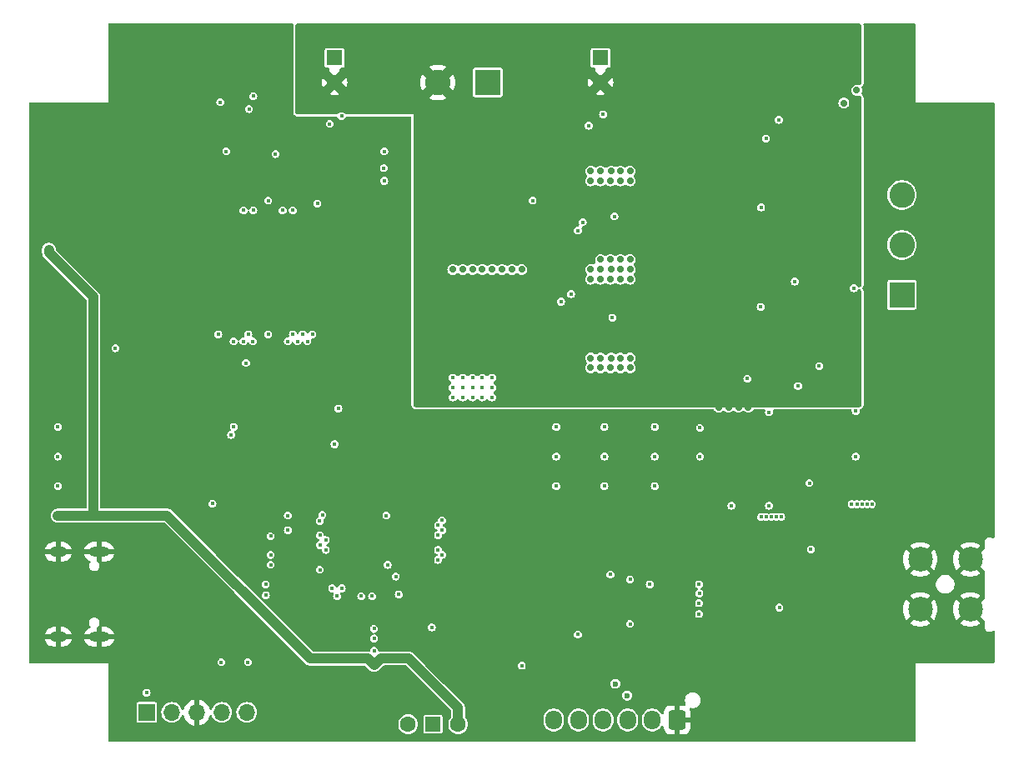
<source format=gbr>
%TF.GenerationSoftware,KiCad,Pcbnew,8.0.2*%
%TF.CreationDate,2024-10-03T19:13:02-03:00*%
%TF.ProjectId,ESCX,45534358-2e6b-4696-9361-645f70636258,rev?*%
%TF.SameCoordinates,Original*%
%TF.FileFunction,Copper,L2,Inr*%
%TF.FilePolarity,Positive*%
%FSLAX46Y46*%
G04 Gerber Fmt 4.6, Leading zero omitted, Abs format (unit mm)*
G04 Created by KiCad (PCBNEW 8.0.2) date 2024-10-03 19:13:02*
%MOMM*%
%LPD*%
G01*
G04 APERTURE LIST*
G04 Aperture macros list*
%AMRoundRect*
0 Rectangle with rounded corners*
0 $1 Rounding radius*
0 $2 $3 $4 $5 $6 $7 $8 $9 X,Y pos of 4 corners*
0 Add a 4 corners polygon primitive as box body*
4,1,4,$2,$3,$4,$5,$6,$7,$8,$9,$2,$3,0*
0 Add four circle primitives for the rounded corners*
1,1,$1+$1,$2,$3*
1,1,$1+$1,$4,$5*
1,1,$1+$1,$6,$7*
1,1,$1+$1,$8,$9*
0 Add four rect primitives between the rounded corners*
20,1,$1+$1,$2,$3,$4,$5,0*
20,1,$1+$1,$4,$5,$6,$7,0*
20,1,$1+$1,$6,$7,$8,$9,0*
20,1,$1+$1,$8,$9,$2,$3,0*%
G04 Aperture macros list end*
%TA.AperFunction,ComponentPad*%
%ADD10R,2.600000X2.600000*%
%TD*%
%TA.AperFunction,ComponentPad*%
%ADD11C,2.600000*%
%TD*%
%TA.AperFunction,ComponentPad*%
%ADD12C,2.500000*%
%TD*%
%TA.AperFunction,ComponentPad*%
%ADD13R,1.500000X1.500000*%
%TD*%
%TA.AperFunction,ComponentPad*%
%ADD14C,1.600000*%
%TD*%
%TA.AperFunction,ComponentPad*%
%ADD15RoundRect,0.250000X0.600000X0.725000X-0.600000X0.725000X-0.600000X-0.725000X0.600000X-0.725000X0*%
%TD*%
%TA.AperFunction,ComponentPad*%
%ADD16O,1.700000X1.950000*%
%TD*%
%TA.AperFunction,ComponentPad*%
%ADD17O,2.100000X1.000000*%
%TD*%
%TA.AperFunction,ComponentPad*%
%ADD18O,1.800000X1.000000*%
%TD*%
%TA.AperFunction,ComponentPad*%
%ADD19R,1.700000X1.700000*%
%TD*%
%TA.AperFunction,ComponentPad*%
%ADD20O,1.700000X1.700000*%
%TD*%
%TA.AperFunction,ComponentPad*%
%ADD21R,1.600000X1.600000*%
%TD*%
%TA.AperFunction,ViaPad*%
%ADD22C,0.400000*%
%TD*%
%TA.AperFunction,ViaPad*%
%ADD23C,0.700000*%
%TD*%
%TA.AperFunction,ViaPad*%
%ADD24C,0.600000*%
%TD*%
%TA.AperFunction,Conductor*%
%ADD25C,0.200000*%
%TD*%
%TA.AperFunction,Conductor*%
%ADD26C,1.000000*%
%TD*%
G04 APERTURE END LIST*
D10*
%TO.N,/power/PH_C*%
%TO.C,J10*%
X188600000Y-87580000D03*
D11*
%TO.N,/power/PH_B*%
X188600000Y-82500000D03*
%TO.N,/power/PH_A*%
X188600000Y-77420000D03*
%TD*%
D12*
%TO.N,GND1*%
%TO.C,J2*%
X195540000Y-114460000D03*
X190460000Y-114460000D03*
X195540000Y-119540000D03*
X190460000Y-119540000D03*
%TD*%
D10*
%TO.N,SUPPLY*%
%TO.C,J11*%
X146545000Y-66000000D03*
D11*
%TO.N,GND2*%
X141465000Y-66000000D03*
%TD*%
D13*
%TO.N,+3.3V*%
%TO.C,SW1*%
X141000000Y-131200000D03*
D14*
%TO.N,Net-(J8-Pin_6)*%
X138460000Y-131200000D03*
%TO.N,+5V*%
X143540000Y-131200000D03*
%TD*%
D15*
%TO.N,GND1*%
%TO.C,J8*%
X165750000Y-130775000D03*
D16*
%TO.N,/MCU/HALL_3*%
X163250000Y-130775000D03*
%TO.N,/MCU/HALL_2*%
X160750000Y-130775000D03*
%TO.N,/MCU/HALL_1*%
X158250000Y-130775000D03*
%TO.N,/MCU/TEMP_MOTOR*%
X155750000Y-130775000D03*
%TO.N,Net-(J8-Pin_6)*%
X153250000Y-130775000D03*
%TD*%
D17*
%TO.N,GND1*%
%TO.C,J9*%
X107105000Y-113680000D03*
D18*
X102925000Y-113680000D03*
D17*
X107105000Y-122320000D03*
D18*
X102925000Y-122320000D03*
%TD*%
D19*
%TO.N,+3.3V*%
%TO.C,J1*%
X111920000Y-130000000D03*
D20*
%TO.N,/MCU/SWCLK*%
X114460000Y-130000000D03*
%TO.N,GND1*%
X117000000Y-130000000D03*
%TO.N,/MCU/SWDIO*%
X119540000Y-130000000D03*
%TO.N,/MCU/NRST*%
X122080000Y-130000000D03*
%TD*%
D21*
%TO.N,SUPPLY*%
%TO.C,C52*%
X158000000Y-63500000D03*
D14*
%TO.N,GND2*%
X158000000Y-66000000D03*
%TD*%
D21*
%TO.N,SUPPLY*%
%TO.C,C53*%
X131000000Y-63500000D03*
D14*
%TO.N,GND2*%
X131000000Y-66000000D03*
%TD*%
D22*
%TO.N,GND1*%
X130200000Y-79000000D03*
D23*
X123700000Y-85000000D03*
D22*
X133500000Y-92500000D03*
D23*
X122500000Y-86200000D03*
X125000000Y-83800000D03*
X126200000Y-86200000D03*
X127500000Y-86200000D03*
X127500000Y-85000000D03*
X127500000Y-83800000D03*
X122500000Y-83800000D03*
X123700000Y-86200000D03*
X126200000Y-83800000D03*
X123700000Y-83800000D03*
X122500000Y-85000000D03*
X125000000Y-86200000D03*
X126200000Y-85000000D03*
X125000000Y-85000000D03*
D22*
%TO.N,/MCU/NRST*%
X136387639Y-115012361D03*
X122200000Y-124900000D03*
%TO.N,+3.3V*%
X185550009Y-108850000D03*
X111920000Y-128000000D03*
X175850003Y-110150000D03*
D23*
X182700000Y-68100000D03*
D22*
X176150000Y-119350000D03*
X150000000Y-125250000D03*
X129750000Y-109950000D03*
X141500000Y-112000000D03*
X124022661Y-118084722D03*
X184050000Y-108850000D03*
D23*
X184000000Y-66800000D03*
D22*
X185050006Y-108850000D03*
X102900000Y-107000000D03*
X174299997Y-110150000D03*
X184550003Y-108850000D03*
X140875000Y-121375000D03*
X121750000Y-79000000D03*
X183500000Y-108850000D03*
X175350000Y-110150000D03*
X136250000Y-110000000D03*
X179350000Y-113450000D03*
X118600000Y-108800000D03*
X176350006Y-110150000D03*
X137500000Y-118000000D03*
X174800000Y-110150000D03*
%TO.N,+5V*%
X106500000Y-89750000D03*
X102000000Y-83000000D03*
D24*
X102900000Y-110000000D03*
D22*
%TO.N,Net-(U3-GVDD)*%
X124250000Y-91600000D03*
X122000000Y-94500000D03*
D23*
%TO.N,SUPPLY*%
X161000000Y-76000000D03*
X161000000Y-86000000D03*
X160000000Y-86000000D03*
D22*
X144000000Y-98000000D03*
D23*
X159000000Y-84000000D03*
X149000000Y-85000000D03*
X157000000Y-95000000D03*
X158000000Y-86000000D03*
X143000000Y-85000000D03*
X158000000Y-84000000D03*
D22*
X144000000Y-96000000D03*
D23*
X161000000Y-94000000D03*
X160000000Y-85000000D03*
D22*
X147000000Y-97000000D03*
X145000000Y-97000000D03*
D23*
X157000000Y-86000000D03*
D22*
X145000000Y-98000000D03*
D23*
X159095000Y-94000000D03*
D22*
X143000000Y-98000000D03*
D23*
X160000000Y-75000000D03*
X161000000Y-95000000D03*
X158000000Y-75000000D03*
X150000000Y-85000000D03*
X159095000Y-85000000D03*
D22*
X146000000Y-98000000D03*
X146000000Y-96000000D03*
D23*
X160000000Y-76000000D03*
X161000000Y-84000000D03*
X144000000Y-85000000D03*
D22*
X145000000Y-96000000D03*
D23*
X157000000Y-76000000D03*
X161000000Y-85000000D03*
X157000000Y-94000000D03*
X159000000Y-95000000D03*
X159000000Y-86000000D03*
D22*
X147000000Y-98000000D03*
D23*
X160000000Y-95000000D03*
X159000000Y-76000000D03*
X157000000Y-85000000D03*
X160000000Y-84000000D03*
X157000000Y-75000000D03*
X158000000Y-76000000D03*
X145000000Y-85000000D03*
D22*
X143000000Y-97000000D03*
X147000000Y-96000000D03*
X144000000Y-97000000D03*
D23*
X158000000Y-94000000D03*
X161000000Y-75000000D03*
X160000000Y-94000000D03*
D22*
X143000000Y-96000000D03*
X146000000Y-97000000D03*
D23*
X148000000Y-85000000D03*
X146000000Y-85000000D03*
X158000000Y-85000000D03*
X159095000Y-75000000D03*
X147000000Y-85000000D03*
X158000000Y-95000000D03*
D22*
%TO.N,/DRV8301/SH_A*%
X122750000Y-67400000D03*
X168100000Y-101100000D03*
X158250000Y-69250000D03*
X174800000Y-71700000D03*
%TO.N,/DRV8301/SH_C*%
X178050000Y-96850000D03*
X159200000Y-89900000D03*
X175100000Y-109000000D03*
X136000000Y-74700000D03*
%TO.N,/DRV8301/SH_B*%
X151100000Y-78000000D03*
X125723000Y-79000000D03*
X125000000Y-73275000D03*
X168100000Y-104000000D03*
X183900000Y-104000000D03*
X177731250Y-86231250D03*
%TO.N,/MCU/CURRENT_1*%
X153500000Y-101000000D03*
X141500000Y-114500000D03*
%TO.N,/MCU/CURRENT_2*%
X153500000Y-107000000D03*
X141900000Y-114000000D03*
%TO.N,/MCU/CURRENT_3*%
X153500000Y-104000000D03*
X141500000Y-113500000D03*
%TO.N,/MCU/TEMP_MOTOR*%
X137200000Y-116200000D03*
X155700000Y-122100000D03*
%TO.N,/MCU/LED_RED*%
X102900000Y-104000000D03*
X120500000Y-101803203D03*
%TO.N,/MCU/LED_GREEN*%
X120761100Y-101000000D03*
X102900000Y-101000000D03*
%TO.N,/MCU/SWDIO*%
X119500000Y-124900000D03*
X124000000Y-117000000D03*
D24*
%TO.N,/MCU/HALL_2*%
X160700000Y-128300000D03*
D22*
X161000000Y-121000000D03*
X161000000Y-116500000D03*
X129500000Y-113000000D03*
D24*
%TO.N,Net-(J8-Pin_6)*%
X159500000Y-127100000D03*
D22*
%TO.N,/MCU/HALL_1*%
X159000000Y-116000000D03*
X130100000Y-112500000D03*
%TO.N,/MCU/HALL_3*%
X163000000Y-117000000D03*
X130100000Y-113500000D03*
%TO.N,/power/PH_B*%
X183700000Y-86900000D03*
X183900000Y-99400000D03*
%TO.N,/power/PH_C*%
X175105000Y-99505000D03*
X180200000Y-94800000D03*
%TO.N,Net-(Q1-Pad1)*%
X156800000Y-70400000D03*
X119400000Y-68000000D03*
%TO.N,Net-(Q2-Pad1)*%
X122300000Y-68700000D03*
X174300000Y-78700000D03*
X159400000Y-79600000D03*
%TO.N,Net-(Q3-Pad1)*%
X131700000Y-69400000D03*
X156200000Y-80200000D03*
%TO.N,Net-(Q4-Pad1)*%
X130500000Y-70200000D03*
X174250000Y-88800000D03*
X155700000Y-81050000D03*
%TO.N,Net-(Q5-Pad1)*%
X155000000Y-87500000D03*
X136050000Y-73000000D03*
%TO.N,Net-(Q6-Pad1)*%
X154000000Y-88274265D03*
X172900000Y-96100000D03*
X136050000Y-76000000D03*
%TO.N,Net-(U3-VSENSE)*%
X108750000Y-93000000D03*
X119200000Y-91600000D03*
%TO.N,/DRV8301/SENS_A*%
X163500000Y-101000000D03*
X141900000Y-111500000D03*
%TO.N,/DRV8301/SENS_B*%
X163500000Y-104000000D03*
X141500000Y-111000000D03*
%TO.N,/DRV8301/SENS_C*%
X141900000Y-110500000D03*
X163500000Y-107000000D03*
%TO.N,/DRV8301/GH_A*%
X120000000Y-73000000D03*
X122750000Y-79000000D03*
%TO.N,/power/C_A*%
X176100000Y-69800000D03*
X158400000Y-101000000D03*
%TO.N,/power/C_B*%
X179200000Y-106700000D03*
X158400000Y-107000000D03*
%TO.N,/power/C_C*%
X171300000Y-109000000D03*
X158400000Y-104000000D03*
%TO.N,/DRV8301/INH_C*%
X129500000Y-115500000D03*
X128238900Y-92300000D03*
%TO.N,/DRV8301/INH_B*%
X127238900Y-92300000D03*
X124500000Y-115000000D03*
%TO.N,/MCU/PB12*%
X129488900Y-110561638D03*
X168000000Y-117000000D03*
%TO.N,/DRV8301/EN_GATE*%
X131375000Y-99125000D03*
X133700000Y-118200000D03*
%TO.N,/MCU/PB4*%
X168028261Y-117912628D03*
X135000000Y-121500000D03*
%TO.N,/DRV8301/CS*%
X121750000Y-92300000D03*
X124500000Y-112100000D03*
%TO.N,/DRV8301/SCLK*%
X131000000Y-102750000D03*
X130750000Y-117400000D03*
%TO.N,/DRV8301/SDO*%
X131238900Y-118200000D03*
X122700000Y-92300000D03*
%TO.N,/DRV8301/INH_A*%
X126250000Y-92300000D03*
X124500000Y-114000000D03*
%TO.N,/MCU/PD2*%
X135000000Y-123750000D03*
X168000000Y-120000000D03*
%TO.N,/DRV8301/FAULT*%
X120750000Y-92300000D03*
X134800000Y-118200000D03*
%TO.N,/DRV8301/SDI*%
X122250000Y-91600000D03*
X131727800Y-117400000D03*
%TO.N,/DRV8301/INL_C*%
X128738900Y-91600000D03*
X129500000Y-112000000D03*
%TO.N,/DRV8301/INL_B*%
X126250000Y-111500000D03*
X127761100Y-91600000D03*
%TO.N,/MCU/PB3*%
X135000000Y-122500000D03*
X168000000Y-118900000D03*
%TO.N,/DRV8301/INL_A*%
X126250000Y-110000000D03*
X126750000Y-91600000D03*
%TO.N,GND2*%
X124250000Y-78000000D03*
D23*
X169000000Y-75000000D03*
X153000000Y-81000000D03*
X172000000Y-85000000D03*
X172000000Y-90000000D03*
X173000000Y-80000000D03*
X173000000Y-85000000D03*
X172000000Y-80000000D03*
X171000000Y-94000000D03*
X171000000Y-75000000D03*
X151000000Y-80000000D03*
X149000000Y-80000000D03*
D22*
X126750000Y-79000000D03*
D23*
X172000000Y-75000000D03*
X172000000Y-95000000D03*
X169000000Y-94000000D03*
X150000000Y-89724150D03*
X153000000Y-80000000D03*
X173000000Y-76000000D03*
X150000000Y-81000000D03*
X172000000Y-76000000D03*
X173000000Y-95000000D03*
X172000000Y-86000000D03*
X149000000Y-89724150D03*
X169000000Y-76000000D03*
X152000000Y-89724150D03*
X151000000Y-90724150D03*
X171000000Y-85000000D03*
D22*
X129250000Y-78300000D03*
D23*
X170000000Y-90000000D03*
X170000000Y-94000000D03*
X170000000Y-85000000D03*
X171000000Y-86000000D03*
X172000000Y-99000000D03*
X171000000Y-99000000D03*
X170000000Y-99000000D03*
X172000000Y-94000000D03*
X170000000Y-95000000D03*
X153000000Y-89724150D03*
X173000000Y-86000000D03*
X149000000Y-81000000D03*
X170000000Y-75000000D03*
X173000000Y-99000000D03*
X173000000Y-90000000D03*
X153000000Y-90724150D03*
X173000000Y-75000000D03*
X151000000Y-81000000D03*
X152000000Y-81000000D03*
X169000000Y-86000000D03*
X170000000Y-86000000D03*
X169000000Y-95000000D03*
X171000000Y-76000000D03*
X150000000Y-90724150D03*
X169000000Y-85000000D03*
X152000000Y-90724150D03*
X173000000Y-94000000D03*
X150000000Y-80000000D03*
X149000000Y-90724150D03*
X151000000Y-89724150D03*
X170000000Y-80000000D03*
X171000000Y-90000000D03*
X152000000Y-80000000D03*
X171000000Y-80000000D03*
X171000000Y-95000000D03*
X170000000Y-76000000D03*
D22*
X139800000Y-98000000D03*
%TD*%
D25*
%TO.N,+5V*%
X106500000Y-89750000D02*
X106500000Y-110000000D01*
D26*
X106500000Y-87750000D02*
X106500000Y-110000000D01*
X102000000Y-83250000D02*
X106500000Y-87750000D01*
X143540000Y-131200000D02*
X143540000Y-129540000D01*
X135700000Y-124500000D02*
X135000000Y-125200000D01*
X138500000Y-124500000D02*
X135700000Y-124500000D01*
X103600000Y-110000000D02*
X102900000Y-110000000D01*
X102000000Y-83250000D02*
X102000000Y-83250000D01*
X102000000Y-83000000D02*
X102000000Y-83250000D01*
X104300000Y-110000000D02*
X103600000Y-110000000D01*
X143540000Y-129540000D02*
X138500000Y-124500000D01*
X114000000Y-110000000D02*
X106500000Y-110000000D01*
X134350000Y-124550000D02*
X128550000Y-124550000D01*
X135000000Y-125200000D02*
X134350000Y-124550000D01*
X128550000Y-124550000D02*
X114000000Y-110000000D01*
X106500000Y-110000000D02*
X104300000Y-110000000D01*
%TD*%
%TA.AperFunction,Conductor*%
%TO.N,GND1*%
G36*
X126755948Y-60019685D02*
G01*
X126801703Y-60072489D01*
X126811647Y-60141647D01*
X126810526Y-60148191D01*
X126798452Y-60208891D01*
X126798449Y-60208906D01*
X126794500Y-60249004D01*
X126794500Y-69000995D01*
X126798449Y-69041093D01*
X126798452Y-69041108D01*
X126817401Y-69136376D01*
X126817404Y-69136384D01*
X126848082Y-69210449D01*
X126848092Y-69210467D01*
X126902060Y-69291237D01*
X126902066Y-69291244D01*
X126958755Y-69347933D01*
X126958762Y-69347939D01*
X127039532Y-69401907D01*
X127039535Y-69401908D01*
X127039543Y-69401914D01*
X127039549Y-69401916D01*
X127039550Y-69401917D01*
X127113615Y-69432595D01*
X127113623Y-69432598D01*
X127169770Y-69443765D01*
X127208909Y-69451551D01*
X127249000Y-69455500D01*
X127249005Y-69455500D01*
X131180904Y-69455500D01*
X131197549Y-69454846D01*
X131265309Y-69471883D01*
X131312901Y-69522454D01*
X131371949Y-69638340D01*
X131371954Y-69638347D01*
X131461652Y-69728045D01*
X131461654Y-69728046D01*
X131461658Y-69728050D01*
X131574696Y-69785646D01*
X131574697Y-69785646D01*
X131574699Y-69785647D01*
X131699997Y-69805492D01*
X131700000Y-69805492D01*
X131700003Y-69805492D01*
X131825300Y-69785647D01*
X131825301Y-69785647D01*
X131825302Y-69785646D01*
X131825304Y-69785646D01*
X131938342Y-69728050D01*
X132028050Y-69638342D01*
X132085646Y-69525304D01*
X132085646Y-69525300D01*
X132085744Y-69525109D01*
X132133718Y-69474313D01*
X132201539Y-69457518D01*
X132201562Y-69457520D01*
X132207844Y-69455415D01*
X132218685Y-69455478D01*
X132219083Y-69455497D01*
X132219106Y-69455500D01*
X138670500Y-69455500D01*
X138737539Y-69475185D01*
X138783294Y-69527989D01*
X138794500Y-69579500D01*
X138794500Y-98750995D01*
X138798449Y-98791093D01*
X138798452Y-98791108D01*
X138817401Y-98886376D01*
X138817404Y-98886384D01*
X138848082Y-98960449D01*
X138848092Y-98960467D01*
X138902060Y-99041237D01*
X138902066Y-99041244D01*
X138958755Y-99097933D01*
X138958762Y-99097939D01*
X139039532Y-99151907D01*
X139039535Y-99151908D01*
X139039543Y-99151914D01*
X139039549Y-99151916D01*
X139039550Y-99151917D01*
X139113615Y-99182595D01*
X139113623Y-99182598D01*
X139169770Y-99193765D01*
X139208909Y-99201551D01*
X139249000Y-99205500D01*
X169406410Y-99205500D01*
X169473449Y-99225185D01*
X169513551Y-99271465D01*
X169515075Y-99270586D01*
X169519136Y-99277620D01*
X169519138Y-99277622D01*
X169519139Y-99277625D01*
X169607379Y-99392621D01*
X169722375Y-99480861D01*
X169856291Y-99536330D01*
X169983280Y-99553048D01*
X169999999Y-99555250D01*
X170000000Y-99555250D01*
X170000001Y-99555250D01*
X170014977Y-99553278D01*
X170143709Y-99536330D01*
X170277625Y-99480861D01*
X170392621Y-99392621D01*
X170401625Y-99380886D01*
X170458050Y-99339685D01*
X170527796Y-99335529D01*
X170588717Y-99369740D01*
X170598367Y-99380876D01*
X170607379Y-99392621D01*
X170722375Y-99480861D01*
X170856291Y-99536330D01*
X170983280Y-99553048D01*
X170999999Y-99555250D01*
X171000000Y-99555250D01*
X171000001Y-99555250D01*
X171014977Y-99553278D01*
X171143709Y-99536330D01*
X171277625Y-99480861D01*
X171392621Y-99392621D01*
X171401625Y-99380886D01*
X171458050Y-99339685D01*
X171527796Y-99335529D01*
X171588717Y-99369740D01*
X171598367Y-99380876D01*
X171607379Y-99392621D01*
X171722375Y-99480861D01*
X171856291Y-99536330D01*
X171983280Y-99553048D01*
X171999999Y-99555250D01*
X172000000Y-99555250D01*
X172000001Y-99555250D01*
X172014977Y-99553278D01*
X172143709Y-99536330D01*
X172277625Y-99480861D01*
X172392621Y-99392621D01*
X172401625Y-99380886D01*
X172458050Y-99339685D01*
X172527796Y-99335529D01*
X172588717Y-99369740D01*
X172598367Y-99380876D01*
X172607379Y-99392621D01*
X172722375Y-99480861D01*
X172856291Y-99536330D01*
X172983280Y-99553048D01*
X172999999Y-99555250D01*
X173000000Y-99555250D01*
X173000001Y-99555250D01*
X173014977Y-99553278D01*
X173143709Y-99536330D01*
X173277625Y-99480861D01*
X173392621Y-99392621D01*
X173480861Y-99277625D01*
X173480863Y-99277619D01*
X173484925Y-99270586D01*
X173487205Y-99271902D01*
X173522863Y-99227649D01*
X173589155Y-99205579D01*
X173593590Y-99205500D01*
X174605762Y-99205500D01*
X174672801Y-99225185D01*
X174718556Y-99277989D01*
X174728500Y-99347147D01*
X174721237Y-99370049D01*
X174722369Y-99370417D01*
X174719352Y-99379699D01*
X174699508Y-99504996D01*
X174699508Y-99505003D01*
X174719352Y-99630300D01*
X174719352Y-99630301D01*
X174723452Y-99638347D01*
X174776950Y-99743342D01*
X174776952Y-99743344D01*
X174776954Y-99743347D01*
X174866652Y-99833045D01*
X174866654Y-99833046D01*
X174866658Y-99833050D01*
X174979696Y-99890646D01*
X174979697Y-99890646D01*
X174979699Y-99890647D01*
X175104997Y-99910492D01*
X175105000Y-99910492D01*
X175105003Y-99910492D01*
X175230300Y-99890647D01*
X175230301Y-99890647D01*
X175230302Y-99890646D01*
X175230304Y-99890646D01*
X175343342Y-99833050D01*
X175433050Y-99743342D01*
X175490646Y-99630304D01*
X175490646Y-99630302D01*
X175490647Y-99630301D01*
X175490647Y-99630300D01*
X175510492Y-99505003D01*
X175510492Y-99504996D01*
X175490647Y-99379699D01*
X175487631Y-99370417D01*
X175490680Y-99369425D01*
X175480856Y-99317136D01*
X175507127Y-99252393D01*
X175564230Y-99212132D01*
X175604238Y-99205500D01*
X183380128Y-99205500D01*
X183447167Y-99225185D01*
X183492922Y-99277989D01*
X183502866Y-99347147D01*
X183502601Y-99348897D01*
X183494508Y-99399996D01*
X183494508Y-99400003D01*
X183514352Y-99525300D01*
X183514352Y-99525301D01*
X183519972Y-99536330D01*
X183571950Y-99638342D01*
X183571952Y-99638344D01*
X183571954Y-99638347D01*
X183661652Y-99728045D01*
X183661654Y-99728046D01*
X183661658Y-99728050D01*
X183774696Y-99785646D01*
X183774697Y-99785646D01*
X183774699Y-99785647D01*
X183899997Y-99805492D01*
X183900000Y-99805492D01*
X183900003Y-99805492D01*
X184025300Y-99785647D01*
X184025301Y-99785647D01*
X184025302Y-99785646D01*
X184025304Y-99785646D01*
X184138342Y-99728050D01*
X184228050Y-99638342D01*
X184285646Y-99525304D01*
X184285646Y-99525302D01*
X184285647Y-99525301D01*
X184285647Y-99525300D01*
X184305492Y-99400003D01*
X184305492Y-99399997D01*
X184293232Y-99322591D01*
X184302187Y-99253297D01*
X184347183Y-99199845D01*
X184381020Y-99185901D01*
X184380554Y-99184364D01*
X184386374Y-99182597D01*
X184386379Y-99182597D01*
X184460457Y-99151914D01*
X184541239Y-99097938D01*
X184597938Y-99041239D01*
X184651914Y-98960457D01*
X184676931Y-98900056D01*
X184682595Y-98886384D01*
X184682598Y-98886376D01*
X184690076Y-98848775D01*
X184701551Y-98791091D01*
X184705500Y-98751000D01*
X184705500Y-87249248D01*
X184702970Y-87217099D01*
X184690782Y-87140152D01*
X184667110Y-87071889D01*
X184619638Y-86987122D01*
X184619637Y-86987121D01*
X184619637Y-86987120D01*
X184613642Y-86980102D01*
X184585070Y-86916342D01*
X184595505Y-86847256D01*
X184604823Y-86830684D01*
X184651914Y-86760208D01*
X184682597Y-86686130D01*
X184701551Y-86590842D01*
X184705500Y-86550751D01*
X184705500Y-86260247D01*
X187099500Y-86260247D01*
X187099500Y-88899752D01*
X187111131Y-88958229D01*
X187111132Y-88958230D01*
X187155447Y-89024552D01*
X187221769Y-89068867D01*
X187221770Y-89068868D01*
X187280247Y-89080499D01*
X187280250Y-89080500D01*
X187280252Y-89080500D01*
X189919750Y-89080500D01*
X189919751Y-89080499D01*
X189934568Y-89077552D01*
X189978229Y-89068868D01*
X189978229Y-89068867D01*
X189978231Y-89068867D01*
X190044552Y-89024552D01*
X190088867Y-88958231D01*
X190088867Y-88958229D01*
X190088868Y-88958229D01*
X190100499Y-88899752D01*
X190100500Y-88899750D01*
X190100500Y-86260249D01*
X190100499Y-86260247D01*
X190088868Y-86201770D01*
X190088867Y-86201769D01*
X190044552Y-86135447D01*
X189978230Y-86091132D01*
X189978229Y-86091131D01*
X189919752Y-86079500D01*
X189919748Y-86079500D01*
X187280252Y-86079500D01*
X187280247Y-86079500D01*
X187221770Y-86091131D01*
X187221769Y-86091132D01*
X187155447Y-86135447D01*
X187111132Y-86201769D01*
X187111131Y-86201770D01*
X187099500Y-86260247D01*
X184705500Y-86260247D01*
X184705500Y-82499994D01*
X187094357Y-82499994D01*
X187094357Y-82500005D01*
X187114890Y-82747812D01*
X187114892Y-82747824D01*
X187175936Y-82988881D01*
X187275826Y-83216606D01*
X187411833Y-83424782D01*
X187411836Y-83424785D01*
X187580256Y-83607738D01*
X187776491Y-83760474D01*
X187995190Y-83878828D01*
X188230386Y-83959571D01*
X188475665Y-84000500D01*
X188724335Y-84000500D01*
X188969614Y-83959571D01*
X189204810Y-83878828D01*
X189423509Y-83760474D01*
X189619744Y-83607738D01*
X189788164Y-83424785D01*
X189924173Y-83216607D01*
X190024063Y-82988881D01*
X190085108Y-82747821D01*
X190091706Y-82668195D01*
X190105643Y-82500005D01*
X190105643Y-82499994D01*
X190085109Y-82252187D01*
X190085107Y-82252175D01*
X190024063Y-82011118D01*
X189924173Y-81783393D01*
X189788166Y-81575217D01*
X189766557Y-81551744D01*
X189619744Y-81392262D01*
X189423509Y-81239526D01*
X189423507Y-81239525D01*
X189423506Y-81239524D01*
X189204811Y-81121172D01*
X189204802Y-81121169D01*
X188969616Y-81040429D01*
X188724335Y-80999500D01*
X188475665Y-80999500D01*
X188230383Y-81040429D01*
X187995197Y-81121169D01*
X187995188Y-81121172D01*
X187776493Y-81239524D01*
X187580257Y-81392261D01*
X187411833Y-81575217D01*
X187275826Y-81783393D01*
X187175936Y-82011118D01*
X187114892Y-82252175D01*
X187114890Y-82252187D01*
X187094357Y-82499994D01*
X184705500Y-82499994D01*
X184705500Y-77419994D01*
X187094357Y-77419994D01*
X187094357Y-77420005D01*
X187114890Y-77667812D01*
X187114892Y-77667824D01*
X187175936Y-77908881D01*
X187275826Y-78136606D01*
X187411833Y-78344782D01*
X187411836Y-78344785D01*
X187580256Y-78527738D01*
X187776491Y-78680474D01*
X187995190Y-78798828D01*
X188230386Y-78879571D01*
X188475665Y-78920500D01*
X188724335Y-78920500D01*
X188969614Y-78879571D01*
X189204810Y-78798828D01*
X189423509Y-78680474D01*
X189619744Y-78527738D01*
X189788164Y-78344785D01*
X189924173Y-78136607D01*
X190024063Y-77908881D01*
X190085108Y-77667821D01*
X190085109Y-77667812D01*
X190105643Y-77420005D01*
X190105643Y-77419994D01*
X190085109Y-77172187D01*
X190085107Y-77172175D01*
X190024063Y-76931118D01*
X189924173Y-76703393D01*
X189788166Y-76495217D01*
X189705568Y-76405492D01*
X189619744Y-76312262D01*
X189423509Y-76159526D01*
X189423507Y-76159525D01*
X189423506Y-76159524D01*
X189204811Y-76041172D01*
X189204802Y-76041169D01*
X188969616Y-75960429D01*
X188724335Y-75919500D01*
X188475665Y-75919500D01*
X188230383Y-75960429D01*
X187995197Y-76041169D01*
X187995188Y-76041172D01*
X187776493Y-76159524D01*
X187580257Y-76312261D01*
X187411833Y-76495217D01*
X187275826Y-76703393D01*
X187175936Y-76931118D01*
X187114892Y-77172175D01*
X187114890Y-77172187D01*
X187094357Y-77419994D01*
X184705500Y-77419994D01*
X184705500Y-67561402D01*
X184701551Y-67521309D01*
X184682596Y-67426021D01*
X184671817Y-67400000D01*
X184651913Y-67351948D01*
X184651911Y-67351943D01*
X184597934Y-67271162D01*
X184597930Y-67271158D01*
X184597928Y-67271155D01*
X184541242Y-67214469D01*
X184541238Y-67214466D01*
X184541237Y-67214465D01*
X184534168Y-67209742D01*
X184489364Y-67156134D01*
X184480654Y-67086810D01*
X184488494Y-67059195D01*
X184536330Y-66943709D01*
X184555250Y-66800000D01*
X184536330Y-66656291D01*
X184488496Y-66540809D01*
X184481028Y-66471342D01*
X184512303Y-66408863D01*
X184534165Y-66390258D01*
X184541239Y-66385533D01*
X184597938Y-66328834D01*
X184651914Y-66248052D01*
X184682597Y-66173974D01*
X184701551Y-66078686D01*
X184705500Y-66038595D01*
X184705500Y-60249000D01*
X184701551Y-60208909D01*
X184696507Y-60183552D01*
X184689474Y-60148191D01*
X184695701Y-60078599D01*
X184738565Y-60023422D01*
X184804455Y-60000178D01*
X184811091Y-60000000D01*
X189876000Y-60000000D01*
X189943039Y-60019685D01*
X189988794Y-60072489D01*
X190000000Y-60124000D01*
X190000000Y-68000000D01*
X197876000Y-68000000D01*
X197943039Y-68019685D01*
X197988794Y-68072489D01*
X198000000Y-68124000D01*
X198000000Y-112195973D01*
X197980315Y-112263012D01*
X197927511Y-112308767D01*
X197858353Y-112318711D01*
X197814000Y-112303360D01*
X197693188Y-112233609D01*
X197693187Y-112233608D01*
X197693186Y-112233608D01*
X197565892Y-112199500D01*
X197434108Y-112199500D01*
X197306812Y-112233608D01*
X197192686Y-112299500D01*
X197192683Y-112299502D01*
X197099502Y-112392683D01*
X197099500Y-112392686D01*
X197033608Y-112506812D01*
X196999500Y-112634108D01*
X196999500Y-113302690D01*
X196979815Y-113369729D01*
X196963181Y-113390371D01*
X196294114Y-114059437D01*
X196293260Y-114057374D01*
X196200238Y-113918156D01*
X196081844Y-113799762D01*
X195942626Y-113706740D01*
X195940562Y-113705885D01*
X196589168Y-113057278D01*
X196417454Y-112940206D01*
X196417445Y-112940201D01*
X196181142Y-112826404D01*
X196181144Y-112826404D01*
X195930505Y-112749092D01*
X195930499Y-112749090D01*
X195671151Y-112710000D01*
X195408848Y-112710000D01*
X195149500Y-112749090D01*
X195149494Y-112749092D01*
X194898858Y-112826404D01*
X194898854Y-112826405D01*
X194662547Y-112940205D01*
X194662539Y-112940210D01*
X194490830Y-113057277D01*
X195139438Y-113705885D01*
X195137374Y-113706740D01*
X194998156Y-113799762D01*
X194879762Y-113918156D01*
X194786740Y-114057374D01*
X194785885Y-114059437D01*
X194137874Y-113411427D01*
X194090028Y-113471425D01*
X193958883Y-113698573D01*
X193863058Y-113942729D01*
X193804693Y-114198449D01*
X193804692Y-114198454D01*
X193785093Y-114459995D01*
X193785093Y-114460004D01*
X193804692Y-114721545D01*
X193804693Y-114721550D01*
X193863058Y-114977270D01*
X193958883Y-115221426D01*
X193958882Y-115221426D01*
X194090027Y-115448573D01*
X194137874Y-115508571D01*
X194785884Y-114860561D01*
X194786740Y-114862626D01*
X194879762Y-115001844D01*
X194998156Y-115120238D01*
X195137374Y-115213260D01*
X195139437Y-115214114D01*
X194490830Y-115862720D01*
X194662546Y-115979793D01*
X194662550Y-115979795D01*
X194898854Y-116093594D01*
X194898858Y-116093595D01*
X195149494Y-116170907D01*
X195149500Y-116170909D01*
X195408848Y-116209999D01*
X195408857Y-116210000D01*
X195671143Y-116210000D01*
X195671151Y-116209999D01*
X195930499Y-116170909D01*
X195930505Y-116170907D01*
X196181143Y-116093595D01*
X196417445Y-115979798D01*
X196417447Y-115979797D01*
X196589168Y-115862720D01*
X195940562Y-115214114D01*
X195942626Y-115213260D01*
X196081844Y-115120238D01*
X196200238Y-115001844D01*
X196293260Y-114862626D01*
X196294114Y-114860561D01*
X196963181Y-115529628D01*
X196996666Y-115590951D01*
X196999500Y-115617309D01*
X196999500Y-118382690D01*
X196979815Y-118449729D01*
X196963181Y-118470371D01*
X196294114Y-119139437D01*
X196293260Y-119137374D01*
X196200238Y-118998156D01*
X196081844Y-118879762D01*
X195942626Y-118786740D01*
X195940562Y-118785885D01*
X196589168Y-118137278D01*
X196417454Y-118020206D01*
X196417445Y-118020201D01*
X196181142Y-117906404D01*
X196181144Y-117906404D01*
X195930505Y-117829092D01*
X195930499Y-117829090D01*
X195671151Y-117790000D01*
X195408848Y-117790000D01*
X195149500Y-117829090D01*
X195149494Y-117829092D01*
X194898858Y-117906404D01*
X194898854Y-117906405D01*
X194662547Y-118020205D01*
X194662539Y-118020210D01*
X194490830Y-118137277D01*
X195139438Y-118785885D01*
X195137374Y-118786740D01*
X194998156Y-118879762D01*
X194879762Y-118998156D01*
X194786740Y-119137374D01*
X194785885Y-119139437D01*
X194137874Y-118491427D01*
X194090028Y-118551425D01*
X193958883Y-118778573D01*
X193863058Y-119022729D01*
X193804693Y-119278449D01*
X193804692Y-119278454D01*
X193785093Y-119539995D01*
X193785093Y-119540004D01*
X193804692Y-119801545D01*
X193804693Y-119801550D01*
X193863058Y-120057270D01*
X193958883Y-120301426D01*
X193958882Y-120301426D01*
X194090027Y-120528573D01*
X194137874Y-120588571D01*
X194785884Y-119940561D01*
X194786740Y-119942626D01*
X194879762Y-120081844D01*
X194998156Y-120200238D01*
X195137374Y-120293260D01*
X195139437Y-120294114D01*
X194490830Y-120942720D01*
X194662546Y-121059793D01*
X194662550Y-121059795D01*
X194898854Y-121173594D01*
X194898858Y-121173595D01*
X195149494Y-121250907D01*
X195149500Y-121250909D01*
X195408848Y-121289999D01*
X195408857Y-121290000D01*
X195671143Y-121290000D01*
X195671151Y-121289999D01*
X195930499Y-121250909D01*
X195930505Y-121250907D01*
X196181143Y-121173595D01*
X196417445Y-121059798D01*
X196417447Y-121059797D01*
X196589168Y-120942720D01*
X195940562Y-120294114D01*
X195942626Y-120293260D01*
X196081844Y-120200238D01*
X196200238Y-120081844D01*
X196293260Y-119942626D01*
X196294114Y-119940561D01*
X196963181Y-120609628D01*
X196996666Y-120670951D01*
X196999500Y-120697309D01*
X196999500Y-121365892D01*
X197001941Y-121375003D01*
X197033608Y-121493187D01*
X197062511Y-121543248D01*
X197099500Y-121607314D01*
X197192686Y-121700500D01*
X197306814Y-121766392D01*
X197434108Y-121800500D01*
X197434110Y-121800500D01*
X197565890Y-121800500D01*
X197565892Y-121800500D01*
X197693186Y-121766392D01*
X197807314Y-121700500D01*
X197807317Y-121700496D01*
X197813999Y-121696639D01*
X197881899Y-121680166D01*
X197947926Y-121703018D01*
X197991117Y-121757939D01*
X198000000Y-121804026D01*
X198000000Y-124876000D01*
X197980315Y-124943039D01*
X197927511Y-124988794D01*
X197876000Y-125000000D01*
X190000000Y-125000000D01*
X190000000Y-132876000D01*
X189980315Y-132943039D01*
X189927511Y-132988794D01*
X189876000Y-133000000D01*
X108124000Y-133000000D01*
X108056961Y-132980315D01*
X108011206Y-132927511D01*
X108000000Y-132876000D01*
X108000000Y-129130247D01*
X110869500Y-129130247D01*
X110869500Y-130869752D01*
X110881131Y-130928229D01*
X110881132Y-130928230D01*
X110925447Y-130994552D01*
X110991769Y-131038867D01*
X110991770Y-131038868D01*
X111050247Y-131050499D01*
X111050250Y-131050500D01*
X111050252Y-131050500D01*
X112789750Y-131050500D01*
X112789751Y-131050499D01*
X112804568Y-131047552D01*
X112848229Y-131038868D01*
X112848229Y-131038867D01*
X112848231Y-131038867D01*
X112914552Y-130994552D01*
X112958867Y-130928231D01*
X112958867Y-130928229D01*
X112958868Y-130928229D01*
X112968922Y-130877682D01*
X112970500Y-130869748D01*
X112970500Y-130000000D01*
X113404417Y-130000000D01*
X113424699Y-130205932D01*
X113441444Y-130261132D01*
X113484768Y-130403954D01*
X113582315Y-130586450D01*
X113616969Y-130628677D01*
X113713589Y-130746410D01*
X113797492Y-130815266D01*
X113873550Y-130877685D01*
X114056046Y-130975232D01*
X114254066Y-131035300D01*
X114254065Y-131035300D01*
X114272529Y-131037118D01*
X114460000Y-131055583D01*
X114665934Y-131035300D01*
X114863954Y-130975232D01*
X115046450Y-130877685D01*
X115206410Y-130746410D01*
X115337685Y-130586450D01*
X115435232Y-130403954D01*
X115455406Y-130337446D01*
X115493702Y-130279010D01*
X115557514Y-130250553D01*
X115626581Y-130261112D01*
X115678975Y-130307336D01*
X115693841Y-130341349D01*
X115726567Y-130463486D01*
X115726570Y-130463492D01*
X115826399Y-130677578D01*
X115961894Y-130871082D01*
X116128917Y-131038105D01*
X116322421Y-131173600D01*
X116536507Y-131273429D01*
X116536516Y-131273433D01*
X116750000Y-131330634D01*
X116750000Y-130433012D01*
X116807007Y-130465925D01*
X116934174Y-130500000D01*
X117065826Y-130500000D01*
X117192993Y-130465925D01*
X117250000Y-130433012D01*
X117250000Y-131330633D01*
X117463483Y-131273433D01*
X117463492Y-131273429D01*
X117620962Y-131200000D01*
X137454659Y-131200000D01*
X137473975Y-131396129D01*
X137473976Y-131396132D01*
X137520647Y-131549986D01*
X137531188Y-131584733D01*
X137624086Y-131758532D01*
X137624090Y-131758539D01*
X137749116Y-131910883D01*
X137901460Y-132035909D01*
X137901467Y-132035913D01*
X138075266Y-132128811D01*
X138075269Y-132128811D01*
X138075273Y-132128814D01*
X138263868Y-132186024D01*
X138460000Y-132205341D01*
X138656132Y-132186024D01*
X138844727Y-132128814D01*
X139018538Y-132035910D01*
X139170883Y-131910883D01*
X139295910Y-131758538D01*
X139388814Y-131584727D01*
X139446024Y-131396132D01*
X139465341Y-131200000D01*
X139446024Y-131003868D01*
X139388814Y-130815273D01*
X139388811Y-130815269D01*
X139388811Y-130815266D01*
X139295913Y-130641467D01*
X139295909Y-130641460D01*
X139170883Y-130489116D01*
X139099151Y-130430247D01*
X140049500Y-130430247D01*
X140049500Y-131969752D01*
X140061131Y-132028229D01*
X140061132Y-132028230D01*
X140105447Y-132094552D01*
X140171769Y-132138867D01*
X140171770Y-132138868D01*
X140230247Y-132150499D01*
X140230250Y-132150500D01*
X140230252Y-132150500D01*
X141769750Y-132150500D01*
X141769751Y-132150499D01*
X141784568Y-132147552D01*
X141828229Y-132138868D01*
X141828229Y-132138867D01*
X141828231Y-132138867D01*
X141894552Y-132094552D01*
X141938867Y-132028231D01*
X141938867Y-132028229D01*
X141938868Y-132028229D01*
X141950499Y-131969752D01*
X141950500Y-131969750D01*
X141950500Y-130430249D01*
X141950499Y-130430247D01*
X141938868Y-130371770D01*
X141938867Y-130371769D01*
X141894552Y-130305447D01*
X141828230Y-130261132D01*
X141828229Y-130261131D01*
X141769752Y-130249500D01*
X141769748Y-130249500D01*
X140230252Y-130249500D01*
X140230247Y-130249500D01*
X140171770Y-130261131D01*
X140171769Y-130261132D01*
X140105447Y-130305447D01*
X140061132Y-130371769D01*
X140061131Y-130371770D01*
X140049500Y-130430247D01*
X139099151Y-130430247D01*
X139018539Y-130364090D01*
X139018532Y-130364086D01*
X138844733Y-130271188D01*
X138844727Y-130271186D01*
X138656132Y-130213976D01*
X138656129Y-130213975D01*
X138460000Y-130194659D01*
X138263870Y-130213975D01*
X138075266Y-130271188D01*
X137901467Y-130364086D01*
X137901460Y-130364090D01*
X137749116Y-130489116D01*
X137624090Y-130641460D01*
X137624086Y-130641467D01*
X137531188Y-130815266D01*
X137473975Y-131003870D01*
X137454659Y-131200000D01*
X117620962Y-131200000D01*
X117677578Y-131173600D01*
X117871082Y-131038105D01*
X118038105Y-130871082D01*
X118173600Y-130677578D01*
X118273429Y-130463492D01*
X118273433Y-130463483D01*
X118306158Y-130341350D01*
X118342522Y-130281690D01*
X118405369Y-130251160D01*
X118474745Y-130259454D01*
X118528623Y-130303939D01*
X118544593Y-130337447D01*
X118564768Y-130403954D01*
X118662315Y-130586450D01*
X118696969Y-130628677D01*
X118793589Y-130746410D01*
X118877492Y-130815266D01*
X118953550Y-130877685D01*
X119136046Y-130975232D01*
X119334066Y-131035300D01*
X119334065Y-131035300D01*
X119352529Y-131037118D01*
X119540000Y-131055583D01*
X119745934Y-131035300D01*
X119943954Y-130975232D01*
X120126450Y-130877685D01*
X120286410Y-130746410D01*
X120417685Y-130586450D01*
X120515232Y-130403954D01*
X120575300Y-130205934D01*
X120595583Y-130000000D01*
X121024417Y-130000000D01*
X121044699Y-130205932D01*
X121061444Y-130261132D01*
X121104768Y-130403954D01*
X121202315Y-130586450D01*
X121236969Y-130628677D01*
X121333589Y-130746410D01*
X121417492Y-130815266D01*
X121493550Y-130877685D01*
X121676046Y-130975232D01*
X121874066Y-131035300D01*
X121874065Y-131035300D01*
X121892529Y-131037118D01*
X122080000Y-131055583D01*
X122285934Y-131035300D01*
X122483954Y-130975232D01*
X122666450Y-130877685D01*
X122826410Y-130746410D01*
X122957685Y-130586450D01*
X123055232Y-130403954D01*
X123115300Y-130205934D01*
X123135583Y-130000000D01*
X123115300Y-129794066D01*
X123055232Y-129596046D01*
X122957685Y-129413550D01*
X122893773Y-129335672D01*
X122826410Y-129253589D01*
X122699512Y-129149448D01*
X122666450Y-129122315D01*
X122483954Y-129024768D01*
X122285934Y-128964700D01*
X122285932Y-128964699D01*
X122285934Y-128964699D01*
X122080000Y-128944417D01*
X121874067Y-128964699D01*
X121676043Y-129024769D01*
X121588114Y-129071769D01*
X121493550Y-129122315D01*
X121493548Y-129122316D01*
X121493547Y-129122317D01*
X121333589Y-129253589D01*
X121202317Y-129413547D01*
X121104769Y-129596043D01*
X121044699Y-129794067D01*
X121024417Y-130000000D01*
X120595583Y-130000000D01*
X120575300Y-129794066D01*
X120515232Y-129596046D01*
X120417685Y-129413550D01*
X120353773Y-129335672D01*
X120286410Y-129253589D01*
X120159512Y-129149448D01*
X120126450Y-129122315D01*
X119943954Y-129024768D01*
X119745934Y-128964700D01*
X119745932Y-128964699D01*
X119745934Y-128964699D01*
X119540000Y-128944417D01*
X119334067Y-128964699D01*
X119136043Y-129024769D01*
X119048114Y-129071769D01*
X118953550Y-129122315D01*
X118953548Y-129122316D01*
X118953547Y-129122317D01*
X118793589Y-129253589D01*
X118662317Y-129413547D01*
X118564767Y-129596046D01*
X118544593Y-129662552D01*
X118506296Y-129720990D01*
X118442483Y-129749447D01*
X118373416Y-129738886D01*
X118321023Y-129692661D01*
X118306158Y-129658649D01*
X118273433Y-129536516D01*
X118273429Y-129536507D01*
X118173600Y-129322422D01*
X118173599Y-129322420D01*
X118038113Y-129128926D01*
X118038108Y-129128920D01*
X117871082Y-128961894D01*
X117677578Y-128826399D01*
X117463492Y-128726570D01*
X117463486Y-128726567D01*
X117250000Y-128669364D01*
X117250000Y-129566988D01*
X117192993Y-129534075D01*
X117065826Y-129500000D01*
X116934174Y-129500000D01*
X116807007Y-129534075D01*
X116750000Y-129566988D01*
X116750000Y-128669364D01*
X116749999Y-128669364D01*
X116536513Y-128726567D01*
X116536507Y-128726570D01*
X116322422Y-128826399D01*
X116322420Y-128826400D01*
X116128926Y-128961886D01*
X116128920Y-128961891D01*
X115961891Y-129128920D01*
X115961886Y-129128926D01*
X115826400Y-129322420D01*
X115826399Y-129322422D01*
X115726570Y-129536507D01*
X115726567Y-129536514D01*
X115693841Y-129658650D01*
X115657476Y-129718310D01*
X115594629Y-129748839D01*
X115525253Y-129740544D01*
X115471375Y-129696059D01*
X115455406Y-129662552D01*
X115435232Y-129596046D01*
X115337685Y-129413550D01*
X115273773Y-129335672D01*
X115206410Y-129253589D01*
X115079512Y-129149448D01*
X115046450Y-129122315D01*
X114863954Y-129024768D01*
X114665934Y-128964700D01*
X114665932Y-128964699D01*
X114665934Y-128964699D01*
X114460000Y-128944417D01*
X114254067Y-128964699D01*
X114056043Y-129024769D01*
X113968114Y-129071769D01*
X113873550Y-129122315D01*
X113873548Y-129122316D01*
X113873547Y-129122317D01*
X113713589Y-129253589D01*
X113582317Y-129413547D01*
X113484769Y-129596043D01*
X113424699Y-129794067D01*
X113404417Y-130000000D01*
X112970500Y-130000000D01*
X112970500Y-129130252D01*
X112970500Y-129130249D01*
X112970499Y-129130247D01*
X112958868Y-129071770D01*
X112958867Y-129071769D01*
X112914552Y-129005447D01*
X112848230Y-128961132D01*
X112848229Y-128961131D01*
X112789752Y-128949500D01*
X112789748Y-128949500D01*
X111050252Y-128949500D01*
X111050247Y-128949500D01*
X110991770Y-128961131D01*
X110991769Y-128961132D01*
X110925447Y-129005447D01*
X110881132Y-129071769D01*
X110881131Y-129071770D01*
X110869500Y-129130247D01*
X108000000Y-129130247D01*
X108000000Y-127999996D01*
X111514508Y-127999996D01*
X111514508Y-128000003D01*
X111534352Y-128125300D01*
X111534352Y-128125301D01*
X111534354Y-128125304D01*
X111591950Y-128238342D01*
X111591952Y-128238344D01*
X111591954Y-128238347D01*
X111681652Y-128328045D01*
X111681654Y-128328046D01*
X111681658Y-128328050D01*
X111794696Y-128385646D01*
X111794697Y-128385646D01*
X111794699Y-128385647D01*
X111919997Y-128405492D01*
X111920000Y-128405492D01*
X111920003Y-128405492D01*
X112045300Y-128385647D01*
X112045301Y-128385647D01*
X112045302Y-128385646D01*
X112045304Y-128385646D01*
X112158342Y-128328050D01*
X112248050Y-128238342D01*
X112305646Y-128125304D01*
X112305646Y-128125302D01*
X112305647Y-128125301D01*
X112305647Y-128125300D01*
X112325492Y-128000003D01*
X112325492Y-127999996D01*
X112305647Y-127874699D01*
X112305647Y-127874698D01*
X112287990Y-127840045D01*
X112248050Y-127761658D01*
X112248046Y-127761654D01*
X112248045Y-127761652D01*
X112158347Y-127671954D01*
X112158344Y-127671952D01*
X112158342Y-127671950D01*
X112045304Y-127614354D01*
X112045303Y-127614353D01*
X112045300Y-127614352D01*
X111920003Y-127594508D01*
X111919997Y-127594508D01*
X111794699Y-127614352D01*
X111794698Y-127614352D01*
X111719337Y-127652751D01*
X111681658Y-127671950D01*
X111681657Y-127671951D01*
X111681652Y-127671954D01*
X111591954Y-127761652D01*
X111591951Y-127761657D01*
X111534352Y-127874698D01*
X111534352Y-127874699D01*
X111514508Y-127999996D01*
X108000000Y-127999996D01*
X108000000Y-125000000D01*
X100124000Y-125000000D01*
X100056961Y-124980315D01*
X100011206Y-124927511D01*
X100005220Y-124899996D01*
X119094508Y-124899996D01*
X119094508Y-124900003D01*
X119114352Y-125025300D01*
X119114352Y-125025301D01*
X119114354Y-125025304D01*
X119171950Y-125138342D01*
X119171952Y-125138344D01*
X119171954Y-125138347D01*
X119261652Y-125228045D01*
X119261654Y-125228046D01*
X119261658Y-125228050D01*
X119374696Y-125285646D01*
X119374697Y-125285646D01*
X119374699Y-125285647D01*
X119499997Y-125305492D01*
X119500000Y-125305492D01*
X119500003Y-125305492D01*
X119625300Y-125285647D01*
X119625301Y-125285647D01*
X119625302Y-125285646D01*
X119625304Y-125285646D01*
X119738342Y-125228050D01*
X119828050Y-125138342D01*
X119885646Y-125025304D01*
X119885646Y-125025302D01*
X119885647Y-125025301D01*
X119885647Y-125025300D01*
X119905492Y-124900003D01*
X119905492Y-124899996D01*
X121794508Y-124899996D01*
X121794508Y-124900003D01*
X121814352Y-125025300D01*
X121814352Y-125025301D01*
X121814354Y-125025304D01*
X121871950Y-125138342D01*
X121871952Y-125138344D01*
X121871954Y-125138347D01*
X121961652Y-125228045D01*
X121961654Y-125228046D01*
X121961658Y-125228050D01*
X122074696Y-125285646D01*
X122074697Y-125285646D01*
X122074699Y-125285647D01*
X122199997Y-125305492D01*
X122200000Y-125305492D01*
X122200003Y-125305492D01*
X122325300Y-125285647D01*
X122325301Y-125285647D01*
X122325302Y-125285646D01*
X122325304Y-125285646D01*
X122438342Y-125228050D01*
X122528050Y-125138342D01*
X122585646Y-125025304D01*
X122585646Y-125025302D01*
X122585647Y-125025301D01*
X122585647Y-125025300D01*
X122605492Y-124900003D01*
X122605492Y-124899996D01*
X122585647Y-124774699D01*
X122585647Y-124774698D01*
X122585646Y-124774696D01*
X122528050Y-124661658D01*
X122528046Y-124661654D01*
X122528045Y-124661652D01*
X122438347Y-124571954D01*
X122438344Y-124571952D01*
X122438342Y-124571950D01*
X122325304Y-124514354D01*
X122325303Y-124514353D01*
X122325300Y-124514352D01*
X122200003Y-124494508D01*
X122199997Y-124494508D01*
X122074699Y-124514352D01*
X122074698Y-124514352D01*
X121999337Y-124552751D01*
X121961658Y-124571950D01*
X121961657Y-124571951D01*
X121961652Y-124571954D01*
X121871954Y-124661652D01*
X121871951Y-124661657D01*
X121814352Y-124774698D01*
X121814352Y-124774699D01*
X121794508Y-124899996D01*
X119905492Y-124899996D01*
X119885647Y-124774699D01*
X119885647Y-124774698D01*
X119885646Y-124774696D01*
X119828050Y-124661658D01*
X119828046Y-124661654D01*
X119828045Y-124661652D01*
X119738347Y-124571954D01*
X119738344Y-124571952D01*
X119738342Y-124571950D01*
X119625304Y-124514354D01*
X119625303Y-124514353D01*
X119625300Y-124514352D01*
X119500003Y-124494508D01*
X119499997Y-124494508D01*
X119374699Y-124514352D01*
X119374698Y-124514352D01*
X119299337Y-124552751D01*
X119261658Y-124571950D01*
X119261657Y-124571951D01*
X119261652Y-124571954D01*
X119171954Y-124661652D01*
X119171951Y-124661657D01*
X119114352Y-124774698D01*
X119114352Y-124774699D01*
X119094508Y-124899996D01*
X100005220Y-124899996D01*
X100000000Y-124876000D01*
X100000000Y-122070000D01*
X101555138Y-122070000D01*
X102358012Y-122070000D01*
X102340795Y-122079940D01*
X102284940Y-122135795D01*
X102245444Y-122204204D01*
X102225000Y-122280504D01*
X102225000Y-122359496D01*
X102245444Y-122435796D01*
X102284940Y-122504205D01*
X102340795Y-122560060D01*
X102358012Y-122570000D01*
X101555138Y-122570000D01*
X101563430Y-122611690D01*
X101563430Y-122611692D01*
X101638807Y-122793671D01*
X101638814Y-122793684D01*
X101748248Y-122957462D01*
X101748251Y-122957466D01*
X101887533Y-123096748D01*
X101887537Y-123096751D01*
X102051315Y-123206185D01*
X102051328Y-123206192D01*
X102233306Y-123281569D01*
X102233318Y-123281572D01*
X102426504Y-123319999D01*
X102426508Y-123320000D01*
X102675000Y-123320000D01*
X102675000Y-122620000D01*
X103175000Y-122620000D01*
X103175000Y-123320000D01*
X103423492Y-123320000D01*
X103423495Y-123319999D01*
X103616681Y-123281572D01*
X103616693Y-123281569D01*
X103798671Y-123206192D01*
X103798684Y-123206185D01*
X103962462Y-123096751D01*
X103962466Y-123096748D01*
X104101748Y-122957466D01*
X104101751Y-122957462D01*
X104211185Y-122793684D01*
X104211192Y-122793671D01*
X104286569Y-122611692D01*
X104286569Y-122611690D01*
X104294862Y-122570000D01*
X103491988Y-122570000D01*
X103509205Y-122560060D01*
X103565060Y-122504205D01*
X103604556Y-122435796D01*
X103625000Y-122359496D01*
X103625000Y-122280504D01*
X103604556Y-122204204D01*
X103565060Y-122135795D01*
X103509205Y-122079940D01*
X103491988Y-122070000D01*
X104294862Y-122070000D01*
X105585138Y-122070000D01*
X106388012Y-122070000D01*
X106370795Y-122079940D01*
X106314940Y-122135795D01*
X106275444Y-122204204D01*
X106255000Y-122280504D01*
X106255000Y-122359496D01*
X106275444Y-122435796D01*
X106314940Y-122504205D01*
X106370795Y-122560060D01*
X106388012Y-122570000D01*
X105585138Y-122570000D01*
X105593430Y-122611690D01*
X105593430Y-122611692D01*
X105668807Y-122793671D01*
X105668814Y-122793684D01*
X105778248Y-122957462D01*
X105778251Y-122957466D01*
X105917533Y-123096748D01*
X105917537Y-123096751D01*
X106081315Y-123206185D01*
X106081328Y-123206192D01*
X106263306Y-123281569D01*
X106263318Y-123281572D01*
X106456504Y-123319999D01*
X106456508Y-123320000D01*
X106855000Y-123320000D01*
X106855000Y-122620000D01*
X107355000Y-122620000D01*
X107355000Y-123320000D01*
X107753492Y-123320000D01*
X107753495Y-123319999D01*
X107946681Y-123281572D01*
X107946693Y-123281569D01*
X108128671Y-123206192D01*
X108128684Y-123206185D01*
X108292462Y-123096751D01*
X108292466Y-123096748D01*
X108431748Y-122957466D01*
X108431751Y-122957462D01*
X108541185Y-122793684D01*
X108541192Y-122793671D01*
X108616569Y-122611692D01*
X108616569Y-122611690D01*
X108624862Y-122570000D01*
X107821988Y-122570000D01*
X107839205Y-122560060D01*
X107895060Y-122504205D01*
X107934556Y-122435796D01*
X107955000Y-122359496D01*
X107955000Y-122280504D01*
X107934556Y-122204204D01*
X107895060Y-122135795D01*
X107839205Y-122079940D01*
X107821988Y-122070000D01*
X108624862Y-122070000D01*
X108616569Y-122028309D01*
X108616569Y-122028307D01*
X108541192Y-121846328D01*
X108541185Y-121846315D01*
X108431751Y-121682537D01*
X108431748Y-121682533D01*
X108292466Y-121543251D01*
X108292462Y-121543248D01*
X108128684Y-121433814D01*
X108128671Y-121433807D01*
X107946693Y-121358430D01*
X107946681Y-121358427D01*
X107753495Y-121320000D01*
X107355000Y-121320000D01*
X107355000Y-122020000D01*
X106855000Y-122020000D01*
X106855000Y-121412501D01*
X106874685Y-121345462D01*
X106917002Y-121305113D01*
X106918879Y-121304028D01*
X106921524Y-121302502D01*
X107017502Y-121206524D01*
X107085369Y-121088975D01*
X107120500Y-120957867D01*
X107120500Y-120822133D01*
X107085369Y-120691025D01*
X107074358Y-120671954D01*
X107017504Y-120573479D01*
X107017499Y-120573473D01*
X106921526Y-120477500D01*
X106921520Y-120477495D01*
X106803978Y-120409632D01*
X106803979Y-120409632D01*
X106788484Y-120405480D01*
X106672867Y-120374500D01*
X106537133Y-120374500D01*
X106421515Y-120405480D01*
X106406021Y-120409632D01*
X106288479Y-120477495D01*
X106288473Y-120477500D01*
X106192500Y-120573473D01*
X106192495Y-120573479D01*
X106124632Y-120691021D01*
X106124631Y-120691025D01*
X106089500Y-120822133D01*
X106089500Y-120957867D01*
X106116812Y-121059793D01*
X106124632Y-121088978D01*
X106192495Y-121206520D01*
X106197445Y-121212970D01*
X106195456Y-121214495D01*
X106222912Y-121264776D01*
X106217928Y-121334468D01*
X106176056Y-121390401D01*
X106149199Y-121405695D01*
X106081325Y-121433809D01*
X106081315Y-121433814D01*
X105917537Y-121543248D01*
X105917533Y-121543251D01*
X105778251Y-121682533D01*
X105778248Y-121682537D01*
X105668814Y-121846315D01*
X105668807Y-121846328D01*
X105593430Y-122028307D01*
X105593430Y-122028309D01*
X105585138Y-122070000D01*
X104294862Y-122070000D01*
X104286569Y-122028309D01*
X104286569Y-122028307D01*
X104211192Y-121846328D01*
X104211185Y-121846315D01*
X104101751Y-121682537D01*
X104101748Y-121682533D01*
X103962466Y-121543251D01*
X103962462Y-121543248D01*
X103798684Y-121433814D01*
X103798671Y-121433807D01*
X103616693Y-121358430D01*
X103616681Y-121358427D01*
X103423495Y-121320000D01*
X103175000Y-121320000D01*
X103175000Y-122020000D01*
X102675000Y-122020000D01*
X102675000Y-121320000D01*
X102426504Y-121320000D01*
X102233318Y-121358427D01*
X102233306Y-121358430D01*
X102051328Y-121433807D01*
X102051315Y-121433814D01*
X101887537Y-121543248D01*
X101887533Y-121543251D01*
X101748251Y-121682533D01*
X101748248Y-121682537D01*
X101638814Y-121846315D01*
X101638807Y-121846328D01*
X101563430Y-122028307D01*
X101563430Y-122028309D01*
X101555138Y-122070000D01*
X100000000Y-122070000D01*
X100000000Y-113430000D01*
X101555138Y-113430000D01*
X102358012Y-113430000D01*
X102340795Y-113439940D01*
X102284940Y-113495795D01*
X102245444Y-113564204D01*
X102225000Y-113640504D01*
X102225000Y-113719496D01*
X102245444Y-113795796D01*
X102284940Y-113864205D01*
X102340795Y-113920060D01*
X102358012Y-113930000D01*
X101555138Y-113930000D01*
X101563430Y-113971690D01*
X101563430Y-113971692D01*
X101638807Y-114153671D01*
X101638814Y-114153684D01*
X101748248Y-114317462D01*
X101748251Y-114317466D01*
X101887533Y-114456748D01*
X101887537Y-114456751D01*
X102051315Y-114566185D01*
X102051328Y-114566192D01*
X102233306Y-114641569D01*
X102233318Y-114641572D01*
X102426504Y-114679999D01*
X102426508Y-114680000D01*
X102675000Y-114680000D01*
X102675000Y-113980000D01*
X103175000Y-113980000D01*
X103175000Y-114680000D01*
X103423492Y-114680000D01*
X103423495Y-114679999D01*
X103616681Y-114641572D01*
X103616693Y-114641569D01*
X103798671Y-114566192D01*
X103798684Y-114566185D01*
X103962462Y-114456751D01*
X103962466Y-114456748D01*
X104101748Y-114317466D01*
X104101751Y-114317462D01*
X104211185Y-114153684D01*
X104211192Y-114153671D01*
X104286569Y-113971692D01*
X104286569Y-113971690D01*
X104294862Y-113930000D01*
X103491988Y-113930000D01*
X103509205Y-113920060D01*
X103565060Y-113864205D01*
X103604556Y-113795796D01*
X103625000Y-113719496D01*
X103625000Y-113640504D01*
X103604556Y-113564204D01*
X103565060Y-113495795D01*
X103509205Y-113439940D01*
X103491988Y-113430000D01*
X104294862Y-113430000D01*
X105585138Y-113430000D01*
X106388012Y-113430000D01*
X106370795Y-113439940D01*
X106314940Y-113495795D01*
X106275444Y-113564204D01*
X106255000Y-113640504D01*
X106255000Y-113719496D01*
X106275444Y-113795796D01*
X106314940Y-113864205D01*
X106370795Y-113920060D01*
X106388012Y-113930000D01*
X105585138Y-113930000D01*
X105593430Y-113971690D01*
X105593430Y-113971692D01*
X105668807Y-114153671D01*
X105668814Y-114153684D01*
X105778248Y-114317462D01*
X105778251Y-114317466D01*
X105917533Y-114456748D01*
X105917537Y-114456751D01*
X106081315Y-114566185D01*
X106081327Y-114566192D01*
X106149198Y-114594304D01*
X106203602Y-114638144D01*
X106225667Y-114704438D01*
X106208388Y-114772138D01*
X106197054Y-114786730D01*
X106197445Y-114787030D01*
X106192495Y-114793479D01*
X106124632Y-114911021D01*
X106124631Y-114911025D01*
X106089500Y-115042133D01*
X106089500Y-115177867D01*
X106116153Y-115277335D01*
X106124632Y-115308978D01*
X106192495Y-115426520D01*
X106192497Y-115426522D01*
X106192498Y-115426524D01*
X106288476Y-115522502D01*
X106288477Y-115522503D01*
X106288479Y-115522504D01*
X106406021Y-115590367D01*
X106406022Y-115590367D01*
X106406025Y-115590369D01*
X106537133Y-115625500D01*
X106537135Y-115625500D01*
X106672865Y-115625500D01*
X106672867Y-115625500D01*
X106803975Y-115590369D01*
X106921524Y-115522502D01*
X107017502Y-115426524D01*
X107085369Y-115308975D01*
X107120500Y-115177867D01*
X107120500Y-115042133D01*
X107085369Y-114911025D01*
X107071532Y-114887059D01*
X107017504Y-114793479D01*
X107017499Y-114793473D01*
X106921526Y-114697500D01*
X106921524Y-114697498D01*
X106916997Y-114694884D01*
X106868784Y-114644318D01*
X106855000Y-114587499D01*
X106855000Y-113980000D01*
X107355000Y-113980000D01*
X107355000Y-114680000D01*
X107753492Y-114680000D01*
X107753495Y-114679999D01*
X107946681Y-114641572D01*
X107946693Y-114641569D01*
X108128671Y-114566192D01*
X108128684Y-114566185D01*
X108292462Y-114456751D01*
X108292466Y-114456748D01*
X108431748Y-114317466D01*
X108431751Y-114317462D01*
X108541185Y-114153684D01*
X108541192Y-114153671D01*
X108616569Y-113971692D01*
X108616569Y-113971690D01*
X108624862Y-113930000D01*
X107821988Y-113930000D01*
X107839205Y-113920060D01*
X107895060Y-113864205D01*
X107934556Y-113795796D01*
X107955000Y-113719496D01*
X107955000Y-113640504D01*
X107934556Y-113564204D01*
X107895060Y-113495795D01*
X107839205Y-113439940D01*
X107821988Y-113430000D01*
X108624862Y-113430000D01*
X108616569Y-113388309D01*
X108616569Y-113388307D01*
X108541192Y-113206328D01*
X108541185Y-113206315D01*
X108431751Y-113042537D01*
X108431748Y-113042533D01*
X108292466Y-112903251D01*
X108292462Y-112903248D01*
X108128684Y-112793814D01*
X108128671Y-112793807D01*
X107946693Y-112718430D01*
X107946681Y-112718427D01*
X107753495Y-112680000D01*
X107355000Y-112680000D01*
X107355000Y-113380000D01*
X106855000Y-113380000D01*
X106855000Y-112680000D01*
X106456504Y-112680000D01*
X106263318Y-112718427D01*
X106263306Y-112718430D01*
X106081328Y-112793807D01*
X106081315Y-112793814D01*
X105917537Y-112903248D01*
X105917533Y-112903251D01*
X105778251Y-113042533D01*
X105778248Y-113042537D01*
X105668814Y-113206315D01*
X105668807Y-113206328D01*
X105593430Y-113388307D01*
X105593430Y-113388309D01*
X105585138Y-113430000D01*
X104294862Y-113430000D01*
X104286569Y-113388309D01*
X104286569Y-113388307D01*
X104211192Y-113206328D01*
X104211185Y-113206315D01*
X104101751Y-113042537D01*
X104101748Y-113042533D01*
X103962466Y-112903251D01*
X103962462Y-112903248D01*
X103798684Y-112793814D01*
X103798671Y-112793807D01*
X103616693Y-112718430D01*
X103616681Y-112718427D01*
X103423495Y-112680000D01*
X103175000Y-112680000D01*
X103175000Y-113380000D01*
X102675000Y-113380000D01*
X102675000Y-112680000D01*
X102426504Y-112680000D01*
X102233318Y-112718427D01*
X102233306Y-112718430D01*
X102051328Y-112793807D01*
X102051315Y-112793814D01*
X101887537Y-112903248D01*
X101887533Y-112903251D01*
X101748251Y-113042533D01*
X101748248Y-113042537D01*
X101638814Y-113206315D01*
X101638807Y-113206328D01*
X101563430Y-113388307D01*
X101563430Y-113388309D01*
X101555138Y-113430000D01*
X100000000Y-113430000D01*
X100000000Y-106999996D01*
X102494508Y-106999996D01*
X102494508Y-107000003D01*
X102514352Y-107125300D01*
X102514352Y-107125301D01*
X102514354Y-107125304D01*
X102571950Y-107238342D01*
X102571952Y-107238344D01*
X102571954Y-107238347D01*
X102661652Y-107328045D01*
X102661654Y-107328046D01*
X102661658Y-107328050D01*
X102774696Y-107385646D01*
X102774697Y-107385646D01*
X102774699Y-107385647D01*
X102899997Y-107405492D01*
X102900000Y-107405492D01*
X102900003Y-107405492D01*
X103025300Y-107385647D01*
X103025301Y-107385647D01*
X103025302Y-107385646D01*
X103025304Y-107385646D01*
X103138342Y-107328050D01*
X103228050Y-107238342D01*
X103285646Y-107125304D01*
X103285646Y-107125302D01*
X103285647Y-107125301D01*
X103285647Y-107125300D01*
X103305492Y-107000003D01*
X103305492Y-106999996D01*
X103285647Y-106874699D01*
X103285647Y-106874698D01*
X103260479Y-106825304D01*
X103228050Y-106761658D01*
X103228046Y-106761654D01*
X103228045Y-106761652D01*
X103138347Y-106671954D01*
X103138344Y-106671952D01*
X103138342Y-106671950D01*
X103025304Y-106614354D01*
X103025303Y-106614353D01*
X103025300Y-106614352D01*
X102900003Y-106594508D01*
X102899997Y-106594508D01*
X102774699Y-106614352D01*
X102774698Y-106614352D01*
X102699337Y-106652751D01*
X102661658Y-106671950D01*
X102661657Y-106671951D01*
X102661652Y-106671954D01*
X102571954Y-106761652D01*
X102571951Y-106761657D01*
X102514352Y-106874698D01*
X102514352Y-106874699D01*
X102494508Y-106999996D01*
X100000000Y-106999996D01*
X100000000Y-103999996D01*
X102494508Y-103999996D01*
X102494508Y-104000003D01*
X102514352Y-104125300D01*
X102514352Y-104125301D01*
X102514354Y-104125304D01*
X102571950Y-104238342D01*
X102571952Y-104238344D01*
X102571954Y-104238347D01*
X102661652Y-104328045D01*
X102661654Y-104328046D01*
X102661658Y-104328050D01*
X102774696Y-104385646D01*
X102774697Y-104385646D01*
X102774699Y-104385647D01*
X102899997Y-104405492D01*
X102900000Y-104405492D01*
X102900003Y-104405492D01*
X103025300Y-104385647D01*
X103025301Y-104385647D01*
X103025302Y-104385646D01*
X103025304Y-104385646D01*
X103138342Y-104328050D01*
X103228050Y-104238342D01*
X103285646Y-104125304D01*
X103285646Y-104125302D01*
X103285647Y-104125301D01*
X103285647Y-104125300D01*
X103305492Y-104000003D01*
X103305492Y-103999996D01*
X103285647Y-103874699D01*
X103285647Y-103874698D01*
X103285646Y-103874696D01*
X103228050Y-103761658D01*
X103228046Y-103761654D01*
X103228045Y-103761652D01*
X103138347Y-103671954D01*
X103138344Y-103671952D01*
X103138342Y-103671950D01*
X103025304Y-103614354D01*
X103025303Y-103614353D01*
X103025300Y-103614352D01*
X102900003Y-103594508D01*
X102899997Y-103594508D01*
X102774699Y-103614352D01*
X102774698Y-103614352D01*
X102699337Y-103652751D01*
X102661658Y-103671950D01*
X102661657Y-103671951D01*
X102661652Y-103671954D01*
X102571954Y-103761652D01*
X102571951Y-103761657D01*
X102514352Y-103874698D01*
X102514352Y-103874699D01*
X102494508Y-103999996D01*
X100000000Y-103999996D01*
X100000000Y-100999996D01*
X102494508Y-100999996D01*
X102494508Y-101000003D01*
X102514352Y-101125300D01*
X102514352Y-101125301D01*
X102514354Y-101125304D01*
X102571950Y-101238342D01*
X102571952Y-101238344D01*
X102571954Y-101238347D01*
X102661652Y-101328045D01*
X102661654Y-101328046D01*
X102661658Y-101328050D01*
X102774696Y-101385646D01*
X102774697Y-101385646D01*
X102774699Y-101385647D01*
X102899997Y-101405492D01*
X102900000Y-101405492D01*
X102900003Y-101405492D01*
X103025300Y-101385647D01*
X103025301Y-101385647D01*
X103025302Y-101385646D01*
X103025304Y-101385646D01*
X103138342Y-101328050D01*
X103228050Y-101238342D01*
X103285646Y-101125304D01*
X103285646Y-101125302D01*
X103285647Y-101125301D01*
X103285647Y-101125300D01*
X103305492Y-101000003D01*
X103305492Y-100999996D01*
X103285647Y-100874699D01*
X103285647Y-100874698D01*
X103279000Y-100861652D01*
X103228050Y-100761658D01*
X103228046Y-100761654D01*
X103228045Y-100761652D01*
X103138347Y-100671954D01*
X103138344Y-100671952D01*
X103138342Y-100671950D01*
X103025304Y-100614354D01*
X103025303Y-100614353D01*
X103025300Y-100614352D01*
X102900003Y-100594508D01*
X102899997Y-100594508D01*
X102774699Y-100614352D01*
X102774698Y-100614352D01*
X102699337Y-100652751D01*
X102661658Y-100671950D01*
X102661657Y-100671951D01*
X102661652Y-100671954D01*
X102571954Y-100761652D01*
X102571951Y-100761657D01*
X102571950Y-100761658D01*
X102566704Y-100771954D01*
X102514352Y-100874698D01*
X102514352Y-100874699D01*
X102494508Y-100999996D01*
X100000000Y-100999996D01*
X100000000Y-83318996D01*
X101299499Y-83318996D01*
X101326418Y-83454322D01*
X101326421Y-83454332D01*
X101379222Y-83581807D01*
X101455887Y-83696545D01*
X101455888Y-83696546D01*
X105763181Y-88003838D01*
X105796666Y-88065161D01*
X105799500Y-88091519D01*
X105799500Y-109175500D01*
X105779815Y-109242539D01*
X105727011Y-109288294D01*
X105675500Y-109299500D01*
X102831005Y-109299500D01*
X102695677Y-109326418D01*
X102695667Y-109326421D01*
X102568195Y-109379221D01*
X102568182Y-109379228D01*
X102453458Y-109455885D01*
X102453454Y-109455888D01*
X102355888Y-109553454D01*
X102355885Y-109553458D01*
X102279228Y-109668182D01*
X102279221Y-109668195D01*
X102226421Y-109795667D01*
X102226418Y-109795677D01*
X102199500Y-109931004D01*
X102199500Y-109931007D01*
X102199500Y-110068993D01*
X102199500Y-110068995D01*
X102199499Y-110068995D01*
X102226418Y-110204322D01*
X102226421Y-110204332D01*
X102279221Y-110331804D01*
X102279228Y-110331817D01*
X102355885Y-110446541D01*
X102355888Y-110446545D01*
X102453454Y-110544111D01*
X102453458Y-110544114D01*
X102568182Y-110620771D01*
X102568195Y-110620778D01*
X102691737Y-110671950D01*
X102695672Y-110673580D01*
X102695676Y-110673580D01*
X102695677Y-110673581D01*
X102831004Y-110700500D01*
X102831007Y-110700500D01*
X103531007Y-110700500D01*
X104231007Y-110700500D01*
X106431007Y-110700500D01*
X113658481Y-110700500D01*
X113725520Y-110720185D01*
X113746162Y-110736819D01*
X120881294Y-117871950D01*
X128005886Y-124996542D01*
X128103458Y-125094114D01*
X128103459Y-125094115D01*
X128218182Y-125170771D01*
X128218189Y-125170775D01*
X128289951Y-125200499D01*
X128289953Y-125200501D01*
X128337475Y-125220185D01*
X128345671Y-125223580D01*
X128360987Y-125226626D01*
X128368117Y-125228045D01*
X128368130Y-125228047D01*
X128368144Y-125228050D01*
X128424575Y-125239275D01*
X128481005Y-125250500D01*
X128481007Y-125250500D01*
X134008481Y-125250500D01*
X134075520Y-125270185D01*
X134096162Y-125286819D01*
X134553453Y-125744111D01*
X134553454Y-125744112D01*
X134668192Y-125820777D01*
X134795667Y-125873578D01*
X134795672Y-125873580D01*
X134795676Y-125873580D01*
X134795677Y-125873581D01*
X134931003Y-125900500D01*
X134931006Y-125900500D01*
X135068996Y-125900500D01*
X135160042Y-125882389D01*
X135204329Y-125873580D01*
X135331811Y-125820775D01*
X135446543Y-125744114D01*
X135544114Y-125646543D01*
X135544114Y-125646542D01*
X135953837Y-125236819D01*
X136015160Y-125203334D01*
X136041518Y-125200500D01*
X138158481Y-125200500D01*
X138225520Y-125220185D01*
X138246162Y-125236819D01*
X142803181Y-129793837D01*
X142836666Y-129855160D01*
X142839500Y-129881518D01*
X142839500Y-130432096D01*
X142819815Y-130499135D01*
X142811353Y-130510761D01*
X142704090Y-130641460D01*
X142704086Y-130641467D01*
X142611188Y-130815266D01*
X142553975Y-131003870D01*
X142534659Y-131200000D01*
X142553975Y-131396129D01*
X142553976Y-131396132D01*
X142600647Y-131549986D01*
X142611188Y-131584733D01*
X142704086Y-131758532D01*
X142704090Y-131758539D01*
X142829116Y-131910883D01*
X142981460Y-132035909D01*
X142981467Y-132035913D01*
X143155266Y-132128811D01*
X143155269Y-132128811D01*
X143155273Y-132128814D01*
X143343868Y-132186024D01*
X143540000Y-132205341D01*
X143736132Y-132186024D01*
X143924727Y-132128814D01*
X144098538Y-132035910D01*
X144250883Y-131910883D01*
X144375910Y-131758538D01*
X144468814Y-131584727D01*
X144526024Y-131396132D01*
X144545341Y-131200000D01*
X144526024Y-131003868D01*
X144468814Y-130815273D01*
X144468811Y-130815269D01*
X144468811Y-130815266D01*
X144375913Y-130641467D01*
X144375909Y-130641460D01*
X144298002Y-130546530D01*
X152199500Y-130546530D01*
X152199500Y-131003469D01*
X152239868Y-131206412D01*
X152239870Y-131206420D01*
X152319058Y-131397596D01*
X152434024Y-131569657D01*
X152580342Y-131715975D01*
X152580345Y-131715977D01*
X152752402Y-131830941D01*
X152943580Y-131910130D01*
X153146530Y-131950499D01*
X153146534Y-131950500D01*
X153146535Y-131950500D01*
X153353466Y-131950500D01*
X153353467Y-131950499D01*
X153556420Y-131910130D01*
X153747598Y-131830941D01*
X153919655Y-131715977D01*
X154065977Y-131569655D01*
X154180941Y-131397598D01*
X154260130Y-131206420D01*
X154300500Y-131003465D01*
X154300500Y-130546535D01*
X154300499Y-130546530D01*
X154699500Y-130546530D01*
X154699500Y-131003469D01*
X154739868Y-131206412D01*
X154739870Y-131206420D01*
X154819058Y-131397596D01*
X154934024Y-131569657D01*
X155080342Y-131715975D01*
X155080345Y-131715977D01*
X155252402Y-131830941D01*
X155443580Y-131910130D01*
X155646530Y-131950499D01*
X155646534Y-131950500D01*
X155646535Y-131950500D01*
X155853466Y-131950500D01*
X155853467Y-131950499D01*
X156056420Y-131910130D01*
X156247598Y-131830941D01*
X156419655Y-131715977D01*
X156565977Y-131569655D01*
X156680941Y-131397598D01*
X156760130Y-131206420D01*
X156800500Y-131003465D01*
X156800500Y-130546535D01*
X156800499Y-130546530D01*
X157199500Y-130546530D01*
X157199500Y-131003469D01*
X157239868Y-131206412D01*
X157239870Y-131206420D01*
X157319058Y-131397596D01*
X157434024Y-131569657D01*
X157580342Y-131715975D01*
X157580345Y-131715977D01*
X157752402Y-131830941D01*
X157943580Y-131910130D01*
X158146530Y-131950499D01*
X158146534Y-131950500D01*
X158146535Y-131950500D01*
X158353466Y-131950500D01*
X158353467Y-131950499D01*
X158556420Y-131910130D01*
X158747598Y-131830941D01*
X158919655Y-131715977D01*
X159065977Y-131569655D01*
X159180941Y-131397598D01*
X159260130Y-131206420D01*
X159300500Y-131003465D01*
X159300500Y-130546535D01*
X159300499Y-130546530D01*
X159699500Y-130546530D01*
X159699500Y-131003469D01*
X159739868Y-131206412D01*
X159739870Y-131206420D01*
X159819058Y-131397596D01*
X159934024Y-131569657D01*
X160080342Y-131715975D01*
X160080345Y-131715977D01*
X160252402Y-131830941D01*
X160443580Y-131910130D01*
X160646530Y-131950499D01*
X160646534Y-131950500D01*
X160646535Y-131950500D01*
X160853466Y-131950500D01*
X160853467Y-131950499D01*
X161056420Y-131910130D01*
X161247598Y-131830941D01*
X161419655Y-131715977D01*
X161565977Y-131569655D01*
X161680941Y-131397598D01*
X161760130Y-131206420D01*
X161800500Y-131003465D01*
X161800500Y-130546535D01*
X161800499Y-130546530D01*
X162199500Y-130546530D01*
X162199500Y-131003469D01*
X162239868Y-131206412D01*
X162239870Y-131206420D01*
X162319058Y-131397596D01*
X162434024Y-131569657D01*
X162580342Y-131715975D01*
X162580345Y-131715977D01*
X162752402Y-131830941D01*
X162943580Y-131910130D01*
X163146530Y-131950499D01*
X163146534Y-131950500D01*
X163146535Y-131950500D01*
X163353466Y-131950500D01*
X163353467Y-131950499D01*
X163556420Y-131910130D01*
X163747598Y-131830941D01*
X163919655Y-131715977D01*
X164065977Y-131569655D01*
X164172901Y-131409630D01*
X164226509Y-131364829D01*
X164295834Y-131356120D01*
X164358861Y-131386274D01*
X164395581Y-131445717D01*
X164400000Y-131478522D01*
X164400000Y-131549970D01*
X164400001Y-131549987D01*
X164410494Y-131652697D01*
X164465641Y-131819119D01*
X164465643Y-131819124D01*
X164557684Y-131968345D01*
X164681654Y-132092315D01*
X164830875Y-132184356D01*
X164830880Y-132184358D01*
X164997302Y-132239505D01*
X164997309Y-132239506D01*
X165100019Y-132249999D01*
X165499999Y-132249999D01*
X165500000Y-132249998D01*
X165500000Y-131179145D01*
X165566657Y-131217630D01*
X165687465Y-131250000D01*
X165812535Y-131250000D01*
X165933343Y-131217630D01*
X166000000Y-131179145D01*
X166000000Y-132249999D01*
X166399972Y-132249999D01*
X166399986Y-132249998D01*
X166502697Y-132239505D01*
X166669119Y-132184358D01*
X166669124Y-132184356D01*
X166818345Y-132092315D01*
X166942315Y-131968345D01*
X167034356Y-131819124D01*
X167034358Y-131819119D01*
X167089505Y-131652697D01*
X167089506Y-131652690D01*
X167099999Y-131549986D01*
X167100000Y-131549973D01*
X167100000Y-131025000D01*
X166154146Y-131025000D01*
X166192630Y-130958343D01*
X166225000Y-130837535D01*
X166225000Y-130712465D01*
X166192630Y-130591657D01*
X166154146Y-130525000D01*
X167099999Y-130525000D01*
X167099999Y-130000028D01*
X167099998Y-130000013D01*
X167089505Y-129897302D01*
X167034358Y-129730880D01*
X167034355Y-129730873D01*
X167034248Y-129730700D01*
X167034210Y-129730564D01*
X167031304Y-129724330D01*
X167032369Y-129723833D01*
X167015807Y-129663308D01*
X167036729Y-129596644D01*
X167090370Y-129551874D01*
X167159701Y-129543212D01*
X167163977Y-129543985D01*
X167272138Y-129565499D01*
X167272142Y-129565500D01*
X167272143Y-129565500D01*
X167427858Y-129565500D01*
X167427859Y-129565499D01*
X167580580Y-129535122D01*
X167724442Y-129475532D01*
X167853914Y-129389022D01*
X167964022Y-129278914D01*
X168050532Y-129149442D01*
X168110122Y-129005580D01*
X168140500Y-128852857D01*
X168140500Y-128697143D01*
X168110122Y-128544420D01*
X168050532Y-128400558D01*
X168050531Y-128400557D01*
X168050528Y-128400551D01*
X167964022Y-128271086D01*
X167964019Y-128271082D01*
X167853917Y-128160980D01*
X167853913Y-128160977D01*
X167724448Y-128074471D01*
X167724439Y-128074466D01*
X167580580Y-128014878D01*
X167580572Y-128014876D01*
X167427861Y-127984500D01*
X167427857Y-127984500D01*
X167272143Y-127984500D01*
X167272138Y-127984500D01*
X167119427Y-128014876D01*
X167119419Y-128014878D01*
X166975560Y-128074466D01*
X166975551Y-128074471D01*
X166846086Y-128160977D01*
X166846082Y-128160980D01*
X166735980Y-128271082D01*
X166735977Y-128271086D01*
X166649471Y-128400551D01*
X166649466Y-128400560D01*
X166589878Y-128544419D01*
X166589876Y-128544427D01*
X166559500Y-128697138D01*
X166559500Y-128852861D01*
X166589876Y-129005572D01*
X166589878Y-129005580D01*
X166646597Y-129142512D01*
X166654066Y-129211982D01*
X166622791Y-129274461D01*
X166562702Y-129310113D01*
X166509434Y-129311152D01*
X166509431Y-129311182D01*
X166509189Y-129311157D01*
X166506081Y-129311218D01*
X166502700Y-129310494D01*
X166399986Y-129300000D01*
X166000000Y-129300000D01*
X166000000Y-130370854D01*
X165933343Y-130332370D01*
X165812535Y-130300000D01*
X165687465Y-130300000D01*
X165566657Y-130332370D01*
X165500000Y-130370854D01*
X165500000Y-129300000D01*
X165100028Y-129300000D01*
X165100012Y-129300001D01*
X164997302Y-129310494D01*
X164830880Y-129365641D01*
X164830875Y-129365643D01*
X164681654Y-129457684D01*
X164557684Y-129581654D01*
X164465643Y-129730875D01*
X164465641Y-129730880D01*
X164410494Y-129897302D01*
X164410493Y-129897309D01*
X164400000Y-130000013D01*
X164400000Y-130071473D01*
X164380315Y-130138512D01*
X164327511Y-130184267D01*
X164258353Y-130194211D01*
X164194797Y-130165186D01*
X164172898Y-130140363D01*
X164065980Y-129980349D01*
X164065974Y-129980341D01*
X163919657Y-129834024D01*
X163792167Y-129748839D01*
X163747598Y-129719059D01*
X163692071Y-129696059D01*
X163556420Y-129639870D01*
X163556412Y-129639868D01*
X163353469Y-129599500D01*
X163353465Y-129599500D01*
X163146535Y-129599500D01*
X163146530Y-129599500D01*
X162943587Y-129639868D01*
X162943579Y-129639870D01*
X162752403Y-129719058D01*
X162580342Y-129834024D01*
X162434024Y-129980342D01*
X162319058Y-130152403D01*
X162239870Y-130343579D01*
X162239868Y-130343587D01*
X162199500Y-130546530D01*
X161800499Y-130546530D01*
X161760130Y-130343580D01*
X161680941Y-130152402D01*
X161565977Y-129980345D01*
X161565975Y-129980342D01*
X161419657Y-129834024D01*
X161292167Y-129748839D01*
X161247598Y-129719059D01*
X161192071Y-129696059D01*
X161056420Y-129639870D01*
X161056412Y-129639868D01*
X160853469Y-129599500D01*
X160853465Y-129599500D01*
X160646535Y-129599500D01*
X160646530Y-129599500D01*
X160443587Y-129639868D01*
X160443579Y-129639870D01*
X160252403Y-129719058D01*
X160080342Y-129834024D01*
X159934024Y-129980342D01*
X159819058Y-130152403D01*
X159739870Y-130343579D01*
X159739868Y-130343587D01*
X159699500Y-130546530D01*
X159300499Y-130546530D01*
X159260130Y-130343580D01*
X159180941Y-130152402D01*
X159065977Y-129980345D01*
X159065975Y-129980342D01*
X158919657Y-129834024D01*
X158792167Y-129748839D01*
X158747598Y-129719059D01*
X158692071Y-129696059D01*
X158556420Y-129639870D01*
X158556412Y-129639868D01*
X158353469Y-129599500D01*
X158353465Y-129599500D01*
X158146535Y-129599500D01*
X158146530Y-129599500D01*
X157943587Y-129639868D01*
X157943579Y-129639870D01*
X157752403Y-129719058D01*
X157580342Y-129834024D01*
X157434024Y-129980342D01*
X157319058Y-130152403D01*
X157239870Y-130343579D01*
X157239868Y-130343587D01*
X157199500Y-130546530D01*
X156800499Y-130546530D01*
X156760130Y-130343580D01*
X156680941Y-130152402D01*
X156565977Y-129980345D01*
X156565975Y-129980342D01*
X156419657Y-129834024D01*
X156292167Y-129748839D01*
X156247598Y-129719059D01*
X156192071Y-129696059D01*
X156056420Y-129639870D01*
X156056412Y-129639868D01*
X155853469Y-129599500D01*
X155853465Y-129599500D01*
X155646535Y-129599500D01*
X155646530Y-129599500D01*
X155443587Y-129639868D01*
X155443579Y-129639870D01*
X155252403Y-129719058D01*
X155080342Y-129834024D01*
X154934024Y-129980342D01*
X154819058Y-130152403D01*
X154739870Y-130343579D01*
X154739868Y-130343587D01*
X154699500Y-130546530D01*
X154300499Y-130546530D01*
X154260130Y-130343580D01*
X154180941Y-130152402D01*
X154065977Y-129980345D01*
X154065975Y-129980342D01*
X153919657Y-129834024D01*
X153792167Y-129748839D01*
X153747598Y-129719059D01*
X153692071Y-129696059D01*
X153556420Y-129639870D01*
X153556412Y-129639868D01*
X153353469Y-129599500D01*
X153353465Y-129599500D01*
X153146535Y-129599500D01*
X153146530Y-129599500D01*
X152943587Y-129639868D01*
X152943579Y-129639870D01*
X152752403Y-129719058D01*
X152580342Y-129834024D01*
X152434024Y-129980342D01*
X152319058Y-130152403D01*
X152239870Y-130343579D01*
X152239868Y-130343587D01*
X152199500Y-130546530D01*
X144298002Y-130546530D01*
X144268647Y-130510761D01*
X144241334Y-130446451D01*
X144240500Y-130432096D01*
X144240500Y-129471004D01*
X144213581Y-129335677D01*
X144213580Y-129335676D01*
X144213580Y-129335672D01*
X144198804Y-129300000D01*
X144160778Y-129208195D01*
X144160771Y-129208182D01*
X144084115Y-129093459D01*
X144062425Y-129071769D01*
X143986542Y-128995886D01*
X143290656Y-128300000D01*
X160194353Y-128300000D01*
X160214834Y-128442456D01*
X160274622Y-128573371D01*
X160274623Y-128573373D01*
X160368872Y-128682143D01*
X160489947Y-128759953D01*
X160489950Y-128759954D01*
X160489949Y-128759954D01*
X160628036Y-128800499D01*
X160628038Y-128800500D01*
X160628039Y-128800500D01*
X160771962Y-128800500D01*
X160771962Y-128800499D01*
X160910053Y-128759953D01*
X161031128Y-128682143D01*
X161125377Y-128573373D01*
X161185165Y-128442457D01*
X161205647Y-128300000D01*
X161185165Y-128157543D01*
X161125377Y-128026627D01*
X161031128Y-127917857D01*
X160910053Y-127840047D01*
X160910051Y-127840046D01*
X160910049Y-127840045D01*
X160910050Y-127840045D01*
X160771963Y-127799500D01*
X160771961Y-127799500D01*
X160628039Y-127799500D01*
X160628036Y-127799500D01*
X160489949Y-127840045D01*
X160368873Y-127917856D01*
X160274623Y-128026626D01*
X160274622Y-128026628D01*
X160214834Y-128157543D01*
X160194353Y-128300000D01*
X143290656Y-128300000D01*
X142752308Y-127761652D01*
X142090656Y-127100000D01*
X158994353Y-127100000D01*
X159014834Y-127242456D01*
X159074622Y-127373371D01*
X159074623Y-127373373D01*
X159168872Y-127482143D01*
X159289947Y-127559953D01*
X159289950Y-127559954D01*
X159289949Y-127559954D01*
X159428036Y-127600499D01*
X159428038Y-127600500D01*
X159428039Y-127600500D01*
X159571962Y-127600500D01*
X159571962Y-127600499D01*
X159710053Y-127559953D01*
X159831128Y-127482143D01*
X159925377Y-127373373D01*
X159985165Y-127242457D01*
X160005647Y-127100000D01*
X159985165Y-126957543D01*
X159925377Y-126826627D01*
X159831128Y-126717857D01*
X159710053Y-126640047D01*
X159710051Y-126640046D01*
X159710049Y-126640045D01*
X159710050Y-126640045D01*
X159571963Y-126599500D01*
X159571961Y-126599500D01*
X159428039Y-126599500D01*
X159428036Y-126599500D01*
X159289949Y-126640045D01*
X159168873Y-126717856D01*
X159074623Y-126826626D01*
X159074622Y-126826628D01*
X159014834Y-126957543D01*
X158994353Y-127100000D01*
X142090656Y-127100000D01*
X140240653Y-125249996D01*
X149594508Y-125249996D01*
X149594508Y-125250003D01*
X149614352Y-125375300D01*
X149614352Y-125375301D01*
X149614354Y-125375304D01*
X149671950Y-125488342D01*
X149671952Y-125488344D01*
X149671954Y-125488347D01*
X149761652Y-125578045D01*
X149761654Y-125578046D01*
X149761658Y-125578050D01*
X149874696Y-125635646D01*
X149874697Y-125635646D01*
X149874699Y-125635647D01*
X149999997Y-125655492D01*
X150000000Y-125655492D01*
X150000003Y-125655492D01*
X150125300Y-125635647D01*
X150125301Y-125635647D01*
X150125302Y-125635646D01*
X150125304Y-125635646D01*
X150238342Y-125578050D01*
X150328050Y-125488342D01*
X150385646Y-125375304D01*
X150385646Y-125375302D01*
X150385647Y-125375301D01*
X150385647Y-125375300D01*
X150405492Y-125250003D01*
X150405492Y-125249996D01*
X150385647Y-125124699D01*
X150385647Y-125124698D01*
X150370064Y-125094115D01*
X150328050Y-125011658D01*
X150328046Y-125011654D01*
X150328045Y-125011652D01*
X150238347Y-124921954D01*
X150238344Y-124921952D01*
X150238342Y-124921950D01*
X150125304Y-124864354D01*
X150125303Y-124864353D01*
X150125300Y-124864352D01*
X150000003Y-124844508D01*
X149999997Y-124844508D01*
X149874699Y-124864352D01*
X149874698Y-124864352D01*
X149804745Y-124899996D01*
X149761658Y-124921950D01*
X149761657Y-124921951D01*
X149761652Y-124921954D01*
X149671954Y-125011652D01*
X149671951Y-125011657D01*
X149614352Y-125124698D01*
X149614352Y-125124699D01*
X149594508Y-125249996D01*
X140240653Y-125249996D01*
X138946546Y-123955888D01*
X138946545Y-123955887D01*
X138831807Y-123879222D01*
X138704332Y-123826421D01*
X138704322Y-123826418D01*
X138568996Y-123799500D01*
X138568994Y-123799500D01*
X138568993Y-123799500D01*
X135631007Y-123799500D01*
X135610764Y-123803526D01*
X135546468Y-123816315D01*
X135476876Y-123810086D01*
X135421699Y-123767223D01*
X135399805Y-123714098D01*
X135385646Y-123624696D01*
X135328050Y-123511658D01*
X135328046Y-123511654D01*
X135328045Y-123511652D01*
X135238347Y-123421954D01*
X135238344Y-123421952D01*
X135238342Y-123421950D01*
X135125304Y-123364354D01*
X135125303Y-123364353D01*
X135125300Y-123364352D01*
X135000003Y-123344508D01*
X134999997Y-123344508D01*
X134874699Y-123364352D01*
X134874698Y-123364352D01*
X134799337Y-123402751D01*
X134761658Y-123421950D01*
X134761657Y-123421951D01*
X134761652Y-123421954D01*
X134671954Y-123511652D01*
X134671951Y-123511657D01*
X134614352Y-123624698D01*
X134594044Y-123752926D01*
X134564115Y-123816060D01*
X134504804Y-123852992D01*
X134447382Y-123855146D01*
X134418995Y-123849500D01*
X134418994Y-123849500D01*
X134418993Y-123849500D01*
X128891518Y-123849500D01*
X128824479Y-123829815D01*
X128803837Y-123813181D01*
X126490652Y-121499996D01*
X134594508Y-121499996D01*
X134594508Y-121500003D01*
X134614352Y-121625300D01*
X134614352Y-121625301D01*
X134614354Y-121625304D01*
X134671950Y-121738342D01*
X134671952Y-121738344D01*
X134671954Y-121738347D01*
X134761652Y-121828045D01*
X134761655Y-121828047D01*
X134761658Y-121828050D01*
X134814845Y-121855150D01*
X134882290Y-121889516D01*
X134933085Y-121937490D01*
X134949880Y-122005311D01*
X134927342Y-122071446D01*
X134882290Y-122110484D01*
X134761659Y-122171949D01*
X134761652Y-122171954D01*
X134671954Y-122261652D01*
X134671951Y-122261657D01*
X134671950Y-122261658D01*
X134652751Y-122299337D01*
X134614352Y-122374698D01*
X134614352Y-122374699D01*
X134594508Y-122499996D01*
X134594508Y-122500003D01*
X134614352Y-122625300D01*
X134614352Y-122625301D01*
X134614354Y-122625304D01*
X134671950Y-122738342D01*
X134671952Y-122738344D01*
X134671954Y-122738347D01*
X134761652Y-122828045D01*
X134761654Y-122828046D01*
X134761658Y-122828050D01*
X134874696Y-122885646D01*
X134874697Y-122885646D01*
X134874699Y-122885647D01*
X134999997Y-122905492D01*
X135000000Y-122905492D01*
X135000003Y-122905492D01*
X135125300Y-122885647D01*
X135125301Y-122885647D01*
X135125302Y-122885646D01*
X135125304Y-122885646D01*
X135238342Y-122828050D01*
X135328050Y-122738342D01*
X135385646Y-122625304D01*
X135385646Y-122625302D01*
X135385647Y-122625301D01*
X135385647Y-122625300D01*
X135405492Y-122500003D01*
X135405492Y-122499996D01*
X135385647Y-122374699D01*
X135385647Y-122374698D01*
X135367125Y-122338347D01*
X135328050Y-122261658D01*
X135328046Y-122261654D01*
X135328045Y-122261652D01*
X135238347Y-122171954D01*
X135238344Y-122171952D01*
X135238342Y-122171950D01*
X135125304Y-122114354D01*
X135125302Y-122114353D01*
X135117710Y-122110485D01*
X135106604Y-122099996D01*
X155294508Y-122099996D01*
X155294508Y-122100003D01*
X155314352Y-122225300D01*
X155314352Y-122225301D01*
X155314354Y-122225304D01*
X155371950Y-122338342D01*
X155371952Y-122338344D01*
X155371954Y-122338347D01*
X155461652Y-122428045D01*
X155461654Y-122428046D01*
X155461658Y-122428050D01*
X155574696Y-122485646D01*
X155574697Y-122485646D01*
X155574699Y-122485647D01*
X155699997Y-122505492D01*
X155700000Y-122505492D01*
X155700003Y-122505492D01*
X155825300Y-122485647D01*
X155825301Y-122485647D01*
X155825302Y-122485646D01*
X155825304Y-122485646D01*
X155938342Y-122428050D01*
X156028050Y-122338342D01*
X156085646Y-122225304D01*
X156085646Y-122225302D01*
X156085647Y-122225301D01*
X156085647Y-122225300D01*
X156105492Y-122100003D01*
X156105492Y-122099996D01*
X156085647Y-121974699D01*
X156085647Y-121974698D01*
X156085646Y-121974696D01*
X156028050Y-121861658D01*
X156028046Y-121861654D01*
X156028045Y-121861652D01*
X155938347Y-121771954D01*
X155938344Y-121771952D01*
X155938342Y-121771950D01*
X155825304Y-121714354D01*
X155825303Y-121714353D01*
X155825300Y-121714352D01*
X155700003Y-121694508D01*
X155699997Y-121694508D01*
X155574699Y-121714352D01*
X155574698Y-121714352D01*
X155527607Y-121738347D01*
X155461658Y-121771950D01*
X155461657Y-121771951D01*
X155461652Y-121771954D01*
X155371954Y-121861652D01*
X155371951Y-121861657D01*
X155371950Y-121861658D01*
X155357756Y-121889515D01*
X155314352Y-121974698D01*
X155314352Y-121974699D01*
X155294508Y-122099996D01*
X135106604Y-122099996D01*
X135066914Y-122062510D01*
X135050119Y-121994689D01*
X135072657Y-121928554D01*
X135117710Y-121889515D01*
X135125302Y-121885646D01*
X135125304Y-121885646D01*
X135238342Y-121828050D01*
X135328050Y-121738342D01*
X135385646Y-121625304D01*
X135385646Y-121625302D01*
X135385647Y-121625301D01*
X135385647Y-121625300D01*
X135405492Y-121500003D01*
X135405492Y-121499996D01*
X135385694Y-121374996D01*
X140469508Y-121374996D01*
X140469508Y-121375003D01*
X140489352Y-121500300D01*
X140489352Y-121500301D01*
X140489354Y-121500304D01*
X140546950Y-121613342D01*
X140546952Y-121613344D01*
X140546954Y-121613347D01*
X140636652Y-121703045D01*
X140636654Y-121703046D01*
X140636658Y-121703050D01*
X140749696Y-121760646D01*
X140749697Y-121760646D01*
X140749699Y-121760647D01*
X140874997Y-121780492D01*
X140875000Y-121780492D01*
X140875003Y-121780492D01*
X141000300Y-121760647D01*
X141000301Y-121760647D01*
X141000302Y-121760646D01*
X141000304Y-121760646D01*
X141113342Y-121703050D01*
X141203050Y-121613342D01*
X141260646Y-121500304D01*
X141260646Y-121500302D01*
X141260647Y-121500301D01*
X141260647Y-121500300D01*
X141280492Y-121375003D01*
X141280492Y-121374996D01*
X141260647Y-121249699D01*
X141260647Y-121249698D01*
X141241933Y-121212970D01*
X141203050Y-121136658D01*
X141203046Y-121136654D01*
X141203045Y-121136652D01*
X141113347Y-121046954D01*
X141113344Y-121046952D01*
X141113342Y-121046950D01*
X141021190Y-120999996D01*
X160594508Y-120999996D01*
X160594508Y-121000003D01*
X160614352Y-121125300D01*
X160614352Y-121125301D01*
X160620139Y-121136658D01*
X160671950Y-121238342D01*
X160671952Y-121238344D01*
X160671954Y-121238347D01*
X160761652Y-121328045D01*
X160761654Y-121328046D01*
X160761658Y-121328050D01*
X160874696Y-121385646D01*
X160874697Y-121385646D01*
X160874699Y-121385647D01*
X160999997Y-121405492D01*
X161000000Y-121405492D01*
X161000003Y-121405492D01*
X161125300Y-121385647D01*
X161125301Y-121385647D01*
X161125302Y-121385646D01*
X161125304Y-121385646D01*
X161238342Y-121328050D01*
X161328050Y-121238342D01*
X161385646Y-121125304D01*
X161385646Y-121125302D01*
X161385647Y-121125301D01*
X161385647Y-121125300D01*
X161405492Y-121000003D01*
X161405492Y-120999996D01*
X161385647Y-120874699D01*
X161385647Y-120874698D01*
X161385646Y-120874696D01*
X161328050Y-120761658D01*
X161328046Y-120761654D01*
X161328045Y-120761652D01*
X161238347Y-120671954D01*
X161238344Y-120671952D01*
X161238342Y-120671950D01*
X161125304Y-120614354D01*
X161125303Y-120614353D01*
X161125300Y-120614352D01*
X161000003Y-120594508D01*
X160999997Y-120594508D01*
X160874699Y-120614352D01*
X160874698Y-120614352D01*
X160799337Y-120652751D01*
X160761658Y-120671950D01*
X160761657Y-120671951D01*
X160761652Y-120671954D01*
X160671954Y-120761652D01*
X160671951Y-120761657D01*
X160614352Y-120874698D01*
X160614352Y-120874699D01*
X160594508Y-120999996D01*
X141021190Y-120999996D01*
X141000304Y-120989354D01*
X141000303Y-120989353D01*
X141000300Y-120989352D01*
X140875003Y-120969508D01*
X140874997Y-120969508D01*
X140749699Y-120989352D01*
X140749698Y-120989352D01*
X140674337Y-121027751D01*
X140636658Y-121046950D01*
X140636657Y-121046951D01*
X140636652Y-121046954D01*
X140546954Y-121136652D01*
X140546951Y-121136657D01*
X140489352Y-121249698D01*
X140489352Y-121249699D01*
X140469508Y-121374996D01*
X135385694Y-121374996D01*
X135385647Y-121374699D01*
X135385647Y-121374698D01*
X135381160Y-121365892D01*
X135328050Y-121261658D01*
X135328046Y-121261654D01*
X135328045Y-121261652D01*
X135238347Y-121171954D01*
X135238344Y-121171952D01*
X135238342Y-121171950D01*
X135125304Y-121114354D01*
X135125303Y-121114353D01*
X135125300Y-121114352D01*
X135000003Y-121094508D01*
X134999997Y-121094508D01*
X134874699Y-121114352D01*
X134874698Y-121114352D01*
X134799337Y-121152751D01*
X134761658Y-121171950D01*
X134761657Y-121171951D01*
X134761652Y-121171954D01*
X134671954Y-121261652D01*
X134671951Y-121261657D01*
X134671950Y-121261658D01*
X134657509Y-121290000D01*
X134614352Y-121374698D01*
X134614352Y-121374699D01*
X134594508Y-121499996D01*
X126490652Y-121499996D01*
X124990652Y-119999996D01*
X167594508Y-119999996D01*
X167594508Y-120000003D01*
X167614352Y-120125300D01*
X167614352Y-120125301D01*
X167614354Y-120125304D01*
X167671950Y-120238342D01*
X167671952Y-120238344D01*
X167671954Y-120238347D01*
X167761652Y-120328045D01*
X167761654Y-120328046D01*
X167761658Y-120328050D01*
X167874696Y-120385646D01*
X167874697Y-120385646D01*
X167874699Y-120385647D01*
X167999997Y-120405492D01*
X168000000Y-120405492D01*
X168000003Y-120405492D01*
X168125300Y-120385647D01*
X168125301Y-120385647D01*
X168125302Y-120385646D01*
X168125304Y-120385646D01*
X168238342Y-120328050D01*
X168328050Y-120238342D01*
X168385646Y-120125304D01*
X168385646Y-120125302D01*
X168385647Y-120125301D01*
X168385647Y-120125300D01*
X168405492Y-120000003D01*
X168405492Y-119999996D01*
X168385647Y-119874699D01*
X168385647Y-119874698D01*
X168385646Y-119874696D01*
X168328050Y-119761658D01*
X168328046Y-119761654D01*
X168328045Y-119761652D01*
X168238347Y-119671954D01*
X168238344Y-119671952D01*
X168238342Y-119671950D01*
X168125304Y-119614354D01*
X168125303Y-119614353D01*
X168125300Y-119614352D01*
X168000003Y-119594508D01*
X167999997Y-119594508D01*
X167874699Y-119614352D01*
X167874698Y-119614352D01*
X167799337Y-119652751D01*
X167761658Y-119671950D01*
X167761657Y-119671951D01*
X167761652Y-119671954D01*
X167671954Y-119761652D01*
X167671951Y-119761657D01*
X167614352Y-119874698D01*
X167614352Y-119874699D01*
X167594508Y-119999996D01*
X124990652Y-119999996D01*
X124340652Y-119349996D01*
X175744508Y-119349996D01*
X175744508Y-119350003D01*
X175764352Y-119475300D01*
X175764352Y-119475301D01*
X175764354Y-119475304D01*
X175821950Y-119588342D01*
X175821952Y-119588344D01*
X175821954Y-119588347D01*
X175911652Y-119678045D01*
X175911654Y-119678046D01*
X175911658Y-119678050D01*
X176024696Y-119735646D01*
X176024697Y-119735646D01*
X176024699Y-119735647D01*
X176149997Y-119755492D01*
X176150000Y-119755492D01*
X176150003Y-119755492D01*
X176275300Y-119735647D01*
X176275301Y-119735647D01*
X176275302Y-119735646D01*
X176275304Y-119735646D01*
X176388342Y-119678050D01*
X176478050Y-119588342D01*
X176502684Y-119539995D01*
X188705093Y-119539995D01*
X188705093Y-119540004D01*
X188724692Y-119801545D01*
X188724693Y-119801550D01*
X188783058Y-120057270D01*
X188878883Y-120301426D01*
X188878882Y-120301426D01*
X189010027Y-120528573D01*
X189057874Y-120588571D01*
X189705884Y-119940561D01*
X189706740Y-119942626D01*
X189799762Y-120081844D01*
X189918156Y-120200238D01*
X190057374Y-120293260D01*
X190059437Y-120294114D01*
X189410830Y-120942720D01*
X189582546Y-121059793D01*
X189582550Y-121059795D01*
X189818854Y-121173594D01*
X189818858Y-121173595D01*
X190069494Y-121250907D01*
X190069500Y-121250909D01*
X190328848Y-121289999D01*
X190328857Y-121290000D01*
X190591143Y-121290000D01*
X190591151Y-121289999D01*
X190850499Y-121250909D01*
X190850505Y-121250907D01*
X191101143Y-121173595D01*
X191337445Y-121059798D01*
X191337447Y-121059797D01*
X191509168Y-120942720D01*
X190860562Y-120294114D01*
X190862626Y-120293260D01*
X191001844Y-120200238D01*
X191120238Y-120081844D01*
X191213260Y-119942626D01*
X191214114Y-119940561D01*
X191862125Y-120588572D01*
X191909971Y-120528573D01*
X192041116Y-120301426D01*
X192136941Y-120057270D01*
X192195306Y-119801550D01*
X192195307Y-119801545D01*
X192214907Y-119540004D01*
X192214907Y-119539995D01*
X192195307Y-119278454D01*
X192195306Y-119278449D01*
X192136941Y-119022729D01*
X192041116Y-118778573D01*
X192041117Y-118778573D01*
X191909972Y-118551426D01*
X191862124Y-118491427D01*
X191214114Y-119139437D01*
X191213260Y-119137374D01*
X191120238Y-118998156D01*
X191001844Y-118879762D01*
X190862626Y-118786740D01*
X190860562Y-118785885D01*
X191509168Y-118137278D01*
X191337454Y-118020206D01*
X191337445Y-118020201D01*
X191101142Y-117906404D01*
X191101144Y-117906404D01*
X190850505Y-117829092D01*
X190850499Y-117829090D01*
X190591151Y-117790000D01*
X190328848Y-117790000D01*
X190069500Y-117829090D01*
X190069494Y-117829092D01*
X189818858Y-117906404D01*
X189818854Y-117906405D01*
X189582547Y-118020205D01*
X189582539Y-118020210D01*
X189410830Y-118137277D01*
X190059438Y-118785885D01*
X190057374Y-118786740D01*
X189918156Y-118879762D01*
X189799762Y-118998156D01*
X189706740Y-119137374D01*
X189705885Y-119139437D01*
X189057875Y-118491427D01*
X189057874Y-118491427D01*
X189010028Y-118551425D01*
X188878883Y-118778573D01*
X188783058Y-119022729D01*
X188724693Y-119278449D01*
X188724692Y-119278454D01*
X188705093Y-119539995D01*
X176502684Y-119539995D01*
X176535646Y-119475304D01*
X176535646Y-119475302D01*
X176535647Y-119475301D01*
X176535647Y-119475300D01*
X176555492Y-119350003D01*
X176555492Y-119349996D01*
X176535647Y-119224699D01*
X176535647Y-119224698D01*
X176516157Y-119186447D01*
X176478050Y-119111658D01*
X176478046Y-119111654D01*
X176478045Y-119111652D01*
X176388347Y-119021954D01*
X176388344Y-119021952D01*
X176388342Y-119021950D01*
X176275304Y-118964354D01*
X176275303Y-118964353D01*
X176275300Y-118964352D01*
X176150003Y-118944508D01*
X176149997Y-118944508D01*
X176024699Y-118964352D01*
X176024698Y-118964352D01*
X175958356Y-118998156D01*
X175911658Y-119021950D01*
X175911657Y-119021951D01*
X175911652Y-119021954D01*
X175821954Y-119111652D01*
X175821951Y-119111657D01*
X175764352Y-119224698D01*
X175764352Y-119224699D01*
X175744508Y-119349996D01*
X124340652Y-119349996D01*
X123075375Y-118084718D01*
X123617169Y-118084718D01*
X123617169Y-118084725D01*
X123637013Y-118210022D01*
X123637013Y-118210023D01*
X123637015Y-118210026D01*
X123694611Y-118323064D01*
X123694613Y-118323066D01*
X123694615Y-118323069D01*
X123784313Y-118412767D01*
X123784315Y-118412768D01*
X123784319Y-118412772D01*
X123897357Y-118470368D01*
X123897358Y-118470368D01*
X123897360Y-118470369D01*
X124022658Y-118490214D01*
X124022661Y-118490214D01*
X124022664Y-118490214D01*
X124147961Y-118470369D01*
X124147962Y-118470369D01*
X124147963Y-118470368D01*
X124147965Y-118470368D01*
X124261003Y-118412772D01*
X124350711Y-118323064D01*
X124408307Y-118210026D01*
X124408307Y-118210024D01*
X124408308Y-118210023D01*
X124408308Y-118210022D01*
X124428153Y-118084725D01*
X124428153Y-118084718D01*
X124408308Y-117959421D01*
X124408308Y-117959420D01*
X124403763Y-117950500D01*
X124350711Y-117846380D01*
X124350707Y-117846376D01*
X124350706Y-117846374D01*
X124261008Y-117756676D01*
X124261005Y-117756674D01*
X124261003Y-117756672D01*
X124147965Y-117699076D01*
X124147964Y-117699075D01*
X124147961Y-117699074D01*
X124022664Y-117679230D01*
X124022658Y-117679230D01*
X123897360Y-117699074D01*
X123897359Y-117699074D01*
X123821998Y-117737473D01*
X123784319Y-117756672D01*
X123784318Y-117756673D01*
X123784313Y-117756676D01*
X123694615Y-117846374D01*
X123694612Y-117846379D01*
X123694611Y-117846380D01*
X123681582Y-117871951D01*
X123637013Y-117959420D01*
X123637013Y-117959421D01*
X123617169Y-118084718D01*
X123075375Y-118084718D01*
X121990653Y-116999996D01*
X123594508Y-116999996D01*
X123594508Y-117000003D01*
X123614352Y-117125300D01*
X123614352Y-117125301D01*
X123614354Y-117125304D01*
X123671950Y-117238342D01*
X123671952Y-117238344D01*
X123671954Y-117238347D01*
X123761652Y-117328045D01*
X123761654Y-117328046D01*
X123761658Y-117328050D01*
X123874696Y-117385646D01*
X123874697Y-117385646D01*
X123874699Y-117385647D01*
X123999997Y-117405492D01*
X124000000Y-117405492D01*
X124000003Y-117405492D01*
X124034704Y-117399996D01*
X130344508Y-117399996D01*
X130344508Y-117400003D01*
X130364352Y-117525300D01*
X130364352Y-117525301D01*
X130364354Y-117525304D01*
X130421950Y-117638342D01*
X130421952Y-117638344D01*
X130421954Y-117638347D01*
X130511652Y-117728045D01*
X130511654Y-117728046D01*
X130511658Y-117728050D01*
X130624696Y-117785646D01*
X130624697Y-117785646D01*
X130624699Y-117785647D01*
X130749997Y-117805492D01*
X130750000Y-117805492D01*
X130750001Y-117805492D01*
X130763234Y-117803395D01*
X130771157Y-117802141D01*
X130840451Y-117811095D01*
X130893903Y-117856091D01*
X130914543Y-117922842D01*
X130901041Y-117980909D01*
X130853252Y-118074698D01*
X130853252Y-118074699D01*
X130833408Y-118199996D01*
X130833408Y-118200003D01*
X130853252Y-118325300D01*
X130853252Y-118325301D01*
X130854652Y-118328048D01*
X130910850Y-118438342D01*
X130910852Y-118438344D01*
X130910854Y-118438347D01*
X131000552Y-118528045D01*
X131000554Y-118528046D01*
X131000558Y-118528050D01*
X131113596Y-118585646D01*
X131113597Y-118585646D01*
X131113599Y-118585647D01*
X131238897Y-118605492D01*
X131238900Y-118605492D01*
X131238903Y-118605492D01*
X131364200Y-118585647D01*
X131364201Y-118585647D01*
X131364202Y-118585646D01*
X131364204Y-118585646D01*
X131477242Y-118528050D01*
X131566950Y-118438342D01*
X131624546Y-118325304D01*
X131624546Y-118325302D01*
X131624547Y-118325301D01*
X131624547Y-118325300D01*
X131644392Y-118200003D01*
X131644392Y-118199996D01*
X133294508Y-118199996D01*
X133294508Y-118200003D01*
X133314352Y-118325300D01*
X133314352Y-118325301D01*
X133315752Y-118328048D01*
X133371950Y-118438342D01*
X133371952Y-118438344D01*
X133371954Y-118438347D01*
X133461652Y-118528045D01*
X133461654Y-118528046D01*
X133461658Y-118528050D01*
X133574696Y-118585646D01*
X133574697Y-118585646D01*
X133574699Y-118585647D01*
X133699997Y-118605492D01*
X133700000Y-118605492D01*
X133700003Y-118605492D01*
X133825300Y-118585647D01*
X133825301Y-118585647D01*
X133825302Y-118585646D01*
X133825304Y-118585646D01*
X133938342Y-118528050D01*
X134028050Y-118438342D01*
X134085646Y-118325304D01*
X134085646Y-118325302D01*
X134085647Y-118325301D01*
X134085647Y-118325300D01*
X134105492Y-118200003D01*
X134105492Y-118199996D01*
X134394508Y-118199996D01*
X134394508Y-118200003D01*
X134414352Y-118325300D01*
X134414352Y-118325301D01*
X134415752Y-118328048D01*
X134471950Y-118438342D01*
X134471952Y-118438344D01*
X134471954Y-118438347D01*
X134561652Y-118528045D01*
X134561654Y-118528046D01*
X134561658Y-118528050D01*
X134674696Y-118585646D01*
X134674697Y-118585646D01*
X134674699Y-118585647D01*
X134799997Y-118605492D01*
X134800000Y-118605492D01*
X134800003Y-118605492D01*
X134925300Y-118585647D01*
X134925301Y-118585647D01*
X134925302Y-118585646D01*
X134925304Y-118585646D01*
X135038342Y-118528050D01*
X135128050Y-118438342D01*
X135185646Y-118325304D01*
X135185646Y-118325302D01*
X135185647Y-118325301D01*
X135185647Y-118325300D01*
X135205492Y-118200003D01*
X135205492Y-118199996D01*
X135185647Y-118074699D01*
X135185647Y-118074698D01*
X135185646Y-118074696D01*
X135147584Y-117999996D01*
X137094508Y-117999996D01*
X137094508Y-118000003D01*
X137114352Y-118125300D01*
X137114352Y-118125301D01*
X137127434Y-118150975D01*
X137171950Y-118238342D01*
X137171952Y-118238344D01*
X137171954Y-118238347D01*
X137261652Y-118328045D01*
X137261654Y-118328046D01*
X137261658Y-118328050D01*
X137374696Y-118385646D01*
X137374697Y-118385646D01*
X137374699Y-118385647D01*
X137499997Y-118405492D01*
X137500000Y-118405492D01*
X137500003Y-118405492D01*
X137625300Y-118385647D01*
X137625301Y-118385647D01*
X137625302Y-118385646D01*
X137625304Y-118385646D01*
X137738342Y-118328050D01*
X137828050Y-118238342D01*
X137885646Y-118125304D01*
X137885646Y-118125302D01*
X137885647Y-118125301D01*
X137885647Y-118125300D01*
X137905492Y-118000003D01*
X137905492Y-117999996D01*
X137885647Y-117874699D01*
X137885647Y-117874698D01*
X137871218Y-117846380D01*
X137828050Y-117761658D01*
X137828046Y-117761654D01*
X137828045Y-117761652D01*
X137738347Y-117671954D01*
X137738344Y-117671952D01*
X137738342Y-117671950D01*
X137625304Y-117614354D01*
X137625303Y-117614353D01*
X137625300Y-117614352D01*
X137500003Y-117594508D01*
X137499997Y-117594508D01*
X137374699Y-117614352D01*
X137374698Y-117614352D01*
X137327607Y-117638347D01*
X137261658Y-117671950D01*
X137261657Y-117671951D01*
X137261652Y-117671954D01*
X137171954Y-117761652D01*
X137171951Y-117761657D01*
X137171950Y-117761658D01*
X137158871Y-117787327D01*
X137114352Y-117874698D01*
X137114352Y-117874699D01*
X137094508Y-117999996D01*
X135147584Y-117999996D01*
X135128050Y-117961658D01*
X135128046Y-117961654D01*
X135128045Y-117961652D01*
X135038347Y-117871954D01*
X135038344Y-117871952D01*
X135038342Y-117871950D01*
X134925304Y-117814354D01*
X134925303Y-117814353D01*
X134925300Y-117814352D01*
X134800003Y-117794508D01*
X134799997Y-117794508D01*
X134674699Y-117814352D01*
X134674698Y-117814352D01*
X134599337Y-117852751D01*
X134561658Y-117871950D01*
X134561657Y-117871951D01*
X134561652Y-117871954D01*
X134471954Y-117961652D01*
X134471951Y-117961657D01*
X134414352Y-118074698D01*
X134414352Y-118074699D01*
X134394508Y-118199996D01*
X134105492Y-118199996D01*
X134085647Y-118074699D01*
X134085647Y-118074698D01*
X134085646Y-118074696D01*
X134028050Y-117961658D01*
X134028046Y-117961654D01*
X134028045Y-117961652D01*
X133938347Y-117871954D01*
X133938344Y-117871952D01*
X133938342Y-117871950D01*
X133825304Y-117814354D01*
X133825303Y-117814353D01*
X133825300Y-117814352D01*
X133700003Y-117794508D01*
X133699997Y-117794508D01*
X133574699Y-117814352D01*
X133574698Y-117814352D01*
X133499337Y-117852751D01*
X133461658Y-117871950D01*
X133461657Y-117871951D01*
X133461652Y-117871954D01*
X133371954Y-117961652D01*
X133371951Y-117961657D01*
X133314352Y-118074698D01*
X133314352Y-118074699D01*
X133294508Y-118199996D01*
X131644392Y-118199996D01*
X131624547Y-118074699D01*
X131624546Y-118074696D01*
X131576759Y-117980910D01*
X131563862Y-117912240D01*
X131590138Y-117847500D01*
X131647244Y-117807242D01*
X131706641Y-117802141D01*
X131727798Y-117805492D01*
X131727800Y-117805492D01*
X131727803Y-117805492D01*
X131853100Y-117785647D01*
X131853101Y-117785647D01*
X131853102Y-117785646D01*
X131853104Y-117785646D01*
X131966142Y-117728050D01*
X132055850Y-117638342D01*
X132113446Y-117525304D01*
X132113446Y-117525302D01*
X132113447Y-117525301D01*
X132113447Y-117525300D01*
X132133292Y-117400003D01*
X132133292Y-117399996D01*
X132113447Y-117274699D01*
X132113447Y-117274698D01*
X132094925Y-117238347D01*
X132055850Y-117161658D01*
X132055846Y-117161654D01*
X132055845Y-117161652D01*
X131966147Y-117071954D01*
X131966144Y-117071952D01*
X131966142Y-117071950D01*
X131853104Y-117014354D01*
X131853103Y-117014353D01*
X131853100Y-117014352D01*
X131762455Y-116999996D01*
X162594508Y-116999996D01*
X162594508Y-117000003D01*
X162614352Y-117125300D01*
X162614352Y-117125301D01*
X162614354Y-117125304D01*
X162671950Y-117238342D01*
X162671952Y-117238344D01*
X162671954Y-117238347D01*
X162761652Y-117328045D01*
X162761654Y-117328046D01*
X162761658Y-117328050D01*
X162874696Y-117385646D01*
X162874697Y-117385646D01*
X162874699Y-117385647D01*
X162999997Y-117405492D01*
X163000000Y-117405492D01*
X163000003Y-117405492D01*
X163125300Y-117385647D01*
X163125301Y-117385647D01*
X163125302Y-117385646D01*
X163125304Y-117385646D01*
X163238342Y-117328050D01*
X163328050Y-117238342D01*
X163385646Y-117125304D01*
X163385646Y-117125302D01*
X163385647Y-117125301D01*
X163385647Y-117125300D01*
X163405492Y-117000003D01*
X163405492Y-116999996D01*
X167594508Y-116999996D01*
X167594508Y-117000003D01*
X167614352Y-117125300D01*
X167614352Y-117125301D01*
X167614354Y-117125304D01*
X167671950Y-117238342D01*
X167671952Y-117238344D01*
X167671954Y-117238347D01*
X167761652Y-117328045D01*
X167761655Y-117328047D01*
X167761658Y-117328050D01*
X167810682Y-117353029D01*
X167861478Y-117401002D01*
X167878273Y-117468823D01*
X167855736Y-117534958D01*
X167810686Y-117573996D01*
X167789919Y-117584577D01*
X167789913Y-117584582D01*
X167700215Y-117674280D01*
X167700212Y-117674285D01*
X167642613Y-117787326D01*
X167642613Y-117787327D01*
X167622769Y-117912624D01*
X167622769Y-117912631D01*
X167642613Y-118037928D01*
X167642613Y-118037929D01*
X167642615Y-118037932D01*
X167700211Y-118150970D01*
X167700213Y-118150972D01*
X167700215Y-118150975D01*
X167789913Y-118240673D01*
X167789917Y-118240676D01*
X167789919Y-118240678D01*
X167884171Y-118288702D01*
X167934965Y-118336674D01*
X167951760Y-118404495D01*
X167929223Y-118470630D01*
X167882340Y-118507861D01*
X167883391Y-118509924D01*
X167874697Y-118514353D01*
X167874696Y-118514354D01*
X167761658Y-118571950D01*
X167761657Y-118571951D01*
X167761652Y-118571954D01*
X167671954Y-118661652D01*
X167671951Y-118661657D01*
X167614352Y-118774698D01*
X167614352Y-118774699D01*
X167594508Y-118899996D01*
X167594508Y-118900003D01*
X167614352Y-119025300D01*
X167614352Y-119025301D01*
X167614354Y-119025304D01*
X167671950Y-119138342D01*
X167671952Y-119138344D01*
X167671954Y-119138347D01*
X167761652Y-119228045D01*
X167761654Y-119228046D01*
X167761658Y-119228050D01*
X167874696Y-119285646D01*
X167874697Y-119285646D01*
X167874699Y-119285647D01*
X167999997Y-119305492D01*
X168000000Y-119305492D01*
X168000003Y-119305492D01*
X168125300Y-119285647D01*
X168125301Y-119285647D01*
X168125302Y-119285646D01*
X168125304Y-119285646D01*
X168238342Y-119228050D01*
X168328050Y-119138342D01*
X168385646Y-119025304D01*
X168385646Y-119025302D01*
X168385647Y-119025301D01*
X168385647Y-119025300D01*
X168405492Y-118900003D01*
X168405492Y-118899996D01*
X168385647Y-118774699D01*
X168385647Y-118774698D01*
X168385646Y-118774696D01*
X168328050Y-118661658D01*
X168328046Y-118661654D01*
X168328045Y-118661652D01*
X168238347Y-118571954D01*
X168238344Y-118571952D01*
X168238342Y-118571950D01*
X168144089Y-118523925D01*
X168093295Y-118475952D01*
X168076500Y-118408131D01*
X168099038Y-118341996D01*
X168145920Y-118304765D01*
X168144870Y-118302704D01*
X168153563Y-118298274D01*
X168153565Y-118298274D01*
X168266603Y-118240678D01*
X168356311Y-118150970D01*
X168413907Y-118037932D01*
X168413907Y-118037930D01*
X168413908Y-118037929D01*
X168413908Y-118037928D01*
X168433753Y-117912631D01*
X168433753Y-117912624D01*
X168413908Y-117787327D01*
X168413908Y-117787326D01*
X168413907Y-117787324D01*
X168356311Y-117674286D01*
X168356307Y-117674282D01*
X168356306Y-117674280D01*
X168266608Y-117584582D01*
X168266605Y-117584580D01*
X168266603Y-117584578D01*
X168217576Y-117559597D01*
X168166782Y-117511624D01*
X168149987Y-117443803D01*
X168172525Y-117377668D01*
X168217578Y-117338629D01*
X168238342Y-117328050D01*
X168328050Y-117238342D01*
X168385646Y-117125304D01*
X168385646Y-117125302D01*
X168385647Y-117125301D01*
X168385647Y-117125300D01*
X168405492Y-117000003D01*
X168405492Y-116999996D01*
X168390665Y-116906379D01*
X192049500Y-116906379D01*
X192049500Y-117093620D01*
X192086025Y-117277243D01*
X192086027Y-117277251D01*
X192157676Y-117450228D01*
X192157681Y-117450237D01*
X192261697Y-117605907D01*
X192261700Y-117605911D01*
X192394088Y-117738299D01*
X192394092Y-117738302D01*
X192549762Y-117842318D01*
X192549771Y-117842323D01*
X192583010Y-117856091D01*
X192722749Y-117913973D01*
X192906379Y-117950499D01*
X192906383Y-117950500D01*
X192906384Y-117950500D01*
X193093617Y-117950500D01*
X193093618Y-117950499D01*
X193277251Y-117913973D01*
X193450231Y-117842322D01*
X193605908Y-117738302D01*
X193738302Y-117605908D01*
X193842322Y-117450231D01*
X193913973Y-117277251D01*
X193950500Y-117093616D01*
X193950500Y-116906384D01*
X193913973Y-116722749D01*
X193842322Y-116549769D01*
X193842321Y-116549768D01*
X193842318Y-116549762D01*
X193738302Y-116394092D01*
X193738299Y-116394088D01*
X193605911Y-116261700D01*
X193605907Y-116261697D01*
X193450237Y-116157681D01*
X193450228Y-116157676D01*
X193277251Y-116086027D01*
X193277243Y-116086025D01*
X193093620Y-116049500D01*
X193093616Y-116049500D01*
X192906384Y-116049500D01*
X192906379Y-116049500D01*
X192722756Y-116086025D01*
X192722748Y-116086027D01*
X192549771Y-116157676D01*
X192549762Y-116157681D01*
X192394092Y-116261697D01*
X192394088Y-116261700D01*
X192261700Y-116394088D01*
X192261697Y-116394092D01*
X192157681Y-116549762D01*
X192157676Y-116549771D01*
X192086027Y-116722748D01*
X192086025Y-116722756D01*
X192049500Y-116906379D01*
X168390665Y-116906379D01*
X168385647Y-116874699D01*
X168385647Y-116874698D01*
X168385646Y-116874696D01*
X168328050Y-116761658D01*
X168328046Y-116761654D01*
X168328045Y-116761652D01*
X168238347Y-116671954D01*
X168238344Y-116671952D01*
X168238342Y-116671950D01*
X168125304Y-116614354D01*
X168125303Y-116614353D01*
X168125300Y-116614352D01*
X168000003Y-116594508D01*
X167999997Y-116594508D01*
X167874699Y-116614352D01*
X167874698Y-116614352D01*
X167799337Y-116652751D01*
X167761658Y-116671950D01*
X167761657Y-116671951D01*
X167761652Y-116671954D01*
X167671954Y-116761652D01*
X167671951Y-116761657D01*
X167614352Y-116874698D01*
X167614352Y-116874699D01*
X167594508Y-116999996D01*
X163405492Y-116999996D01*
X163385647Y-116874699D01*
X163385647Y-116874698D01*
X163385646Y-116874696D01*
X163328050Y-116761658D01*
X163328046Y-116761654D01*
X163328045Y-116761652D01*
X163238347Y-116671954D01*
X163238344Y-116671952D01*
X163238342Y-116671950D01*
X163125304Y-116614354D01*
X163125303Y-116614353D01*
X163125300Y-116614352D01*
X163000003Y-116594508D01*
X162999997Y-116594508D01*
X162874699Y-116614352D01*
X162874698Y-116614352D01*
X162799337Y-116652751D01*
X162761658Y-116671950D01*
X162761657Y-116671951D01*
X162761652Y-116671954D01*
X162671954Y-116761652D01*
X162671951Y-116761657D01*
X162614352Y-116874698D01*
X162614352Y-116874699D01*
X162594508Y-116999996D01*
X131762455Y-116999996D01*
X131727803Y-116994508D01*
X131727797Y-116994508D01*
X131602499Y-117014352D01*
X131602498Y-117014352D01*
X131527137Y-117052751D01*
X131489458Y-117071950D01*
X131489457Y-117071951D01*
X131489452Y-117071954D01*
X131399754Y-117161652D01*
X131399751Y-117161657D01*
X131399750Y-117161658D01*
X131360675Y-117238347D01*
X131349385Y-117260505D01*
X131301410Y-117311301D01*
X131233589Y-117328096D01*
X131167454Y-117305558D01*
X131128415Y-117260505D01*
X131117125Y-117238347D01*
X131078050Y-117161658D01*
X131078046Y-117161654D01*
X131078045Y-117161652D01*
X130988347Y-117071954D01*
X130988344Y-117071952D01*
X130988342Y-117071950D01*
X130875304Y-117014354D01*
X130875303Y-117014353D01*
X130875300Y-117014352D01*
X130750003Y-116994508D01*
X130749997Y-116994508D01*
X130624699Y-117014352D01*
X130624698Y-117014352D01*
X130549337Y-117052751D01*
X130511658Y-117071950D01*
X130511657Y-117071951D01*
X130511652Y-117071954D01*
X130421954Y-117161652D01*
X130421951Y-117161657D01*
X130364352Y-117274698D01*
X130364352Y-117274699D01*
X130344508Y-117399996D01*
X124034704Y-117399996D01*
X124125300Y-117385647D01*
X124125301Y-117385647D01*
X124125302Y-117385646D01*
X124125304Y-117385646D01*
X124238342Y-117328050D01*
X124328050Y-117238342D01*
X124385646Y-117125304D01*
X124385646Y-117125302D01*
X124385647Y-117125301D01*
X124385647Y-117125300D01*
X124405492Y-117000003D01*
X124405492Y-116999996D01*
X124385647Y-116874699D01*
X124385647Y-116874698D01*
X124385646Y-116874696D01*
X124328050Y-116761658D01*
X124328046Y-116761654D01*
X124328045Y-116761652D01*
X124238347Y-116671954D01*
X124238344Y-116671952D01*
X124238342Y-116671950D01*
X124125304Y-116614354D01*
X124125303Y-116614353D01*
X124125300Y-116614352D01*
X124000003Y-116594508D01*
X123999997Y-116594508D01*
X123874699Y-116614352D01*
X123874698Y-116614352D01*
X123799337Y-116652751D01*
X123761658Y-116671950D01*
X123761657Y-116671951D01*
X123761652Y-116671954D01*
X123671954Y-116761652D01*
X123671951Y-116761657D01*
X123614352Y-116874698D01*
X123614352Y-116874699D01*
X123594508Y-116999996D01*
X121990653Y-116999996D01*
X121190653Y-116199996D01*
X136794508Y-116199996D01*
X136794508Y-116200003D01*
X136814352Y-116325300D01*
X136814352Y-116325301D01*
X136815752Y-116328048D01*
X136871950Y-116438342D01*
X136871952Y-116438344D01*
X136871954Y-116438347D01*
X136961652Y-116528045D01*
X136961654Y-116528046D01*
X136961658Y-116528050D01*
X137074696Y-116585646D01*
X137074697Y-116585646D01*
X137074699Y-116585647D01*
X137199997Y-116605492D01*
X137200000Y-116605492D01*
X137200003Y-116605492D01*
X137325300Y-116585647D01*
X137325301Y-116585647D01*
X137325302Y-116585646D01*
X137325304Y-116585646D01*
X137438342Y-116528050D01*
X137466396Y-116499996D01*
X160594508Y-116499996D01*
X160594508Y-116500003D01*
X160614352Y-116625300D01*
X160614352Y-116625301D01*
X160614354Y-116625304D01*
X160671950Y-116738342D01*
X160671952Y-116738344D01*
X160671954Y-116738347D01*
X160761652Y-116828045D01*
X160761654Y-116828046D01*
X160761658Y-116828050D01*
X160874696Y-116885646D01*
X160874697Y-116885646D01*
X160874699Y-116885647D01*
X160999997Y-116905492D01*
X161000000Y-116905492D01*
X161000003Y-116905492D01*
X161125300Y-116885647D01*
X161125301Y-116885647D01*
X161125302Y-116885646D01*
X161125304Y-116885646D01*
X161238342Y-116828050D01*
X161328050Y-116738342D01*
X161385646Y-116625304D01*
X161385646Y-116625302D01*
X161385647Y-116625301D01*
X161385647Y-116625300D01*
X161405492Y-116500003D01*
X161405492Y-116499996D01*
X161385647Y-116374699D01*
X161385647Y-116374698D01*
X161385646Y-116374696D01*
X161328050Y-116261658D01*
X161328046Y-116261654D01*
X161328045Y-116261652D01*
X161238347Y-116171954D01*
X161238344Y-116171952D01*
X161238342Y-116171950D01*
X161125304Y-116114354D01*
X161125303Y-116114353D01*
X161125300Y-116114352D01*
X161000003Y-116094508D01*
X160999997Y-116094508D01*
X160874699Y-116114352D01*
X160874698Y-116114352D01*
X160799337Y-116152751D01*
X160761658Y-116171950D01*
X160761657Y-116171951D01*
X160761652Y-116171954D01*
X160671954Y-116261652D01*
X160671951Y-116261657D01*
X160671950Y-116261658D01*
X160671930Y-116261698D01*
X160614352Y-116374698D01*
X160614352Y-116374699D01*
X160594508Y-116499996D01*
X137466396Y-116499996D01*
X137528050Y-116438342D01*
X137585646Y-116325304D01*
X137585646Y-116325302D01*
X137585647Y-116325301D01*
X137585647Y-116325300D01*
X137605492Y-116200003D01*
X137605492Y-116199996D01*
X137585647Y-116074699D01*
X137585647Y-116074698D01*
X137572808Y-116049500D01*
X137547584Y-115999996D01*
X158594508Y-115999996D01*
X158594508Y-116000003D01*
X158614352Y-116125300D01*
X158614352Y-116125301D01*
X158614354Y-116125304D01*
X158671950Y-116238342D01*
X158671952Y-116238344D01*
X158671954Y-116238347D01*
X158761652Y-116328045D01*
X158761654Y-116328046D01*
X158761658Y-116328050D01*
X158874696Y-116385646D01*
X158874697Y-116385646D01*
X158874699Y-116385647D01*
X158999997Y-116405492D01*
X159000000Y-116405492D01*
X159000003Y-116405492D01*
X159125300Y-116385647D01*
X159125301Y-116385647D01*
X159125302Y-116385646D01*
X159125304Y-116385646D01*
X159238342Y-116328050D01*
X159328050Y-116238342D01*
X159385646Y-116125304D01*
X159385646Y-116125302D01*
X159385647Y-116125301D01*
X159385647Y-116125300D01*
X159405492Y-116000003D01*
X159405492Y-115999996D01*
X159385647Y-115874699D01*
X159385647Y-115874698D01*
X159379544Y-115862720D01*
X159328050Y-115761658D01*
X159328046Y-115761654D01*
X159328045Y-115761652D01*
X159238347Y-115671954D01*
X159238344Y-115671952D01*
X159238342Y-115671950D01*
X159125304Y-115614354D01*
X159125303Y-115614353D01*
X159125300Y-115614352D01*
X159000003Y-115594508D01*
X158999997Y-115594508D01*
X158874699Y-115614352D01*
X158874698Y-115614352D01*
X158799337Y-115652751D01*
X158761658Y-115671950D01*
X158761657Y-115671951D01*
X158761652Y-115671954D01*
X158671954Y-115761652D01*
X158671951Y-115761657D01*
X158614352Y-115874698D01*
X158614352Y-115874699D01*
X158594508Y-115999996D01*
X137547584Y-115999996D01*
X137528050Y-115961658D01*
X137528046Y-115961654D01*
X137528045Y-115961652D01*
X137438347Y-115871954D01*
X137438344Y-115871952D01*
X137438342Y-115871950D01*
X137325304Y-115814354D01*
X137325303Y-115814353D01*
X137325300Y-115814352D01*
X137200003Y-115794508D01*
X137199997Y-115794508D01*
X137074699Y-115814352D01*
X137074698Y-115814352D01*
X136999337Y-115852751D01*
X136961658Y-115871950D01*
X136961657Y-115871951D01*
X136961652Y-115871954D01*
X136871954Y-115961652D01*
X136871951Y-115961657D01*
X136814352Y-116074698D01*
X136814352Y-116074699D01*
X136794508Y-116199996D01*
X121190653Y-116199996D01*
X120490653Y-115499996D01*
X129094508Y-115499996D01*
X129094508Y-115500003D01*
X129114352Y-115625300D01*
X129114352Y-115625301D01*
X129132805Y-115661517D01*
X129171950Y-115738342D01*
X129171952Y-115738344D01*
X129171954Y-115738347D01*
X129261652Y-115828045D01*
X129261654Y-115828046D01*
X129261658Y-115828050D01*
X129374696Y-115885646D01*
X129374697Y-115885646D01*
X129374699Y-115885647D01*
X129499997Y-115905492D01*
X129500000Y-115905492D01*
X129500003Y-115905492D01*
X129625300Y-115885647D01*
X129625301Y-115885647D01*
X129625302Y-115885646D01*
X129625304Y-115885646D01*
X129738342Y-115828050D01*
X129828050Y-115738342D01*
X129885646Y-115625304D01*
X129885646Y-115625302D01*
X129885647Y-115625301D01*
X129885647Y-115625300D01*
X129905492Y-115500003D01*
X129905492Y-115499996D01*
X129885647Y-115374699D01*
X129885647Y-115374698D01*
X129885646Y-115374696D01*
X129828050Y-115261658D01*
X129828046Y-115261654D01*
X129828045Y-115261652D01*
X129738347Y-115171954D01*
X129738344Y-115171952D01*
X129738342Y-115171950D01*
X129625304Y-115114354D01*
X129625303Y-115114353D01*
X129625300Y-115114352D01*
X129500003Y-115094508D01*
X129499997Y-115094508D01*
X129374699Y-115114352D01*
X129374698Y-115114352D01*
X129299337Y-115152751D01*
X129261658Y-115171950D01*
X129261657Y-115171951D01*
X129261652Y-115171954D01*
X129171954Y-115261652D01*
X129171951Y-115261657D01*
X129114352Y-115374698D01*
X129114352Y-115374699D01*
X129094508Y-115499996D01*
X120490653Y-115499996D01*
X118990654Y-113999996D01*
X124094508Y-113999996D01*
X124094508Y-114000003D01*
X124114352Y-114125300D01*
X124114352Y-114125301D01*
X124114354Y-114125304D01*
X124171950Y-114238342D01*
X124171952Y-114238344D01*
X124171954Y-114238347D01*
X124261652Y-114328045D01*
X124261655Y-114328047D01*
X124261658Y-114328050D01*
X124314845Y-114355150D01*
X124382290Y-114389516D01*
X124433085Y-114437490D01*
X124449880Y-114505311D01*
X124427342Y-114571446D01*
X124382290Y-114610484D01*
X124261659Y-114671949D01*
X124261652Y-114671954D01*
X124171954Y-114761652D01*
X124171951Y-114761657D01*
X124171950Y-114761658D01*
X124165652Y-114774019D01*
X124114352Y-114874698D01*
X124114352Y-114874699D01*
X124094508Y-114999996D01*
X124094508Y-115000003D01*
X124114352Y-115125300D01*
X124114352Y-115125301D01*
X124120652Y-115137665D01*
X124171950Y-115238342D01*
X124171952Y-115238344D01*
X124171954Y-115238347D01*
X124261652Y-115328045D01*
X124261654Y-115328046D01*
X124261658Y-115328050D01*
X124374696Y-115385646D01*
X124374697Y-115385646D01*
X124374699Y-115385647D01*
X124499997Y-115405492D01*
X124500000Y-115405492D01*
X124500003Y-115405492D01*
X124625300Y-115385647D01*
X124625301Y-115385647D01*
X124625302Y-115385646D01*
X124625304Y-115385646D01*
X124738342Y-115328050D01*
X124828050Y-115238342D01*
X124885646Y-115125304D01*
X124885646Y-115125302D01*
X124885647Y-115125301D01*
X124885647Y-115125300D01*
X124903535Y-115012357D01*
X135982147Y-115012357D01*
X135982147Y-115012364D01*
X136001991Y-115137661D01*
X136001991Y-115137662D01*
X136001993Y-115137665D01*
X136059589Y-115250703D01*
X136059591Y-115250705D01*
X136059593Y-115250708D01*
X136149291Y-115340406D01*
X136149293Y-115340407D01*
X136149297Y-115340411D01*
X136262335Y-115398007D01*
X136262336Y-115398007D01*
X136262338Y-115398008D01*
X136387636Y-115417853D01*
X136387639Y-115417853D01*
X136387642Y-115417853D01*
X136512939Y-115398008D01*
X136512940Y-115398008D01*
X136512941Y-115398007D01*
X136512943Y-115398007D01*
X136625981Y-115340411D01*
X136715689Y-115250703D01*
X136773285Y-115137665D01*
X136773285Y-115137663D01*
X136773286Y-115137662D01*
X136773286Y-115137661D01*
X136793131Y-115012364D01*
X136793131Y-115012357D01*
X136773286Y-114887060D01*
X136773286Y-114887059D01*
X136766987Y-114874696D01*
X136715689Y-114774019D01*
X136715685Y-114774015D01*
X136715684Y-114774013D01*
X136625986Y-114684315D01*
X136625983Y-114684313D01*
X136625981Y-114684311D01*
X136512943Y-114626715D01*
X136512942Y-114626714D01*
X136512939Y-114626713D01*
X136387642Y-114606869D01*
X136387636Y-114606869D01*
X136262338Y-114626713D01*
X136262337Y-114626713D01*
X136186976Y-114665112D01*
X136149297Y-114684311D01*
X136149296Y-114684312D01*
X136149291Y-114684315D01*
X136059593Y-114774013D01*
X136059590Y-114774018D01*
X136059589Y-114774019D01*
X136052960Y-114787030D01*
X136001991Y-114887059D01*
X136001991Y-114887060D01*
X135982147Y-115012357D01*
X124903535Y-115012357D01*
X124905492Y-115000003D01*
X124905492Y-114999996D01*
X124885647Y-114874699D01*
X124885647Y-114874698D01*
X124879496Y-114862626D01*
X124828050Y-114761658D01*
X124828046Y-114761654D01*
X124828045Y-114761652D01*
X124738347Y-114671954D01*
X124738344Y-114671952D01*
X124738342Y-114671950D01*
X124625304Y-114614354D01*
X124625302Y-114614353D01*
X124617710Y-114610485D01*
X124566914Y-114562510D01*
X124550119Y-114494689D01*
X124572657Y-114428554D01*
X124617710Y-114389515D01*
X124625302Y-114385646D01*
X124625304Y-114385646D01*
X124738342Y-114328050D01*
X124828050Y-114238342D01*
X124885646Y-114125304D01*
X124885646Y-114125302D01*
X124885647Y-114125301D01*
X124885647Y-114125300D01*
X124905492Y-114000003D01*
X124905492Y-113999996D01*
X124885647Y-113874699D01*
X124885647Y-113874698D01*
X124885646Y-113874696D01*
X124828050Y-113761658D01*
X124828046Y-113761654D01*
X124828045Y-113761652D01*
X124738347Y-113671954D01*
X124738344Y-113671952D01*
X124738342Y-113671950D01*
X124625304Y-113614354D01*
X124625303Y-113614353D01*
X124625300Y-113614352D01*
X124500003Y-113594508D01*
X124499997Y-113594508D01*
X124374699Y-113614352D01*
X124374698Y-113614352D01*
X124299337Y-113652751D01*
X124261658Y-113671950D01*
X124261657Y-113671951D01*
X124261652Y-113671954D01*
X124171954Y-113761652D01*
X124171951Y-113761657D01*
X124171950Y-113761658D01*
X124163599Y-113778048D01*
X124114352Y-113874698D01*
X124114352Y-113874699D01*
X124094508Y-113999996D01*
X118990654Y-113999996D01*
X117090654Y-112099996D01*
X124094508Y-112099996D01*
X124094508Y-112100003D01*
X124114352Y-112225300D01*
X124114352Y-112225301D01*
X124132805Y-112261517D01*
X124171950Y-112338342D01*
X124171952Y-112338344D01*
X124171954Y-112338347D01*
X124261652Y-112428045D01*
X124261654Y-112428046D01*
X124261658Y-112428050D01*
X124374696Y-112485646D01*
X124374697Y-112485646D01*
X124374699Y-112485647D01*
X124499997Y-112505492D01*
X124500000Y-112505492D01*
X124500003Y-112505492D01*
X124625300Y-112485647D01*
X124625301Y-112485647D01*
X124625302Y-112485646D01*
X124625304Y-112485646D01*
X124738342Y-112428050D01*
X124828050Y-112338342D01*
X124885646Y-112225304D01*
X124885646Y-112225302D01*
X124885647Y-112225301D01*
X124885647Y-112225300D01*
X124905492Y-112100003D01*
X124905492Y-112099996D01*
X124889654Y-111999996D01*
X129094508Y-111999996D01*
X129094508Y-112000003D01*
X129114352Y-112125300D01*
X129114352Y-112125301D01*
X129114354Y-112125304D01*
X129171950Y-112238342D01*
X129171952Y-112238344D01*
X129171954Y-112238347D01*
X129261652Y-112328045D01*
X129261655Y-112328047D01*
X129261658Y-112328050D01*
X129314845Y-112355150D01*
X129382290Y-112389516D01*
X129433085Y-112437490D01*
X129449880Y-112505311D01*
X129427342Y-112571446D01*
X129382290Y-112610484D01*
X129261659Y-112671949D01*
X129261652Y-112671954D01*
X129171954Y-112761652D01*
X129171951Y-112761657D01*
X129114352Y-112874698D01*
X129114352Y-112874699D01*
X129094508Y-112999996D01*
X129094508Y-113000003D01*
X129114352Y-113125300D01*
X129114352Y-113125301D01*
X129114354Y-113125304D01*
X129171950Y-113238342D01*
X129171952Y-113238344D01*
X129171954Y-113238347D01*
X129261652Y-113328045D01*
X129261654Y-113328046D01*
X129261658Y-113328050D01*
X129374696Y-113385646D01*
X129374697Y-113385646D01*
X129374699Y-113385647D01*
X129499997Y-113405492D01*
X129500000Y-113405492D01*
X129500002Y-113405492D01*
X129552672Y-113397150D01*
X129621966Y-113406105D01*
X129675418Y-113451101D01*
X129694543Y-113500225D01*
X129714352Y-113625301D01*
X129714354Y-113625304D01*
X129771950Y-113738342D01*
X129771952Y-113738344D01*
X129771954Y-113738347D01*
X129861652Y-113828045D01*
X129861654Y-113828046D01*
X129861658Y-113828050D01*
X129974696Y-113885646D01*
X129974697Y-113885646D01*
X129974699Y-113885647D01*
X130099997Y-113905492D01*
X130100000Y-113905492D01*
X130100003Y-113905492D01*
X130225300Y-113885647D01*
X130225301Y-113885647D01*
X130225302Y-113885646D01*
X130225304Y-113885646D01*
X130338342Y-113828050D01*
X130428050Y-113738342D01*
X130485646Y-113625304D01*
X130485646Y-113625302D01*
X130485647Y-113625301D01*
X130485647Y-113625300D01*
X130505492Y-113500003D01*
X130505492Y-113499996D01*
X141094508Y-113499996D01*
X141094508Y-113500003D01*
X141114352Y-113625300D01*
X141114352Y-113625301D01*
X141114354Y-113625304D01*
X141171950Y-113738342D01*
X141171952Y-113738344D01*
X141171954Y-113738347D01*
X141261652Y-113828045D01*
X141261655Y-113828047D01*
X141261658Y-113828050D01*
X141314845Y-113855150D01*
X141382290Y-113889516D01*
X141433085Y-113937490D01*
X141449880Y-114005311D01*
X141427342Y-114071446D01*
X141382290Y-114110484D01*
X141261659Y-114171949D01*
X141261652Y-114171954D01*
X141171954Y-114261652D01*
X141171951Y-114261657D01*
X141114352Y-114374698D01*
X141114352Y-114374699D01*
X141094508Y-114499996D01*
X141094508Y-114500003D01*
X141114352Y-114625300D01*
X141114352Y-114625301D01*
X141120896Y-114638144D01*
X141171950Y-114738342D01*
X141171952Y-114738344D01*
X141171954Y-114738347D01*
X141261652Y-114828045D01*
X141261654Y-114828046D01*
X141261658Y-114828050D01*
X141374696Y-114885646D01*
X141374697Y-114885646D01*
X141374699Y-114885647D01*
X141499997Y-114905492D01*
X141500000Y-114905492D01*
X141500003Y-114905492D01*
X141625300Y-114885647D01*
X141625301Y-114885647D01*
X141625302Y-114885646D01*
X141625304Y-114885646D01*
X141738342Y-114828050D01*
X141828050Y-114738342D01*
X141885646Y-114625304D01*
X141905492Y-114500000D01*
X141905491Y-114499995D01*
X141906892Y-114491151D01*
X141921661Y-114459995D01*
X188705093Y-114459995D01*
X188705093Y-114460004D01*
X188724692Y-114721545D01*
X188724693Y-114721550D01*
X188783058Y-114977270D01*
X188878883Y-115221426D01*
X188878882Y-115221426D01*
X189010027Y-115448573D01*
X189057874Y-115508571D01*
X189705884Y-114860561D01*
X189706740Y-114862626D01*
X189799762Y-115001844D01*
X189918156Y-115120238D01*
X190057374Y-115213260D01*
X190059437Y-115214114D01*
X189410830Y-115862720D01*
X189582546Y-115979793D01*
X189582550Y-115979795D01*
X189818854Y-116093594D01*
X189818858Y-116093595D01*
X190069494Y-116170907D01*
X190069500Y-116170909D01*
X190328848Y-116209999D01*
X190328857Y-116210000D01*
X190591143Y-116210000D01*
X190591151Y-116209999D01*
X190850499Y-116170909D01*
X190850505Y-116170907D01*
X191101143Y-116093595D01*
X191337445Y-115979798D01*
X191337447Y-115979797D01*
X191509168Y-115862720D01*
X190860562Y-115214114D01*
X190862626Y-115213260D01*
X191001844Y-115120238D01*
X191120238Y-115001844D01*
X191213260Y-114862626D01*
X191214114Y-114860561D01*
X191862125Y-115508572D01*
X191909971Y-115448573D01*
X192041116Y-115221426D01*
X192136941Y-114977270D01*
X192195306Y-114721550D01*
X192195307Y-114721545D01*
X192214907Y-114460004D01*
X192214907Y-114459995D01*
X192195307Y-114198454D01*
X192195306Y-114198449D01*
X192136941Y-113942729D01*
X192041116Y-113698573D01*
X192041117Y-113698573D01*
X191909972Y-113471426D01*
X191862124Y-113411427D01*
X191214114Y-114059437D01*
X191213260Y-114057374D01*
X191120238Y-113918156D01*
X191001844Y-113799762D01*
X190862626Y-113706740D01*
X190860562Y-113705885D01*
X191509168Y-113057278D01*
X191337454Y-112940206D01*
X191337445Y-112940201D01*
X191101142Y-112826404D01*
X191101144Y-112826404D01*
X190850505Y-112749092D01*
X190850499Y-112749090D01*
X190591151Y-112710000D01*
X190328848Y-112710000D01*
X190069500Y-112749090D01*
X190069494Y-112749092D01*
X189818858Y-112826404D01*
X189818854Y-112826405D01*
X189582547Y-112940205D01*
X189582539Y-112940210D01*
X189410830Y-113057277D01*
X190059438Y-113705885D01*
X190057374Y-113706740D01*
X189918156Y-113799762D01*
X189799762Y-113918156D01*
X189706740Y-114057374D01*
X189705885Y-114059437D01*
X189057875Y-113411427D01*
X189057874Y-113411427D01*
X189010028Y-113471425D01*
X188878883Y-113698573D01*
X188783058Y-113942729D01*
X188724693Y-114198449D01*
X188724692Y-114198454D01*
X188705093Y-114459995D01*
X141921661Y-114459995D01*
X141936821Y-114428016D01*
X141996132Y-114391085D01*
X142009962Y-114388075D01*
X142025304Y-114385646D01*
X142138342Y-114328050D01*
X142228050Y-114238342D01*
X142285646Y-114125304D01*
X142285646Y-114125302D01*
X142285647Y-114125301D01*
X142285647Y-114125300D01*
X142305492Y-114000003D01*
X142305492Y-113999996D01*
X142285647Y-113874699D01*
X142285647Y-113874698D01*
X142285646Y-113874696D01*
X142228050Y-113761658D01*
X142228046Y-113761654D01*
X142228045Y-113761652D01*
X142138347Y-113671954D01*
X142138344Y-113671952D01*
X142138342Y-113671950D01*
X142025304Y-113614354D01*
X142025302Y-113614353D01*
X142025301Y-113614353D01*
X142009966Y-113611924D01*
X141946832Y-113581994D01*
X141909902Y-113522682D01*
X141906892Y-113508848D01*
X141905491Y-113500004D01*
X141905492Y-113500000D01*
X141897572Y-113449996D01*
X178944508Y-113449996D01*
X178944508Y-113450003D01*
X178964352Y-113575300D01*
X178964352Y-113575301D01*
X178974139Y-113594508D01*
X179021950Y-113688342D01*
X179021952Y-113688344D01*
X179021954Y-113688347D01*
X179111652Y-113778045D01*
X179111654Y-113778046D01*
X179111658Y-113778050D01*
X179224696Y-113835646D01*
X179224697Y-113835646D01*
X179224699Y-113835647D01*
X179349997Y-113855492D01*
X179350000Y-113855492D01*
X179350003Y-113855492D01*
X179475300Y-113835647D01*
X179475301Y-113835647D01*
X179475302Y-113835646D01*
X179475304Y-113835646D01*
X179588342Y-113778050D01*
X179678050Y-113688342D01*
X179735646Y-113575304D01*
X179735646Y-113575302D01*
X179735647Y-113575301D01*
X179735647Y-113575300D01*
X179755492Y-113450003D01*
X179755492Y-113449996D01*
X179735647Y-113324699D01*
X179735647Y-113324698D01*
X179703526Y-113261658D01*
X179678050Y-113211658D01*
X179678046Y-113211654D01*
X179678045Y-113211652D01*
X179588347Y-113121954D01*
X179588344Y-113121952D01*
X179588342Y-113121950D01*
X179475304Y-113064354D01*
X179475303Y-113064353D01*
X179475300Y-113064352D01*
X179350003Y-113044508D01*
X179349997Y-113044508D01*
X179224699Y-113064352D01*
X179224698Y-113064352D01*
X179149337Y-113102751D01*
X179111658Y-113121950D01*
X179111657Y-113121951D01*
X179111652Y-113121954D01*
X179021954Y-113211652D01*
X179021951Y-113211657D01*
X178964352Y-113324698D01*
X178964352Y-113324699D01*
X178944508Y-113449996D01*
X141897572Y-113449996D01*
X141885646Y-113374696D01*
X141828050Y-113261658D01*
X141828046Y-113261654D01*
X141828045Y-113261652D01*
X141738347Y-113171954D01*
X141738344Y-113171952D01*
X141738342Y-113171950D01*
X141625304Y-113114354D01*
X141625303Y-113114353D01*
X141625300Y-113114352D01*
X141500003Y-113094508D01*
X141499997Y-113094508D01*
X141374699Y-113114352D01*
X141374698Y-113114352D01*
X141299337Y-113152751D01*
X141261658Y-113171950D01*
X141261657Y-113171951D01*
X141261652Y-113171954D01*
X141171954Y-113261652D01*
X141171951Y-113261657D01*
X141114352Y-113374698D01*
X141114352Y-113374699D01*
X141094508Y-113499996D01*
X130505492Y-113499996D01*
X130485647Y-113374699D01*
X130485647Y-113374698D01*
X130483115Y-113369729D01*
X130428050Y-113261658D01*
X130428046Y-113261654D01*
X130428045Y-113261652D01*
X130338347Y-113171954D01*
X130338344Y-113171952D01*
X130338342Y-113171950D01*
X130225304Y-113114354D01*
X130225302Y-113114353D01*
X130217710Y-113110485D01*
X130166914Y-113062510D01*
X130150119Y-112994689D01*
X130172657Y-112928554D01*
X130217710Y-112889515D01*
X130225302Y-112885646D01*
X130225304Y-112885646D01*
X130338342Y-112828050D01*
X130428050Y-112738342D01*
X130485646Y-112625304D01*
X130485646Y-112625302D01*
X130485647Y-112625301D01*
X130485647Y-112625300D01*
X130505492Y-112500003D01*
X130505492Y-112499996D01*
X130485647Y-112374699D01*
X130485647Y-112374698D01*
X130467125Y-112338347D01*
X130428050Y-112261658D01*
X130428046Y-112261654D01*
X130428045Y-112261652D01*
X130338347Y-112171954D01*
X130338344Y-112171952D01*
X130338342Y-112171950D01*
X130225304Y-112114354D01*
X130225303Y-112114353D01*
X130225300Y-112114352D01*
X130100003Y-112094508D01*
X130100000Y-112094508D01*
X130047324Y-112102850D01*
X129978031Y-112093893D01*
X129924580Y-112048896D01*
X129905456Y-111999777D01*
X129885646Y-111874696D01*
X129828050Y-111761658D01*
X129828046Y-111761654D01*
X129828045Y-111761652D01*
X129738347Y-111671954D01*
X129738344Y-111671952D01*
X129738342Y-111671950D01*
X129625304Y-111614354D01*
X129625303Y-111614353D01*
X129625300Y-111614352D01*
X129500003Y-111594508D01*
X129499997Y-111594508D01*
X129374699Y-111614352D01*
X129374698Y-111614352D01*
X129299337Y-111652751D01*
X129261658Y-111671950D01*
X129261657Y-111671951D01*
X129261652Y-111671954D01*
X129171954Y-111761652D01*
X129171951Y-111761657D01*
X129171950Y-111761658D01*
X129166704Y-111771954D01*
X129114352Y-111874698D01*
X129114352Y-111874699D01*
X129094508Y-111999996D01*
X124889654Y-111999996D01*
X124885647Y-111974699D01*
X124885647Y-111974698D01*
X124861861Y-111928016D01*
X124828050Y-111861658D01*
X124828046Y-111861654D01*
X124828045Y-111861652D01*
X124738347Y-111771954D01*
X124738344Y-111771952D01*
X124738342Y-111771950D01*
X124625304Y-111714354D01*
X124625303Y-111714353D01*
X124625300Y-111714352D01*
X124500003Y-111694508D01*
X124499997Y-111694508D01*
X124374699Y-111714352D01*
X124374698Y-111714352D01*
X124327607Y-111738347D01*
X124261658Y-111771950D01*
X124261657Y-111771951D01*
X124261652Y-111771954D01*
X124171954Y-111861652D01*
X124171951Y-111861657D01*
X124171950Y-111861658D01*
X124159727Y-111885647D01*
X124114352Y-111974698D01*
X124114352Y-111974699D01*
X124094508Y-112099996D01*
X117090654Y-112099996D01*
X116490654Y-111499996D01*
X125844508Y-111499996D01*
X125844508Y-111500003D01*
X125864352Y-111625300D01*
X125864352Y-111625301D01*
X125864354Y-111625304D01*
X125921950Y-111738342D01*
X125921952Y-111738344D01*
X125921954Y-111738347D01*
X126011652Y-111828045D01*
X126011654Y-111828046D01*
X126011658Y-111828050D01*
X126124696Y-111885646D01*
X126124697Y-111885646D01*
X126124699Y-111885647D01*
X126249997Y-111905492D01*
X126250000Y-111905492D01*
X126250003Y-111905492D01*
X126375300Y-111885647D01*
X126375301Y-111885647D01*
X126375302Y-111885646D01*
X126375304Y-111885646D01*
X126488342Y-111828050D01*
X126578050Y-111738342D01*
X126635646Y-111625304D01*
X126635646Y-111625302D01*
X126635647Y-111625301D01*
X126635647Y-111625300D01*
X126655492Y-111500003D01*
X126655492Y-111499996D01*
X126635647Y-111374699D01*
X126635647Y-111374698D01*
X126635646Y-111374696D01*
X126578050Y-111261658D01*
X126578046Y-111261654D01*
X126578045Y-111261652D01*
X126488347Y-111171954D01*
X126488344Y-111171952D01*
X126488342Y-111171950D01*
X126375304Y-111114354D01*
X126375303Y-111114353D01*
X126375300Y-111114352D01*
X126250003Y-111094508D01*
X126249997Y-111094508D01*
X126124699Y-111114352D01*
X126124698Y-111114352D01*
X126049337Y-111152751D01*
X126011658Y-111171950D01*
X126011657Y-111171951D01*
X126011652Y-111171954D01*
X125921954Y-111261652D01*
X125921951Y-111261657D01*
X125864352Y-111374698D01*
X125864352Y-111374699D01*
X125844508Y-111499996D01*
X116490654Y-111499996D01*
X115990654Y-110999996D01*
X141094508Y-110999996D01*
X141094508Y-111000003D01*
X141114352Y-111125300D01*
X141114352Y-111125301D01*
X141114354Y-111125304D01*
X141171950Y-111238342D01*
X141171952Y-111238344D01*
X141171954Y-111238347D01*
X141261652Y-111328045D01*
X141261655Y-111328047D01*
X141261658Y-111328050D01*
X141314845Y-111355150D01*
X141382290Y-111389516D01*
X141433085Y-111437490D01*
X141449880Y-111505311D01*
X141427342Y-111571446D01*
X141382290Y-111610484D01*
X141261659Y-111671949D01*
X141261652Y-111671954D01*
X141171954Y-111761652D01*
X141171951Y-111761657D01*
X141171950Y-111761658D01*
X141166704Y-111771954D01*
X141114352Y-111874698D01*
X141114352Y-111874699D01*
X141094508Y-111999996D01*
X141094508Y-112000003D01*
X141114352Y-112125300D01*
X141114352Y-112125301D01*
X141114354Y-112125304D01*
X141171950Y-112238342D01*
X141171952Y-112238344D01*
X141171954Y-112238347D01*
X141261652Y-112328045D01*
X141261654Y-112328046D01*
X141261658Y-112328050D01*
X141374696Y-112385646D01*
X141374697Y-112385646D01*
X141374699Y-112385647D01*
X141499997Y-112405492D01*
X141500000Y-112405492D01*
X141500003Y-112405492D01*
X141625300Y-112385647D01*
X141625301Y-112385647D01*
X141625302Y-112385646D01*
X141625304Y-112385646D01*
X141738342Y-112328050D01*
X141828050Y-112238342D01*
X141885646Y-112125304D01*
X141905492Y-112000000D01*
X141905491Y-111999995D01*
X141906892Y-111991151D01*
X141936821Y-111928016D01*
X141996132Y-111891085D01*
X142009962Y-111888075D01*
X142025304Y-111885646D01*
X142138342Y-111828050D01*
X142228050Y-111738342D01*
X142285646Y-111625304D01*
X142285646Y-111625302D01*
X142285647Y-111625301D01*
X142285647Y-111625300D01*
X142305492Y-111500003D01*
X142305492Y-111499996D01*
X142285647Y-111374699D01*
X142285647Y-111374698D01*
X142285646Y-111374696D01*
X142228050Y-111261658D01*
X142228046Y-111261654D01*
X142228045Y-111261652D01*
X142138347Y-111171954D01*
X142138344Y-111171952D01*
X142138342Y-111171950D01*
X142025304Y-111114354D01*
X142025302Y-111114353D01*
X142017710Y-111110485D01*
X141966914Y-111062510D01*
X141950119Y-110994689D01*
X141972657Y-110928554D01*
X142017710Y-110889515D01*
X142025302Y-110885646D01*
X142025304Y-110885646D01*
X142138342Y-110828050D01*
X142228050Y-110738342D01*
X142285646Y-110625304D01*
X142285646Y-110625302D01*
X142285647Y-110625301D01*
X142285647Y-110625300D01*
X142305492Y-110500003D01*
X142305492Y-110499996D01*
X142285647Y-110374699D01*
X142285647Y-110374698D01*
X142285646Y-110374696D01*
X142228050Y-110261658D01*
X142228046Y-110261654D01*
X142228045Y-110261652D01*
X142138347Y-110171954D01*
X142138344Y-110171952D01*
X142138342Y-110171950D01*
X142095255Y-110149996D01*
X173894505Y-110149996D01*
X173894505Y-110150003D01*
X173914349Y-110275300D01*
X173914349Y-110275301D01*
X173915749Y-110278048D01*
X173971947Y-110388342D01*
X173971949Y-110388344D01*
X173971951Y-110388347D01*
X174061649Y-110478045D01*
X174061651Y-110478046D01*
X174061655Y-110478050D01*
X174174693Y-110535646D01*
X174174694Y-110535646D01*
X174174696Y-110535647D01*
X174299994Y-110555492D01*
X174299997Y-110555492D01*
X174300000Y-110555492D01*
X174425297Y-110535647D01*
X174425299Y-110535646D01*
X174425301Y-110535646D01*
X174493703Y-110500792D01*
X174562373Y-110487896D01*
X174606291Y-110500791D01*
X174674696Y-110535646D01*
X174674699Y-110535647D01*
X174799997Y-110555492D01*
X174800000Y-110555492D01*
X174800003Y-110555492D01*
X174925300Y-110535647D01*
X174925301Y-110535647D01*
X174925302Y-110535646D01*
X174925304Y-110535646D01*
X175018706Y-110488054D01*
X175087374Y-110475159D01*
X175131292Y-110488054D01*
X175224696Y-110535646D01*
X175224697Y-110535646D01*
X175224699Y-110535647D01*
X175349997Y-110555492D01*
X175350000Y-110555492D01*
X175350003Y-110555492D01*
X175475300Y-110535647D01*
X175475302Y-110535646D01*
X175475304Y-110535646D01*
X175543706Y-110500792D01*
X175612376Y-110487896D01*
X175656294Y-110500791D01*
X175724699Y-110535646D01*
X175724702Y-110535647D01*
X175850000Y-110555492D01*
X175850003Y-110555492D01*
X175850006Y-110555492D01*
X175975303Y-110535647D01*
X175975305Y-110535646D01*
X175975307Y-110535646D01*
X176043709Y-110500792D01*
X176112379Y-110487896D01*
X176156297Y-110500791D01*
X176224702Y-110535646D01*
X176224705Y-110535647D01*
X176350003Y-110555492D01*
X176350006Y-110555492D01*
X176350009Y-110555492D01*
X176475306Y-110535647D01*
X176475307Y-110535647D01*
X176475308Y-110535646D01*
X176475310Y-110535646D01*
X176588348Y-110478050D01*
X176678056Y-110388342D01*
X176735652Y-110275304D01*
X176735652Y-110275302D01*
X176735653Y-110275301D01*
X176735653Y-110275300D01*
X176755498Y-110150003D01*
X176755498Y-110149996D01*
X176735653Y-110024699D01*
X176735653Y-110024698D01*
X176723070Y-110000003D01*
X176678056Y-109911658D01*
X176678052Y-109911654D01*
X176678051Y-109911652D01*
X176588353Y-109821954D01*
X176588350Y-109821952D01*
X176588348Y-109821950D01*
X176475310Y-109764354D01*
X176475309Y-109764353D01*
X176475306Y-109764352D01*
X176350009Y-109744508D01*
X176350003Y-109744508D01*
X176224705Y-109764352D01*
X176224701Y-109764353D01*
X176156298Y-109799207D01*
X176087629Y-109812103D01*
X176043710Y-109799207D01*
X175975307Y-109764354D01*
X175975306Y-109764353D01*
X175975303Y-109764352D01*
X175850006Y-109744508D01*
X175850000Y-109744508D01*
X175724702Y-109764352D01*
X175724698Y-109764353D01*
X175656295Y-109799207D01*
X175587626Y-109812103D01*
X175543707Y-109799207D01*
X175475304Y-109764354D01*
X175475303Y-109764353D01*
X175475300Y-109764352D01*
X175350003Y-109744508D01*
X175349997Y-109744508D01*
X175224699Y-109764352D01*
X175224695Y-109764353D01*
X175131294Y-109811944D01*
X175062625Y-109824840D01*
X175018706Y-109811944D01*
X174925304Y-109764353D01*
X174925300Y-109764352D01*
X174800003Y-109744508D01*
X174799997Y-109744508D01*
X174674699Y-109764352D01*
X174674695Y-109764353D01*
X174606292Y-109799207D01*
X174537623Y-109812103D01*
X174493704Y-109799207D01*
X174425301Y-109764354D01*
X174425300Y-109764353D01*
X174425297Y-109764352D01*
X174300000Y-109744508D01*
X174299994Y-109744508D01*
X174174696Y-109764352D01*
X174174695Y-109764352D01*
X174113238Y-109795667D01*
X174061655Y-109821950D01*
X174061654Y-109821951D01*
X174061649Y-109821954D01*
X173971951Y-109911652D01*
X173971948Y-109911657D01*
X173914349Y-110024698D01*
X173914349Y-110024699D01*
X173894505Y-110149996D01*
X142095255Y-110149996D01*
X142025304Y-110114354D01*
X142025303Y-110114353D01*
X142025300Y-110114352D01*
X141900003Y-110094508D01*
X141899997Y-110094508D01*
X141774699Y-110114352D01*
X141774698Y-110114352D01*
X141707824Y-110148427D01*
X141661658Y-110171950D01*
X141661657Y-110171951D01*
X141661652Y-110171954D01*
X141571954Y-110261652D01*
X141571951Y-110261657D01*
X141571950Y-110261658D01*
X141563599Y-110278048D01*
X141514352Y-110374698D01*
X141493106Y-110508849D01*
X141463177Y-110571983D01*
X141403866Y-110608915D01*
X141390033Y-110611924D01*
X141374698Y-110614353D01*
X141374696Y-110614353D01*
X141374696Y-110614354D01*
X141261658Y-110671950D01*
X141261657Y-110671951D01*
X141261652Y-110671954D01*
X141171954Y-110761652D01*
X141171951Y-110761657D01*
X141114352Y-110874698D01*
X141114352Y-110874699D01*
X141094508Y-110999996D01*
X115990654Y-110999996D01*
X115552292Y-110561634D01*
X129083408Y-110561634D01*
X129083408Y-110561641D01*
X129103252Y-110686938D01*
X129103252Y-110686939D01*
X129103254Y-110686942D01*
X129160850Y-110799980D01*
X129160852Y-110799982D01*
X129160854Y-110799985D01*
X129250552Y-110889683D01*
X129250554Y-110889684D01*
X129250558Y-110889688D01*
X129363596Y-110947284D01*
X129363597Y-110947284D01*
X129363599Y-110947285D01*
X129488897Y-110967130D01*
X129488900Y-110967130D01*
X129488903Y-110967130D01*
X129614200Y-110947285D01*
X129614201Y-110947285D01*
X129614202Y-110947284D01*
X129614204Y-110947284D01*
X129727242Y-110889688D01*
X129816950Y-110799980D01*
X129874546Y-110686942D01*
X129874546Y-110686940D01*
X129874547Y-110686939D01*
X129874547Y-110686938D01*
X129894392Y-110561641D01*
X129894392Y-110561634D01*
X129873940Y-110432503D01*
X129882895Y-110363210D01*
X129927891Y-110309758D01*
X129940111Y-110302624D01*
X129988342Y-110278050D01*
X130078050Y-110188342D01*
X130135646Y-110075304D01*
X130135646Y-110075302D01*
X130135647Y-110075301D01*
X130135647Y-110075300D01*
X130147574Y-109999996D01*
X135844508Y-109999996D01*
X135844508Y-110000003D01*
X135864352Y-110125300D01*
X135864352Y-110125301D01*
X135864354Y-110125304D01*
X135921950Y-110238342D01*
X135921952Y-110238344D01*
X135921954Y-110238347D01*
X136011652Y-110328045D01*
X136011654Y-110328046D01*
X136011658Y-110328050D01*
X136124696Y-110385646D01*
X136124697Y-110385646D01*
X136124699Y-110385647D01*
X136249997Y-110405492D01*
X136250000Y-110405492D01*
X136250003Y-110405492D01*
X136375300Y-110385647D01*
X136375301Y-110385647D01*
X136375302Y-110385646D01*
X136375304Y-110385646D01*
X136488342Y-110328050D01*
X136578050Y-110238342D01*
X136635646Y-110125304D01*
X136635646Y-110125302D01*
X136635647Y-110125301D01*
X136635647Y-110125300D01*
X136655492Y-110000003D01*
X136655492Y-109999996D01*
X136635647Y-109874699D01*
X136635647Y-109874698D01*
X136635646Y-109874696D01*
X136578050Y-109761658D01*
X136578046Y-109761654D01*
X136578045Y-109761652D01*
X136488347Y-109671954D01*
X136488344Y-109671952D01*
X136488342Y-109671950D01*
X136375304Y-109614354D01*
X136375303Y-109614353D01*
X136375300Y-109614352D01*
X136250003Y-109594508D01*
X136249997Y-109594508D01*
X136124699Y-109614352D01*
X136124698Y-109614352D01*
X136049337Y-109652751D01*
X136011658Y-109671950D01*
X136011657Y-109671951D01*
X136011652Y-109671954D01*
X135921954Y-109761652D01*
X135921951Y-109761657D01*
X135921950Y-109761658D01*
X135904619Y-109795672D01*
X135864352Y-109874698D01*
X135864352Y-109874699D01*
X135844508Y-109999996D01*
X130147574Y-109999996D01*
X130155492Y-109950003D01*
X130155492Y-109949996D01*
X130135647Y-109824699D01*
X130135647Y-109824698D01*
X130134247Y-109821950D01*
X130078050Y-109711658D01*
X130078046Y-109711654D01*
X130078045Y-109711652D01*
X129988347Y-109621954D01*
X129988344Y-109621952D01*
X129988342Y-109621950D01*
X129875304Y-109564354D01*
X129875303Y-109564353D01*
X129875300Y-109564352D01*
X129750003Y-109544508D01*
X129749997Y-109544508D01*
X129624699Y-109564352D01*
X129624698Y-109564352D01*
X129549337Y-109602751D01*
X129511658Y-109621950D01*
X129511657Y-109621951D01*
X129511652Y-109621954D01*
X129421954Y-109711652D01*
X129421951Y-109711657D01*
X129364352Y-109824698D01*
X129364352Y-109824699D01*
X129344508Y-109949996D01*
X129344508Y-109950002D01*
X129364960Y-110079133D01*
X129356005Y-110148427D01*
X129311009Y-110201879D01*
X129298784Y-110209015D01*
X129250557Y-110233588D01*
X129250552Y-110233592D01*
X129160854Y-110323290D01*
X129160851Y-110323295D01*
X129160850Y-110323296D01*
X129150670Y-110343275D01*
X129103252Y-110436336D01*
X129103252Y-110436337D01*
X129083408Y-110561634D01*
X115552292Y-110561634D01*
X114990654Y-109999996D01*
X125844508Y-109999996D01*
X125844508Y-110000003D01*
X125864352Y-110125300D01*
X125864352Y-110125301D01*
X125864354Y-110125304D01*
X125921950Y-110238342D01*
X125921952Y-110238344D01*
X125921954Y-110238347D01*
X126011652Y-110328045D01*
X126011654Y-110328046D01*
X126011658Y-110328050D01*
X126124696Y-110385646D01*
X126124697Y-110385646D01*
X126124699Y-110385647D01*
X126249997Y-110405492D01*
X126250000Y-110405492D01*
X126250003Y-110405492D01*
X126375300Y-110385647D01*
X126375301Y-110385647D01*
X126375302Y-110385646D01*
X126375304Y-110385646D01*
X126488342Y-110328050D01*
X126578050Y-110238342D01*
X126635646Y-110125304D01*
X126635646Y-110125302D01*
X126635647Y-110125301D01*
X126635647Y-110125300D01*
X126655492Y-110000003D01*
X126655492Y-109999996D01*
X126635647Y-109874699D01*
X126635647Y-109874698D01*
X126635646Y-109874696D01*
X126578050Y-109761658D01*
X126578046Y-109761654D01*
X126578045Y-109761652D01*
X126488347Y-109671954D01*
X126488344Y-109671952D01*
X126488342Y-109671950D01*
X126375304Y-109614354D01*
X126375303Y-109614353D01*
X126375300Y-109614352D01*
X126250003Y-109594508D01*
X126249997Y-109594508D01*
X126124699Y-109614352D01*
X126124698Y-109614352D01*
X126049337Y-109652751D01*
X126011658Y-109671950D01*
X126011657Y-109671951D01*
X126011652Y-109671954D01*
X125921954Y-109761652D01*
X125921951Y-109761657D01*
X125921950Y-109761658D01*
X125904619Y-109795672D01*
X125864352Y-109874698D01*
X125864352Y-109874699D01*
X125844508Y-109999996D01*
X114990654Y-109999996D01*
X114446546Y-109455888D01*
X114446545Y-109455887D01*
X114331807Y-109379222D01*
X114204332Y-109326421D01*
X114204322Y-109326418D01*
X114068996Y-109299500D01*
X114068994Y-109299500D01*
X114068993Y-109299500D01*
X107324500Y-109299500D01*
X107257461Y-109279815D01*
X107211706Y-109227011D01*
X107200500Y-109175500D01*
X107200500Y-108799996D01*
X118194508Y-108799996D01*
X118194508Y-108800003D01*
X118214352Y-108925300D01*
X118214352Y-108925301D01*
X118214354Y-108925304D01*
X118271950Y-109038342D01*
X118271952Y-109038344D01*
X118271954Y-109038347D01*
X118361652Y-109128045D01*
X118361654Y-109128046D01*
X118361658Y-109128050D01*
X118474696Y-109185646D01*
X118474697Y-109185646D01*
X118474699Y-109185647D01*
X118599997Y-109205492D01*
X118600000Y-109205492D01*
X118600003Y-109205492D01*
X118725300Y-109185647D01*
X118725301Y-109185647D01*
X118725302Y-109185646D01*
X118725304Y-109185646D01*
X118838342Y-109128050D01*
X118928050Y-109038342D01*
X118947588Y-108999996D01*
X170894508Y-108999996D01*
X170894508Y-109000003D01*
X170914352Y-109125300D01*
X170914352Y-109125301D01*
X170915752Y-109128048D01*
X170971950Y-109238342D01*
X170971952Y-109238344D01*
X170971954Y-109238347D01*
X171061652Y-109328045D01*
X171061654Y-109328046D01*
X171061658Y-109328050D01*
X171174696Y-109385646D01*
X171174697Y-109385646D01*
X171174699Y-109385647D01*
X171299997Y-109405492D01*
X171300000Y-109405492D01*
X171300003Y-109405492D01*
X171425300Y-109385647D01*
X171425301Y-109385647D01*
X171425302Y-109385646D01*
X171425304Y-109385646D01*
X171538342Y-109328050D01*
X171628050Y-109238342D01*
X171685646Y-109125304D01*
X171685646Y-109125302D01*
X171685647Y-109125301D01*
X171685647Y-109125300D01*
X171705492Y-109000003D01*
X171705492Y-108999996D01*
X174694508Y-108999996D01*
X174694508Y-109000003D01*
X174714352Y-109125300D01*
X174714352Y-109125301D01*
X174715752Y-109128048D01*
X174771950Y-109238342D01*
X174771952Y-109238344D01*
X174771954Y-109238347D01*
X174861652Y-109328045D01*
X174861654Y-109328046D01*
X174861658Y-109328050D01*
X174974696Y-109385646D01*
X174974697Y-109385646D01*
X174974699Y-109385647D01*
X175099997Y-109405492D01*
X175100000Y-109405492D01*
X175100003Y-109405492D01*
X175225300Y-109385647D01*
X175225301Y-109385647D01*
X175225302Y-109385646D01*
X175225304Y-109385646D01*
X175338342Y-109328050D01*
X175428050Y-109238342D01*
X175485646Y-109125304D01*
X175485646Y-109125302D01*
X175485647Y-109125301D01*
X175485647Y-109125300D01*
X175505492Y-109000003D01*
X175505492Y-108999996D01*
X175485647Y-108874699D01*
X175485647Y-108874698D01*
X175473064Y-108850003D01*
X175473060Y-108849996D01*
X183094508Y-108849996D01*
X183094508Y-108850003D01*
X183114352Y-108975300D01*
X183114352Y-108975301D01*
X183114354Y-108975304D01*
X183171950Y-109088342D01*
X183171952Y-109088344D01*
X183171954Y-109088347D01*
X183261652Y-109178045D01*
X183261654Y-109178046D01*
X183261658Y-109178050D01*
X183374696Y-109235646D01*
X183374697Y-109235646D01*
X183374699Y-109235647D01*
X183499997Y-109255492D01*
X183500000Y-109255492D01*
X183500003Y-109255492D01*
X183625300Y-109235647D01*
X183625301Y-109235647D01*
X183625302Y-109235646D01*
X183625304Y-109235646D01*
X183718706Y-109188054D01*
X183787374Y-109175159D01*
X183831292Y-109188054D01*
X183924696Y-109235646D01*
X183924697Y-109235646D01*
X183924699Y-109235647D01*
X184049997Y-109255492D01*
X184050000Y-109255492D01*
X184050003Y-109255492D01*
X184175300Y-109235647D01*
X184175302Y-109235646D01*
X184175304Y-109235646D01*
X184243706Y-109200792D01*
X184312376Y-109187896D01*
X184356294Y-109200791D01*
X184407752Y-109227011D01*
X184424699Y-109235646D01*
X184424702Y-109235647D01*
X184550000Y-109255492D01*
X184550003Y-109255492D01*
X184550006Y-109255492D01*
X184675303Y-109235647D01*
X184675305Y-109235646D01*
X184675307Y-109235646D01*
X184743709Y-109200792D01*
X184812379Y-109187896D01*
X184856297Y-109200791D01*
X184907755Y-109227011D01*
X184924702Y-109235646D01*
X184924705Y-109235647D01*
X185050003Y-109255492D01*
X185050006Y-109255492D01*
X185050009Y-109255492D01*
X185175306Y-109235647D01*
X185175308Y-109235646D01*
X185175310Y-109235646D01*
X185243712Y-109200792D01*
X185312382Y-109187896D01*
X185356300Y-109200791D01*
X185407758Y-109227011D01*
X185424705Y-109235646D01*
X185424708Y-109235647D01*
X185550006Y-109255492D01*
X185550009Y-109255492D01*
X185550012Y-109255492D01*
X185675309Y-109235647D01*
X185675310Y-109235647D01*
X185675311Y-109235646D01*
X185675313Y-109235646D01*
X185788351Y-109178050D01*
X185878059Y-109088342D01*
X185935655Y-108975304D01*
X185935655Y-108975302D01*
X185935656Y-108975301D01*
X185935656Y-108975300D01*
X185955501Y-108850003D01*
X185955501Y-108849996D01*
X185935656Y-108724699D01*
X185935656Y-108724698D01*
X185935655Y-108724696D01*
X185878059Y-108611658D01*
X185878055Y-108611654D01*
X185878054Y-108611652D01*
X185788356Y-108521954D01*
X185788353Y-108521952D01*
X185788351Y-108521950D01*
X185675313Y-108464354D01*
X185675312Y-108464353D01*
X185675309Y-108464352D01*
X185550012Y-108444508D01*
X185550006Y-108444508D01*
X185424708Y-108464352D01*
X185424704Y-108464353D01*
X185356301Y-108499207D01*
X185287632Y-108512103D01*
X185243713Y-108499207D01*
X185175310Y-108464354D01*
X185175309Y-108464353D01*
X185175306Y-108464352D01*
X185050009Y-108444508D01*
X185050003Y-108444508D01*
X184924705Y-108464352D01*
X184924701Y-108464353D01*
X184856298Y-108499207D01*
X184787629Y-108512103D01*
X184743710Y-108499207D01*
X184675307Y-108464354D01*
X184675306Y-108464353D01*
X184675303Y-108464352D01*
X184550006Y-108444508D01*
X184550000Y-108444508D01*
X184424702Y-108464352D01*
X184424698Y-108464353D01*
X184356295Y-108499207D01*
X184287626Y-108512103D01*
X184243707Y-108499207D01*
X184175304Y-108464354D01*
X184175303Y-108464353D01*
X184175300Y-108464352D01*
X184050003Y-108444508D01*
X184049997Y-108444508D01*
X183924699Y-108464352D01*
X183924695Y-108464353D01*
X183831294Y-108511944D01*
X183762625Y-108524840D01*
X183718706Y-108511944D01*
X183625304Y-108464353D01*
X183625300Y-108464352D01*
X183500003Y-108444508D01*
X183499997Y-108444508D01*
X183374699Y-108464352D01*
X183374698Y-108464352D01*
X183306293Y-108499207D01*
X183261658Y-108521950D01*
X183261657Y-108521951D01*
X183261652Y-108521954D01*
X183171954Y-108611652D01*
X183171951Y-108611657D01*
X183171950Y-108611658D01*
X183152751Y-108649337D01*
X183114352Y-108724698D01*
X183114352Y-108724699D01*
X183094508Y-108849996D01*
X175473060Y-108849996D01*
X175428050Y-108761658D01*
X175428046Y-108761654D01*
X175428045Y-108761652D01*
X175338347Y-108671954D01*
X175338344Y-108671952D01*
X175338342Y-108671950D01*
X175225304Y-108614354D01*
X175225303Y-108614353D01*
X175225300Y-108614352D01*
X175100003Y-108594508D01*
X175099997Y-108594508D01*
X174974699Y-108614352D01*
X174974698Y-108614352D01*
X174899337Y-108652751D01*
X174861658Y-108671950D01*
X174861657Y-108671951D01*
X174861652Y-108671954D01*
X174771954Y-108761652D01*
X174771951Y-108761657D01*
X174714352Y-108874698D01*
X174714352Y-108874699D01*
X174694508Y-108999996D01*
X171705492Y-108999996D01*
X171685647Y-108874699D01*
X171685647Y-108874698D01*
X171673064Y-108850003D01*
X171628050Y-108761658D01*
X171628046Y-108761654D01*
X171628045Y-108761652D01*
X171538347Y-108671954D01*
X171538344Y-108671952D01*
X171538342Y-108671950D01*
X171425304Y-108614354D01*
X171425303Y-108614353D01*
X171425300Y-108614352D01*
X171300003Y-108594508D01*
X171299997Y-108594508D01*
X171174699Y-108614352D01*
X171174698Y-108614352D01*
X171099337Y-108652751D01*
X171061658Y-108671950D01*
X171061657Y-108671951D01*
X171061652Y-108671954D01*
X170971954Y-108761652D01*
X170971951Y-108761657D01*
X170914352Y-108874698D01*
X170914352Y-108874699D01*
X170894508Y-108999996D01*
X118947588Y-108999996D01*
X118985646Y-108925304D01*
X118985646Y-108925302D01*
X118985647Y-108925301D01*
X118985647Y-108925300D01*
X119005492Y-108800003D01*
X119005492Y-108799996D01*
X118985647Y-108674699D01*
X118985647Y-108674698D01*
X118984247Y-108671950D01*
X118928050Y-108561658D01*
X118928046Y-108561654D01*
X118928045Y-108561652D01*
X118838347Y-108471954D01*
X118838344Y-108471952D01*
X118838342Y-108471950D01*
X118725304Y-108414354D01*
X118725303Y-108414353D01*
X118725300Y-108414352D01*
X118600003Y-108394508D01*
X118599997Y-108394508D01*
X118474699Y-108414352D01*
X118474698Y-108414352D01*
X118399337Y-108452751D01*
X118361658Y-108471950D01*
X118361657Y-108471951D01*
X118361652Y-108471954D01*
X118271954Y-108561652D01*
X118271951Y-108561657D01*
X118214352Y-108674698D01*
X118214352Y-108674699D01*
X118194508Y-108799996D01*
X107200500Y-108799996D01*
X107200500Y-106999996D01*
X153094508Y-106999996D01*
X153094508Y-107000003D01*
X153114352Y-107125300D01*
X153114352Y-107125301D01*
X153114354Y-107125304D01*
X153171950Y-107238342D01*
X153171952Y-107238344D01*
X153171954Y-107238347D01*
X153261652Y-107328045D01*
X153261654Y-107328046D01*
X153261658Y-107328050D01*
X153374696Y-107385646D01*
X153374697Y-107385646D01*
X153374699Y-107385647D01*
X153499997Y-107405492D01*
X153500000Y-107405492D01*
X153500003Y-107405492D01*
X153625300Y-107385647D01*
X153625301Y-107385647D01*
X153625302Y-107385646D01*
X153625304Y-107385646D01*
X153738342Y-107328050D01*
X153828050Y-107238342D01*
X153885646Y-107125304D01*
X153885646Y-107125302D01*
X153885647Y-107125301D01*
X153885647Y-107125300D01*
X153905492Y-107000003D01*
X153905492Y-106999996D01*
X157994508Y-106999996D01*
X157994508Y-107000003D01*
X158014352Y-107125300D01*
X158014352Y-107125301D01*
X158014354Y-107125304D01*
X158071950Y-107238342D01*
X158071952Y-107238344D01*
X158071954Y-107238347D01*
X158161652Y-107328045D01*
X158161654Y-107328046D01*
X158161658Y-107328050D01*
X158274696Y-107385646D01*
X158274697Y-107385646D01*
X158274699Y-107385647D01*
X158399997Y-107405492D01*
X158400000Y-107405492D01*
X158400003Y-107405492D01*
X158525300Y-107385647D01*
X158525301Y-107385647D01*
X158525302Y-107385646D01*
X158525304Y-107385646D01*
X158638342Y-107328050D01*
X158728050Y-107238342D01*
X158785646Y-107125304D01*
X158785646Y-107125302D01*
X158785647Y-107125301D01*
X158785647Y-107125300D01*
X158805492Y-107000003D01*
X158805492Y-106999996D01*
X163094508Y-106999996D01*
X163094508Y-107000003D01*
X163114352Y-107125300D01*
X163114352Y-107125301D01*
X163114354Y-107125304D01*
X163171950Y-107238342D01*
X163171952Y-107238344D01*
X163171954Y-107238347D01*
X163261652Y-107328045D01*
X163261654Y-107328046D01*
X163261658Y-107328050D01*
X163374696Y-107385646D01*
X163374697Y-107385646D01*
X163374699Y-107385647D01*
X163499997Y-107405492D01*
X163500000Y-107405492D01*
X163500003Y-107405492D01*
X163625300Y-107385647D01*
X163625301Y-107385647D01*
X163625302Y-107385646D01*
X163625304Y-107385646D01*
X163738342Y-107328050D01*
X163828050Y-107238342D01*
X163885646Y-107125304D01*
X163885646Y-107125302D01*
X163885647Y-107125301D01*
X163885647Y-107125300D01*
X163905492Y-107000003D01*
X163905492Y-106999996D01*
X163885647Y-106874699D01*
X163885647Y-106874698D01*
X163860479Y-106825304D01*
X163828050Y-106761658D01*
X163828046Y-106761654D01*
X163828045Y-106761652D01*
X163766389Y-106699996D01*
X178794508Y-106699996D01*
X178794508Y-106700003D01*
X178814352Y-106825300D01*
X178814352Y-106825301D01*
X178814354Y-106825304D01*
X178871950Y-106938342D01*
X178871952Y-106938344D01*
X178871954Y-106938347D01*
X178961652Y-107028045D01*
X178961654Y-107028046D01*
X178961658Y-107028050D01*
X179074696Y-107085646D01*
X179074697Y-107085646D01*
X179074699Y-107085647D01*
X179199997Y-107105492D01*
X179200000Y-107105492D01*
X179200003Y-107105492D01*
X179325300Y-107085647D01*
X179325301Y-107085647D01*
X179325302Y-107085646D01*
X179325304Y-107085646D01*
X179438342Y-107028050D01*
X179528050Y-106938342D01*
X179585646Y-106825304D01*
X179585646Y-106825302D01*
X179585647Y-106825301D01*
X179585647Y-106825300D01*
X179605492Y-106700003D01*
X179605492Y-106699996D01*
X179585647Y-106574699D01*
X179585647Y-106574698D01*
X179585646Y-106574696D01*
X179528050Y-106461658D01*
X179528046Y-106461654D01*
X179528045Y-106461652D01*
X179438347Y-106371954D01*
X179438344Y-106371952D01*
X179438342Y-106371950D01*
X179325304Y-106314354D01*
X179325303Y-106314353D01*
X179325300Y-106314352D01*
X179200003Y-106294508D01*
X179199997Y-106294508D01*
X179074699Y-106314352D01*
X179074698Y-106314352D01*
X178999337Y-106352751D01*
X178961658Y-106371950D01*
X178961657Y-106371951D01*
X178961652Y-106371954D01*
X178871954Y-106461652D01*
X178871951Y-106461657D01*
X178814352Y-106574698D01*
X178814352Y-106574699D01*
X178794508Y-106699996D01*
X163766389Y-106699996D01*
X163738347Y-106671954D01*
X163738344Y-106671952D01*
X163738342Y-106671950D01*
X163625304Y-106614354D01*
X163625303Y-106614353D01*
X163625300Y-106614352D01*
X163500003Y-106594508D01*
X163499997Y-106594508D01*
X163374699Y-106614352D01*
X163374698Y-106614352D01*
X163299337Y-106652751D01*
X163261658Y-106671950D01*
X163261657Y-106671951D01*
X163261652Y-106671954D01*
X163171954Y-106761652D01*
X163171951Y-106761657D01*
X163114352Y-106874698D01*
X163114352Y-106874699D01*
X163094508Y-106999996D01*
X158805492Y-106999996D01*
X158785647Y-106874699D01*
X158785647Y-106874698D01*
X158760479Y-106825304D01*
X158728050Y-106761658D01*
X158728046Y-106761654D01*
X158728045Y-106761652D01*
X158638347Y-106671954D01*
X158638344Y-106671952D01*
X158638342Y-106671950D01*
X158525304Y-106614354D01*
X158525303Y-106614353D01*
X158525300Y-106614352D01*
X158400003Y-106594508D01*
X158399997Y-106594508D01*
X158274699Y-106614352D01*
X158274698Y-106614352D01*
X158199337Y-106652751D01*
X158161658Y-106671950D01*
X158161657Y-106671951D01*
X158161652Y-106671954D01*
X158071954Y-106761652D01*
X158071951Y-106761657D01*
X158014352Y-106874698D01*
X158014352Y-106874699D01*
X157994508Y-106999996D01*
X153905492Y-106999996D01*
X153885647Y-106874699D01*
X153885647Y-106874698D01*
X153860479Y-106825304D01*
X153828050Y-106761658D01*
X153828046Y-106761654D01*
X153828045Y-106761652D01*
X153738347Y-106671954D01*
X153738344Y-106671952D01*
X153738342Y-106671950D01*
X153625304Y-106614354D01*
X153625303Y-106614353D01*
X153625300Y-106614352D01*
X153500003Y-106594508D01*
X153499997Y-106594508D01*
X153374699Y-106614352D01*
X153374698Y-106614352D01*
X153299337Y-106652751D01*
X153261658Y-106671950D01*
X153261657Y-106671951D01*
X153261652Y-106671954D01*
X153171954Y-106761652D01*
X153171951Y-106761657D01*
X153114352Y-106874698D01*
X153114352Y-106874699D01*
X153094508Y-106999996D01*
X107200500Y-106999996D01*
X107200500Y-103999996D01*
X153094508Y-103999996D01*
X153094508Y-104000003D01*
X153114352Y-104125300D01*
X153114352Y-104125301D01*
X153114354Y-104125304D01*
X153171950Y-104238342D01*
X153171952Y-104238344D01*
X153171954Y-104238347D01*
X153261652Y-104328045D01*
X153261654Y-104328046D01*
X153261658Y-104328050D01*
X153374696Y-104385646D01*
X153374697Y-104385646D01*
X153374699Y-104385647D01*
X153499997Y-104405492D01*
X153500000Y-104405492D01*
X153500003Y-104405492D01*
X153625300Y-104385647D01*
X153625301Y-104385647D01*
X153625302Y-104385646D01*
X153625304Y-104385646D01*
X153738342Y-104328050D01*
X153828050Y-104238342D01*
X153885646Y-104125304D01*
X153885646Y-104125302D01*
X153885647Y-104125301D01*
X153885647Y-104125300D01*
X153905492Y-104000003D01*
X153905492Y-103999996D01*
X157994508Y-103999996D01*
X157994508Y-104000003D01*
X158014352Y-104125300D01*
X158014352Y-104125301D01*
X158014354Y-104125304D01*
X158071950Y-104238342D01*
X158071952Y-104238344D01*
X158071954Y-104238347D01*
X158161652Y-104328045D01*
X158161654Y-104328046D01*
X158161658Y-104328050D01*
X158274696Y-104385646D01*
X158274697Y-104385646D01*
X158274699Y-104385647D01*
X158399997Y-104405492D01*
X158400000Y-104405492D01*
X158400003Y-104405492D01*
X158525300Y-104385647D01*
X158525301Y-104385647D01*
X158525302Y-104385646D01*
X158525304Y-104385646D01*
X158638342Y-104328050D01*
X158728050Y-104238342D01*
X158785646Y-104125304D01*
X158785646Y-104125302D01*
X158785647Y-104125301D01*
X158785647Y-104125300D01*
X158805492Y-104000003D01*
X158805492Y-103999996D01*
X163094508Y-103999996D01*
X163094508Y-104000003D01*
X163114352Y-104125300D01*
X163114352Y-104125301D01*
X163114354Y-104125304D01*
X163171950Y-104238342D01*
X163171952Y-104238344D01*
X163171954Y-104238347D01*
X163261652Y-104328045D01*
X163261654Y-104328046D01*
X163261658Y-104328050D01*
X163374696Y-104385646D01*
X163374697Y-104385646D01*
X163374699Y-104385647D01*
X163499997Y-104405492D01*
X163500000Y-104405492D01*
X163500003Y-104405492D01*
X163625300Y-104385647D01*
X163625301Y-104385647D01*
X163625302Y-104385646D01*
X163625304Y-104385646D01*
X163738342Y-104328050D01*
X163828050Y-104238342D01*
X163885646Y-104125304D01*
X163885646Y-104125302D01*
X163885647Y-104125301D01*
X163885647Y-104125300D01*
X163905492Y-104000003D01*
X163905492Y-103999996D01*
X167694508Y-103999996D01*
X167694508Y-104000003D01*
X167714352Y-104125300D01*
X167714352Y-104125301D01*
X167714354Y-104125304D01*
X167771950Y-104238342D01*
X167771952Y-104238344D01*
X167771954Y-104238347D01*
X167861652Y-104328045D01*
X167861654Y-104328046D01*
X167861658Y-104328050D01*
X167974696Y-104385646D01*
X167974697Y-104385646D01*
X167974699Y-104385647D01*
X168099997Y-104405492D01*
X168100000Y-104405492D01*
X168100003Y-104405492D01*
X168225300Y-104385647D01*
X168225301Y-104385647D01*
X168225302Y-104385646D01*
X168225304Y-104385646D01*
X168338342Y-104328050D01*
X168428050Y-104238342D01*
X168485646Y-104125304D01*
X168485646Y-104125302D01*
X168485647Y-104125301D01*
X168485647Y-104125300D01*
X168505492Y-104000003D01*
X168505492Y-103999996D01*
X183494508Y-103999996D01*
X183494508Y-104000003D01*
X183514352Y-104125300D01*
X183514352Y-104125301D01*
X183514354Y-104125304D01*
X183571950Y-104238342D01*
X183571952Y-104238344D01*
X183571954Y-104238347D01*
X183661652Y-104328045D01*
X183661654Y-104328046D01*
X183661658Y-104328050D01*
X183774696Y-104385646D01*
X183774697Y-104385646D01*
X183774699Y-104385647D01*
X183899997Y-104405492D01*
X183900000Y-104405492D01*
X183900003Y-104405492D01*
X184025300Y-104385647D01*
X184025301Y-104385647D01*
X184025302Y-104385646D01*
X184025304Y-104385646D01*
X184138342Y-104328050D01*
X184228050Y-104238342D01*
X184285646Y-104125304D01*
X184285646Y-104125302D01*
X184285647Y-104125301D01*
X184285647Y-104125300D01*
X184305492Y-104000003D01*
X184305492Y-103999996D01*
X184285647Y-103874699D01*
X184285647Y-103874698D01*
X184285646Y-103874696D01*
X184228050Y-103761658D01*
X184228046Y-103761654D01*
X184228045Y-103761652D01*
X184138347Y-103671954D01*
X184138344Y-103671952D01*
X184138342Y-103671950D01*
X184025304Y-103614354D01*
X184025303Y-103614353D01*
X184025300Y-103614352D01*
X183900003Y-103594508D01*
X183899997Y-103594508D01*
X183774699Y-103614352D01*
X183774698Y-103614352D01*
X183699337Y-103652751D01*
X183661658Y-103671950D01*
X183661657Y-103671951D01*
X183661652Y-103671954D01*
X183571954Y-103761652D01*
X183571951Y-103761657D01*
X183514352Y-103874698D01*
X183514352Y-103874699D01*
X183494508Y-103999996D01*
X168505492Y-103999996D01*
X168485647Y-103874699D01*
X168485647Y-103874698D01*
X168485646Y-103874696D01*
X168428050Y-103761658D01*
X168428046Y-103761654D01*
X168428045Y-103761652D01*
X168338347Y-103671954D01*
X168338344Y-103671952D01*
X168338342Y-103671950D01*
X168225304Y-103614354D01*
X168225303Y-103614353D01*
X168225300Y-103614352D01*
X168100003Y-103594508D01*
X168099997Y-103594508D01*
X167974699Y-103614352D01*
X167974698Y-103614352D01*
X167899337Y-103652751D01*
X167861658Y-103671950D01*
X167861657Y-103671951D01*
X167861652Y-103671954D01*
X167771954Y-103761652D01*
X167771951Y-103761657D01*
X167714352Y-103874698D01*
X167714352Y-103874699D01*
X167694508Y-103999996D01*
X163905492Y-103999996D01*
X163885647Y-103874699D01*
X163885647Y-103874698D01*
X163885646Y-103874696D01*
X163828050Y-103761658D01*
X163828046Y-103761654D01*
X163828045Y-103761652D01*
X163738347Y-103671954D01*
X163738344Y-103671952D01*
X163738342Y-103671950D01*
X163625304Y-103614354D01*
X163625303Y-103614353D01*
X163625300Y-103614352D01*
X163500003Y-103594508D01*
X163499997Y-103594508D01*
X163374699Y-103614352D01*
X163374698Y-103614352D01*
X163299337Y-103652751D01*
X163261658Y-103671950D01*
X163261657Y-103671951D01*
X163261652Y-103671954D01*
X163171954Y-103761652D01*
X163171951Y-103761657D01*
X163114352Y-103874698D01*
X163114352Y-103874699D01*
X163094508Y-103999996D01*
X158805492Y-103999996D01*
X158785647Y-103874699D01*
X158785647Y-103874698D01*
X158785646Y-103874696D01*
X158728050Y-103761658D01*
X158728046Y-103761654D01*
X158728045Y-103761652D01*
X158638347Y-103671954D01*
X158638344Y-103671952D01*
X158638342Y-103671950D01*
X158525304Y-103614354D01*
X158525303Y-103614353D01*
X158525300Y-103614352D01*
X158400003Y-103594508D01*
X158399997Y-103594508D01*
X158274699Y-103614352D01*
X158274698Y-103614352D01*
X158199337Y-103652751D01*
X158161658Y-103671950D01*
X158161657Y-103671951D01*
X158161652Y-103671954D01*
X158071954Y-103761652D01*
X158071951Y-103761657D01*
X158014352Y-103874698D01*
X158014352Y-103874699D01*
X157994508Y-103999996D01*
X153905492Y-103999996D01*
X153885647Y-103874699D01*
X153885647Y-103874698D01*
X153885646Y-103874696D01*
X153828050Y-103761658D01*
X153828046Y-103761654D01*
X153828045Y-103761652D01*
X153738347Y-103671954D01*
X153738344Y-103671952D01*
X153738342Y-103671950D01*
X153625304Y-103614354D01*
X153625303Y-103614353D01*
X153625300Y-103614352D01*
X153500003Y-103594508D01*
X153499997Y-103594508D01*
X153374699Y-103614352D01*
X153374698Y-103614352D01*
X153299337Y-103652751D01*
X153261658Y-103671950D01*
X153261657Y-103671951D01*
X153261652Y-103671954D01*
X153171954Y-103761652D01*
X153171951Y-103761657D01*
X153114352Y-103874698D01*
X153114352Y-103874699D01*
X153094508Y-103999996D01*
X107200500Y-103999996D01*
X107200500Y-102749996D01*
X130594508Y-102749996D01*
X130594508Y-102750003D01*
X130614352Y-102875300D01*
X130614352Y-102875301D01*
X130614354Y-102875304D01*
X130671950Y-102988342D01*
X130671952Y-102988344D01*
X130671954Y-102988347D01*
X130761652Y-103078045D01*
X130761654Y-103078046D01*
X130761658Y-103078050D01*
X130874696Y-103135646D01*
X130874697Y-103135646D01*
X130874699Y-103135647D01*
X130999997Y-103155492D01*
X131000000Y-103155492D01*
X131000003Y-103155492D01*
X131125300Y-103135647D01*
X131125301Y-103135647D01*
X131125302Y-103135646D01*
X131125304Y-103135646D01*
X131238342Y-103078050D01*
X131328050Y-102988342D01*
X131385646Y-102875304D01*
X131385646Y-102875302D01*
X131385647Y-102875301D01*
X131385647Y-102875300D01*
X131405492Y-102750003D01*
X131405492Y-102749996D01*
X131385647Y-102624699D01*
X131385647Y-102624698D01*
X131385646Y-102624696D01*
X131328050Y-102511658D01*
X131328046Y-102511654D01*
X131328045Y-102511652D01*
X131238347Y-102421954D01*
X131238344Y-102421952D01*
X131238342Y-102421950D01*
X131125304Y-102364354D01*
X131125303Y-102364353D01*
X131125300Y-102364352D01*
X131000003Y-102344508D01*
X130999997Y-102344508D01*
X130874699Y-102364352D01*
X130874698Y-102364352D01*
X130799337Y-102402751D01*
X130761658Y-102421950D01*
X130761657Y-102421951D01*
X130761652Y-102421954D01*
X130671954Y-102511652D01*
X130671951Y-102511657D01*
X130614352Y-102624698D01*
X130614352Y-102624699D01*
X130594508Y-102749996D01*
X107200500Y-102749996D01*
X107200500Y-101803199D01*
X120094508Y-101803199D01*
X120094508Y-101803206D01*
X120114352Y-101928503D01*
X120114352Y-101928504D01*
X120114354Y-101928507D01*
X120171950Y-102041545D01*
X120171952Y-102041547D01*
X120171954Y-102041550D01*
X120261652Y-102131248D01*
X120261654Y-102131249D01*
X120261658Y-102131253D01*
X120374696Y-102188849D01*
X120374697Y-102188849D01*
X120374699Y-102188850D01*
X120499997Y-102208695D01*
X120500000Y-102208695D01*
X120500003Y-102208695D01*
X120625300Y-102188850D01*
X120625301Y-102188850D01*
X120625302Y-102188849D01*
X120625304Y-102188849D01*
X120738342Y-102131253D01*
X120828050Y-102041545D01*
X120885646Y-101928507D01*
X120885646Y-101928505D01*
X120885647Y-101928504D01*
X120885647Y-101928503D01*
X120905492Y-101803206D01*
X120905492Y-101803199D01*
X120885647Y-101677902D01*
X120885645Y-101677896D01*
X120823878Y-101556673D01*
X120810981Y-101488004D01*
X120837257Y-101423264D01*
X120878067Y-101389893D01*
X120886401Y-101385646D01*
X120886404Y-101385646D01*
X120999442Y-101328050D01*
X121089150Y-101238342D01*
X121146746Y-101125304D01*
X121146746Y-101125302D01*
X121146747Y-101125301D01*
X121146747Y-101125300D01*
X121166592Y-101000003D01*
X121166592Y-100999996D01*
X153094508Y-100999996D01*
X153094508Y-101000003D01*
X153114352Y-101125300D01*
X153114352Y-101125301D01*
X153114354Y-101125304D01*
X153171950Y-101238342D01*
X153171952Y-101238344D01*
X153171954Y-101238347D01*
X153261652Y-101328045D01*
X153261654Y-101328046D01*
X153261658Y-101328050D01*
X153374696Y-101385646D01*
X153374697Y-101385646D01*
X153374699Y-101385647D01*
X153499997Y-101405492D01*
X153500000Y-101405492D01*
X153500003Y-101405492D01*
X153625300Y-101385647D01*
X153625301Y-101385647D01*
X153625302Y-101385646D01*
X153625304Y-101385646D01*
X153738342Y-101328050D01*
X153828050Y-101238342D01*
X153885646Y-101125304D01*
X153885646Y-101125302D01*
X153885647Y-101125301D01*
X153885647Y-101125300D01*
X153905492Y-101000003D01*
X153905492Y-100999996D01*
X157994508Y-100999996D01*
X157994508Y-101000003D01*
X158014352Y-101125300D01*
X158014352Y-101125301D01*
X158014354Y-101125304D01*
X158071950Y-101238342D01*
X158071952Y-101238344D01*
X158071954Y-101238347D01*
X158161652Y-101328045D01*
X158161654Y-101328046D01*
X158161658Y-101328050D01*
X158274696Y-101385646D01*
X158274697Y-101385646D01*
X158274699Y-101385647D01*
X158399997Y-101405492D01*
X158400000Y-101405492D01*
X158400003Y-101405492D01*
X158525300Y-101385647D01*
X158525301Y-101385647D01*
X158525302Y-101385646D01*
X158525304Y-101385646D01*
X158638342Y-101328050D01*
X158728050Y-101238342D01*
X158785646Y-101125304D01*
X158785646Y-101125302D01*
X158785647Y-101125301D01*
X158785647Y-101125300D01*
X158805492Y-101000003D01*
X158805492Y-100999996D01*
X163094508Y-100999996D01*
X163094508Y-101000003D01*
X163114352Y-101125300D01*
X163114352Y-101125301D01*
X163114354Y-101125304D01*
X163171950Y-101238342D01*
X163171952Y-101238344D01*
X163171954Y-101238347D01*
X163261652Y-101328045D01*
X163261654Y-101328046D01*
X163261658Y-101328050D01*
X163374696Y-101385646D01*
X163374697Y-101385646D01*
X163374699Y-101385647D01*
X163499997Y-101405492D01*
X163500000Y-101405492D01*
X163500003Y-101405492D01*
X163625300Y-101385647D01*
X163625301Y-101385647D01*
X163625302Y-101385646D01*
X163625304Y-101385646D01*
X163738342Y-101328050D01*
X163828050Y-101238342D01*
X163885646Y-101125304D01*
X163885646Y-101125302D01*
X163885647Y-101125301D01*
X163885647Y-101125300D01*
X163889655Y-101099996D01*
X167694508Y-101099996D01*
X167694508Y-101100003D01*
X167714352Y-101225300D01*
X167714352Y-101225301D01*
X167725169Y-101246529D01*
X167771950Y-101338342D01*
X167771952Y-101338344D01*
X167771954Y-101338347D01*
X167861652Y-101428045D01*
X167861654Y-101428046D01*
X167861658Y-101428050D01*
X167974696Y-101485646D01*
X167974697Y-101485646D01*
X167974699Y-101485647D01*
X168099997Y-101505492D01*
X168100000Y-101505492D01*
X168100003Y-101505492D01*
X168225300Y-101485647D01*
X168225301Y-101485647D01*
X168225302Y-101485646D01*
X168225304Y-101485646D01*
X168338342Y-101428050D01*
X168428050Y-101338342D01*
X168485646Y-101225304D01*
X168485646Y-101225302D01*
X168485647Y-101225301D01*
X168485647Y-101225300D01*
X168505492Y-101100003D01*
X168505492Y-101099996D01*
X168485647Y-100974699D01*
X168485647Y-100974698D01*
X168485646Y-100974696D01*
X168428050Y-100861658D01*
X168428046Y-100861654D01*
X168428045Y-100861652D01*
X168338347Y-100771954D01*
X168338344Y-100771952D01*
X168338342Y-100771950D01*
X168225304Y-100714354D01*
X168225303Y-100714353D01*
X168225300Y-100714352D01*
X168100003Y-100694508D01*
X168099997Y-100694508D01*
X167974699Y-100714352D01*
X167974698Y-100714352D01*
X167899337Y-100752751D01*
X167861658Y-100771950D01*
X167861657Y-100771951D01*
X167861652Y-100771954D01*
X167771954Y-100861652D01*
X167771951Y-100861657D01*
X167771950Y-100861658D01*
X167752751Y-100899337D01*
X167714352Y-100974698D01*
X167714352Y-100974699D01*
X167694508Y-101099996D01*
X163889655Y-101099996D01*
X163905492Y-101000003D01*
X163905492Y-100999996D01*
X163885647Y-100874699D01*
X163885647Y-100874698D01*
X163879000Y-100861652D01*
X163828050Y-100761658D01*
X163828046Y-100761654D01*
X163828045Y-100761652D01*
X163738347Y-100671954D01*
X163738344Y-100671952D01*
X163738342Y-100671950D01*
X163625304Y-100614354D01*
X163625303Y-100614353D01*
X163625300Y-100614352D01*
X163500003Y-100594508D01*
X163499997Y-100594508D01*
X163374699Y-100614352D01*
X163374698Y-100614352D01*
X163299337Y-100652751D01*
X163261658Y-100671950D01*
X163261657Y-100671951D01*
X163261652Y-100671954D01*
X163171954Y-100761652D01*
X163171951Y-100761657D01*
X163171950Y-100761658D01*
X163166704Y-100771954D01*
X163114352Y-100874698D01*
X163114352Y-100874699D01*
X163094508Y-100999996D01*
X158805492Y-100999996D01*
X158785647Y-100874699D01*
X158785647Y-100874698D01*
X158779000Y-100861652D01*
X158728050Y-100761658D01*
X158728046Y-100761654D01*
X158728045Y-100761652D01*
X158638347Y-100671954D01*
X158638344Y-100671952D01*
X158638342Y-100671950D01*
X158525304Y-100614354D01*
X158525303Y-100614353D01*
X158525300Y-100614352D01*
X158400003Y-100594508D01*
X158399997Y-100594508D01*
X158274699Y-100614352D01*
X158274698Y-100614352D01*
X158199337Y-100652751D01*
X158161658Y-100671950D01*
X158161657Y-100671951D01*
X158161652Y-100671954D01*
X158071954Y-100761652D01*
X158071951Y-100761657D01*
X158071950Y-100761658D01*
X158066704Y-100771954D01*
X158014352Y-100874698D01*
X158014352Y-100874699D01*
X157994508Y-100999996D01*
X153905492Y-100999996D01*
X153885647Y-100874699D01*
X153885647Y-100874698D01*
X153879000Y-100861652D01*
X153828050Y-100761658D01*
X153828046Y-100761654D01*
X153828045Y-100761652D01*
X153738347Y-100671954D01*
X153738344Y-100671952D01*
X153738342Y-100671950D01*
X153625304Y-100614354D01*
X153625303Y-100614353D01*
X153625300Y-100614352D01*
X153500003Y-100594508D01*
X153499997Y-100594508D01*
X153374699Y-100614352D01*
X153374698Y-100614352D01*
X153299337Y-100652751D01*
X153261658Y-100671950D01*
X153261657Y-100671951D01*
X153261652Y-100671954D01*
X153171954Y-100761652D01*
X153171951Y-100761657D01*
X153171950Y-100761658D01*
X153166704Y-100771954D01*
X153114352Y-100874698D01*
X153114352Y-100874699D01*
X153094508Y-100999996D01*
X121166592Y-100999996D01*
X121146747Y-100874699D01*
X121146747Y-100874698D01*
X121140100Y-100861652D01*
X121089150Y-100761658D01*
X121089146Y-100761654D01*
X121089145Y-100761652D01*
X120999447Y-100671954D01*
X120999444Y-100671952D01*
X120999442Y-100671950D01*
X120886404Y-100614354D01*
X120886403Y-100614353D01*
X120886400Y-100614352D01*
X120761103Y-100594508D01*
X120761097Y-100594508D01*
X120635799Y-100614352D01*
X120635798Y-100614352D01*
X120560437Y-100652751D01*
X120522758Y-100671950D01*
X120522757Y-100671951D01*
X120522752Y-100671954D01*
X120433054Y-100761652D01*
X120433051Y-100761657D01*
X120433050Y-100761658D01*
X120427804Y-100771954D01*
X120375452Y-100874698D01*
X120375452Y-100874699D01*
X120355608Y-100999996D01*
X120355608Y-101000003D01*
X120375452Y-101125300D01*
X120375452Y-101125301D01*
X120375454Y-101125304D01*
X120426405Y-101225301D01*
X120437222Y-101246529D01*
X120450118Y-101315198D01*
X120423842Y-101379939D01*
X120383033Y-101413308D01*
X120261659Y-101475152D01*
X120261652Y-101475157D01*
X120171954Y-101564855D01*
X120171951Y-101564860D01*
X120114352Y-101677901D01*
X120114352Y-101677902D01*
X120094508Y-101803199D01*
X107200500Y-101803199D01*
X107200500Y-99124996D01*
X130969508Y-99124996D01*
X130969508Y-99125003D01*
X130989352Y-99250300D01*
X130989352Y-99250301D01*
X130989354Y-99250304D01*
X131046950Y-99363342D01*
X131046952Y-99363344D01*
X131046954Y-99363347D01*
X131136652Y-99453045D01*
X131136654Y-99453046D01*
X131136658Y-99453050D01*
X131249696Y-99510646D01*
X131249697Y-99510646D01*
X131249699Y-99510647D01*
X131374997Y-99530492D01*
X131375000Y-99530492D01*
X131375003Y-99530492D01*
X131500300Y-99510647D01*
X131500301Y-99510647D01*
X131500302Y-99510646D01*
X131500304Y-99510646D01*
X131613342Y-99453050D01*
X131703050Y-99363342D01*
X131760646Y-99250304D01*
X131760646Y-99250302D01*
X131760647Y-99250301D01*
X131760647Y-99250300D01*
X131780492Y-99125003D01*
X131780492Y-99124996D01*
X131760647Y-98999699D01*
X131760647Y-98999698D01*
X131760646Y-98999696D01*
X131703050Y-98886658D01*
X131703046Y-98886654D01*
X131703045Y-98886652D01*
X131613347Y-98796954D01*
X131613344Y-98796952D01*
X131613342Y-98796950D01*
X131500304Y-98739354D01*
X131500303Y-98739353D01*
X131500300Y-98739352D01*
X131375003Y-98719508D01*
X131374997Y-98719508D01*
X131249699Y-98739352D01*
X131249698Y-98739352D01*
X131174337Y-98777751D01*
X131136658Y-98796950D01*
X131136657Y-98796951D01*
X131136652Y-98796954D01*
X131046954Y-98886652D01*
X131046951Y-98886657D01*
X130989352Y-98999698D01*
X130989352Y-98999699D01*
X130969508Y-99124996D01*
X107200500Y-99124996D01*
X107200500Y-94499996D01*
X121594508Y-94499996D01*
X121594508Y-94500003D01*
X121614352Y-94625300D01*
X121614352Y-94625301D01*
X121614354Y-94625304D01*
X121671950Y-94738342D01*
X121671952Y-94738344D01*
X121671954Y-94738347D01*
X121761652Y-94828045D01*
X121761654Y-94828046D01*
X121761658Y-94828050D01*
X121874696Y-94885646D01*
X121874697Y-94885646D01*
X121874699Y-94885647D01*
X121999997Y-94905492D01*
X122000000Y-94905492D01*
X122000003Y-94905492D01*
X122125300Y-94885647D01*
X122125301Y-94885647D01*
X122125302Y-94885646D01*
X122125304Y-94885646D01*
X122238342Y-94828050D01*
X122328050Y-94738342D01*
X122385646Y-94625304D01*
X122385646Y-94625302D01*
X122385647Y-94625301D01*
X122385647Y-94625300D01*
X122405492Y-94500003D01*
X122405492Y-94499996D01*
X122385647Y-94374699D01*
X122385647Y-94374698D01*
X122385646Y-94374696D01*
X122328050Y-94261658D01*
X122328046Y-94261654D01*
X122328045Y-94261652D01*
X122238347Y-94171954D01*
X122238344Y-94171952D01*
X122238342Y-94171950D01*
X122125304Y-94114354D01*
X122125303Y-94114353D01*
X122125300Y-94114352D01*
X122000003Y-94094508D01*
X121999997Y-94094508D01*
X121874699Y-94114352D01*
X121874698Y-94114352D01*
X121799337Y-94152751D01*
X121761658Y-94171950D01*
X121761657Y-94171951D01*
X121761652Y-94171954D01*
X121671954Y-94261652D01*
X121671951Y-94261657D01*
X121671950Y-94261658D01*
X121652751Y-94299337D01*
X121614352Y-94374698D01*
X121614352Y-94374699D01*
X121594508Y-94499996D01*
X107200500Y-94499996D01*
X107200500Y-92999996D01*
X108344508Y-92999996D01*
X108344508Y-93000003D01*
X108364352Y-93125300D01*
X108364352Y-93125301D01*
X108364354Y-93125304D01*
X108421950Y-93238342D01*
X108421952Y-93238344D01*
X108421954Y-93238347D01*
X108511652Y-93328045D01*
X108511654Y-93328046D01*
X108511658Y-93328050D01*
X108624696Y-93385646D01*
X108624697Y-93385646D01*
X108624699Y-93385647D01*
X108749997Y-93405492D01*
X108750000Y-93405492D01*
X108750003Y-93405492D01*
X108875300Y-93385647D01*
X108875301Y-93385647D01*
X108875302Y-93385646D01*
X108875304Y-93385646D01*
X108988342Y-93328050D01*
X109078050Y-93238342D01*
X109135646Y-93125304D01*
X109135646Y-93125302D01*
X109135647Y-93125301D01*
X109135647Y-93125300D01*
X109155492Y-93000003D01*
X109155492Y-92999996D01*
X109135647Y-92874699D01*
X109135647Y-92874698D01*
X109135646Y-92874696D01*
X109078050Y-92761658D01*
X109078046Y-92761654D01*
X109078045Y-92761652D01*
X108988347Y-92671954D01*
X108988344Y-92671952D01*
X108988342Y-92671950D01*
X108875304Y-92614354D01*
X108875303Y-92614353D01*
X108875300Y-92614352D01*
X108750003Y-92594508D01*
X108749997Y-92594508D01*
X108624699Y-92614352D01*
X108624698Y-92614352D01*
X108549337Y-92652751D01*
X108511658Y-92671950D01*
X108511657Y-92671951D01*
X108511652Y-92671954D01*
X108421954Y-92761652D01*
X108421951Y-92761657D01*
X108364352Y-92874698D01*
X108364352Y-92874699D01*
X108344508Y-92999996D01*
X107200500Y-92999996D01*
X107200500Y-92299996D01*
X120344508Y-92299996D01*
X120344508Y-92300003D01*
X120364352Y-92425300D01*
X120364352Y-92425301D01*
X120364354Y-92425304D01*
X120421950Y-92538342D01*
X120421952Y-92538344D01*
X120421954Y-92538347D01*
X120511652Y-92628045D01*
X120511654Y-92628046D01*
X120511658Y-92628050D01*
X120624696Y-92685646D01*
X120624697Y-92685646D01*
X120624699Y-92685647D01*
X120749997Y-92705492D01*
X120750000Y-92705492D01*
X120750003Y-92705492D01*
X120875300Y-92685647D01*
X120875301Y-92685647D01*
X120875302Y-92685646D01*
X120875304Y-92685646D01*
X120988342Y-92628050D01*
X121078050Y-92538342D01*
X121135646Y-92425304D01*
X121135646Y-92425302D01*
X121139515Y-92417710D01*
X121187490Y-92366914D01*
X121255311Y-92350119D01*
X121321446Y-92372657D01*
X121360485Y-92417710D01*
X121364353Y-92425302D01*
X121364354Y-92425304D01*
X121421950Y-92538342D01*
X121421952Y-92538344D01*
X121421954Y-92538347D01*
X121511652Y-92628045D01*
X121511654Y-92628046D01*
X121511658Y-92628050D01*
X121624696Y-92685646D01*
X121624697Y-92685646D01*
X121624699Y-92685647D01*
X121749997Y-92705492D01*
X121750000Y-92705492D01*
X121750003Y-92705492D01*
X121875300Y-92685647D01*
X121875301Y-92685647D01*
X121875302Y-92685646D01*
X121875304Y-92685646D01*
X121988342Y-92628050D01*
X122078050Y-92538342D01*
X122114516Y-92466771D01*
X122162489Y-92415978D01*
X122230310Y-92399183D01*
X122296445Y-92421720D01*
X122335482Y-92466771D01*
X122371950Y-92538342D01*
X122371951Y-92538343D01*
X122371954Y-92538347D01*
X122461652Y-92628045D01*
X122461654Y-92628046D01*
X122461658Y-92628050D01*
X122574696Y-92685646D01*
X122574697Y-92685646D01*
X122574699Y-92685647D01*
X122699997Y-92705492D01*
X122700000Y-92705492D01*
X122700003Y-92705492D01*
X122825300Y-92685647D01*
X122825301Y-92685647D01*
X122825302Y-92685646D01*
X122825304Y-92685646D01*
X122938342Y-92628050D01*
X123028050Y-92538342D01*
X123085646Y-92425304D01*
X123085646Y-92425302D01*
X123085647Y-92425301D01*
X123085647Y-92425300D01*
X123105492Y-92300003D01*
X123105492Y-92299996D01*
X125844508Y-92299996D01*
X125844508Y-92300003D01*
X125864352Y-92425300D01*
X125864352Y-92425301D01*
X125864354Y-92425304D01*
X125921950Y-92538342D01*
X125921952Y-92538344D01*
X125921954Y-92538347D01*
X126011652Y-92628045D01*
X126011654Y-92628046D01*
X126011658Y-92628050D01*
X126124696Y-92685646D01*
X126124697Y-92685646D01*
X126124699Y-92685647D01*
X126249997Y-92705492D01*
X126250000Y-92705492D01*
X126250003Y-92705492D01*
X126375300Y-92685647D01*
X126375301Y-92685647D01*
X126375302Y-92685646D01*
X126375304Y-92685646D01*
X126488342Y-92628050D01*
X126578050Y-92538342D01*
X126633966Y-92428600D01*
X126681940Y-92377806D01*
X126749761Y-92361011D01*
X126815896Y-92383549D01*
X126854933Y-92428600D01*
X126910850Y-92538342D01*
X126910852Y-92538344D01*
X126910854Y-92538347D01*
X127000552Y-92628045D01*
X127000554Y-92628046D01*
X127000558Y-92628050D01*
X127113596Y-92685646D01*
X127113597Y-92685646D01*
X127113599Y-92685647D01*
X127238897Y-92705492D01*
X127238900Y-92705492D01*
X127238903Y-92705492D01*
X127364200Y-92685647D01*
X127364201Y-92685647D01*
X127364202Y-92685646D01*
X127364204Y-92685646D01*
X127477242Y-92628050D01*
X127566950Y-92538342D01*
X127624546Y-92425304D01*
X127624546Y-92425302D01*
X127628415Y-92417710D01*
X127676390Y-92366914D01*
X127744211Y-92350119D01*
X127810346Y-92372657D01*
X127849385Y-92417710D01*
X127853253Y-92425302D01*
X127853254Y-92425304D01*
X127910850Y-92538342D01*
X127910852Y-92538344D01*
X127910854Y-92538347D01*
X128000552Y-92628045D01*
X128000554Y-92628046D01*
X128000558Y-92628050D01*
X128113596Y-92685646D01*
X128113597Y-92685646D01*
X128113599Y-92685647D01*
X128238897Y-92705492D01*
X128238900Y-92705492D01*
X128238903Y-92705492D01*
X128364200Y-92685647D01*
X128364201Y-92685647D01*
X128364202Y-92685646D01*
X128364204Y-92685646D01*
X128477242Y-92628050D01*
X128566950Y-92538342D01*
X128624546Y-92425304D01*
X128624546Y-92425302D01*
X128624547Y-92425301D01*
X128624547Y-92425300D01*
X128644392Y-92300003D01*
X128644392Y-92299996D01*
X128624547Y-92174698D01*
X128622309Y-92167810D01*
X128620314Y-92097969D01*
X128656394Y-92038136D01*
X128719095Y-92007308D01*
X128737319Y-92005742D01*
X128738898Y-92005491D01*
X128738900Y-92005492D01*
X128803789Y-91995214D01*
X128864200Y-91985647D01*
X128864201Y-91985647D01*
X128864202Y-91985646D01*
X128864204Y-91985646D01*
X128977242Y-91928050D01*
X129066950Y-91838342D01*
X129124546Y-91725304D01*
X129124546Y-91725302D01*
X129124547Y-91725301D01*
X129124547Y-91725300D01*
X129144392Y-91600003D01*
X129144392Y-91599996D01*
X129124547Y-91474699D01*
X129124547Y-91474698D01*
X129117315Y-91460505D01*
X129066950Y-91361658D01*
X129066946Y-91361654D01*
X129066945Y-91361652D01*
X128977247Y-91271954D01*
X128977244Y-91271952D01*
X128977242Y-91271950D01*
X128864204Y-91214354D01*
X128864203Y-91214353D01*
X128864200Y-91214352D01*
X128738903Y-91194508D01*
X128738897Y-91194508D01*
X128613599Y-91214352D01*
X128613598Y-91214352D01*
X128538237Y-91252751D01*
X128500558Y-91271950D01*
X128500557Y-91271951D01*
X128500552Y-91271954D01*
X128410854Y-91361652D01*
X128410851Y-91361657D01*
X128360485Y-91460505D01*
X128312510Y-91511301D01*
X128244689Y-91528096D01*
X128178554Y-91505558D01*
X128139515Y-91460505D01*
X128089150Y-91361658D01*
X128089146Y-91361654D01*
X128089145Y-91361652D01*
X127999447Y-91271954D01*
X127999444Y-91271952D01*
X127999442Y-91271950D01*
X127886404Y-91214354D01*
X127886403Y-91214353D01*
X127886400Y-91214352D01*
X127761103Y-91194508D01*
X127761097Y-91194508D01*
X127635799Y-91214352D01*
X127635798Y-91214352D01*
X127560437Y-91252751D01*
X127522758Y-91271950D01*
X127522757Y-91271951D01*
X127522752Y-91271954D01*
X127433054Y-91361652D01*
X127433051Y-91361657D01*
X127375453Y-91474697D01*
X127373480Y-91480771D01*
X127334041Y-91538445D01*
X127269681Y-91565641D01*
X127200835Y-91553725D01*
X127149361Y-91506479D01*
X127137620Y-91480771D01*
X127135646Y-91474697D01*
X127135646Y-91474696D01*
X127078050Y-91361658D01*
X127078046Y-91361654D01*
X127078045Y-91361652D01*
X126988347Y-91271954D01*
X126988344Y-91271952D01*
X126988342Y-91271950D01*
X126875304Y-91214354D01*
X126875303Y-91214353D01*
X126875300Y-91214352D01*
X126750003Y-91194508D01*
X126749997Y-91194508D01*
X126624699Y-91214352D01*
X126624698Y-91214352D01*
X126549337Y-91252751D01*
X126511658Y-91271950D01*
X126511657Y-91271951D01*
X126511652Y-91271954D01*
X126421954Y-91361652D01*
X126421951Y-91361657D01*
X126364352Y-91474698D01*
X126364352Y-91474699D01*
X126344508Y-91599996D01*
X126344508Y-91600003D01*
X126364352Y-91725301D01*
X126366591Y-91732190D01*
X126368586Y-91802031D01*
X126332506Y-91861864D01*
X126269805Y-91892692D01*
X126251580Y-91894257D01*
X126124699Y-91914352D01*
X126124698Y-91914352D01*
X126049337Y-91952751D01*
X126011658Y-91971950D01*
X126011657Y-91971951D01*
X126011652Y-91971954D01*
X125921954Y-92061652D01*
X125921951Y-92061657D01*
X125921950Y-92061658D01*
X125903449Y-92097969D01*
X125864352Y-92174698D01*
X125864352Y-92174699D01*
X125844508Y-92299996D01*
X123105492Y-92299996D01*
X123085647Y-92174699D01*
X123085647Y-92174698D01*
X123082137Y-92167810D01*
X123028050Y-92061658D01*
X123028046Y-92061654D01*
X123028045Y-92061652D01*
X122938347Y-91971954D01*
X122938344Y-91971952D01*
X122938342Y-91971950D01*
X122852174Y-91928045D01*
X122825301Y-91914352D01*
X122729245Y-91899139D01*
X122666110Y-91869210D01*
X122629179Y-91809898D01*
X122630177Y-91740036D01*
X122633593Y-91731621D01*
X122635647Y-91725300D01*
X122655492Y-91600003D01*
X122655492Y-91599996D01*
X123844508Y-91599996D01*
X123844508Y-91600003D01*
X123864352Y-91725300D01*
X123864352Y-91725301D01*
X123871860Y-91740036D01*
X123921950Y-91838342D01*
X123921952Y-91838344D01*
X123921954Y-91838347D01*
X124011652Y-91928045D01*
X124011654Y-91928046D01*
X124011658Y-91928050D01*
X124124696Y-91985646D01*
X124124697Y-91985646D01*
X124124699Y-91985647D01*
X124249997Y-92005492D01*
X124250000Y-92005492D01*
X124250003Y-92005492D01*
X124375300Y-91985647D01*
X124375301Y-91985647D01*
X124375302Y-91985646D01*
X124375304Y-91985646D01*
X124488342Y-91928050D01*
X124578050Y-91838342D01*
X124635646Y-91725304D01*
X124635646Y-91725302D01*
X124635647Y-91725301D01*
X124635647Y-91725300D01*
X124655492Y-91600003D01*
X124655492Y-91599996D01*
X124635647Y-91474699D01*
X124635647Y-91474698D01*
X124628415Y-91460505D01*
X124578050Y-91361658D01*
X124578046Y-91361654D01*
X124578045Y-91361652D01*
X124488347Y-91271954D01*
X124488344Y-91271952D01*
X124488342Y-91271950D01*
X124375304Y-91214354D01*
X124375303Y-91214353D01*
X124375300Y-91214352D01*
X124250003Y-91194508D01*
X124249997Y-91194508D01*
X124124699Y-91214352D01*
X124124698Y-91214352D01*
X124049337Y-91252751D01*
X124011658Y-91271950D01*
X124011657Y-91271951D01*
X124011652Y-91271954D01*
X123921954Y-91361652D01*
X123921951Y-91361657D01*
X123864352Y-91474698D01*
X123864352Y-91474699D01*
X123844508Y-91599996D01*
X122655492Y-91599996D01*
X122635647Y-91474699D01*
X122635647Y-91474698D01*
X122628415Y-91460505D01*
X122578050Y-91361658D01*
X122578046Y-91361654D01*
X122578045Y-91361652D01*
X122488347Y-91271954D01*
X122488344Y-91271952D01*
X122488342Y-91271950D01*
X122375304Y-91214354D01*
X122375303Y-91214353D01*
X122375300Y-91214352D01*
X122250003Y-91194508D01*
X122249997Y-91194508D01*
X122124699Y-91214352D01*
X122124698Y-91214352D01*
X122049337Y-91252751D01*
X122011658Y-91271950D01*
X122011657Y-91271951D01*
X122011652Y-91271954D01*
X121921954Y-91361652D01*
X121921951Y-91361657D01*
X121864352Y-91474698D01*
X121864352Y-91474699D01*
X121844508Y-91599996D01*
X121844508Y-91600003D01*
X121864352Y-91725301D01*
X121866591Y-91732190D01*
X121868586Y-91802031D01*
X121832506Y-91861864D01*
X121769805Y-91892692D01*
X121751580Y-91894257D01*
X121624699Y-91914352D01*
X121624698Y-91914352D01*
X121549337Y-91952751D01*
X121511658Y-91971950D01*
X121511657Y-91971951D01*
X121511652Y-91971954D01*
X121421954Y-92061652D01*
X121421949Y-92061659D01*
X121360484Y-92182290D01*
X121312510Y-92233085D01*
X121244689Y-92249880D01*
X121178554Y-92227342D01*
X121139516Y-92182290D01*
X121096551Y-92097969D01*
X121078050Y-92061658D01*
X121078047Y-92061655D01*
X121078045Y-92061652D01*
X120988347Y-91971954D01*
X120988344Y-91971952D01*
X120988342Y-91971950D01*
X120875304Y-91914354D01*
X120875303Y-91914353D01*
X120875300Y-91914352D01*
X120750003Y-91894508D01*
X120749997Y-91894508D01*
X120624699Y-91914352D01*
X120624698Y-91914352D01*
X120549337Y-91952751D01*
X120511658Y-91971950D01*
X120511657Y-91971951D01*
X120511652Y-91971954D01*
X120421954Y-92061652D01*
X120421951Y-92061657D01*
X120421950Y-92061658D01*
X120403449Y-92097969D01*
X120364352Y-92174698D01*
X120364352Y-92174699D01*
X120344508Y-92299996D01*
X107200500Y-92299996D01*
X107200500Y-91599996D01*
X118794508Y-91599996D01*
X118794508Y-91600003D01*
X118814352Y-91725300D01*
X118814352Y-91725301D01*
X118821860Y-91740036D01*
X118871950Y-91838342D01*
X118871952Y-91838344D01*
X118871954Y-91838347D01*
X118961652Y-91928045D01*
X118961654Y-91928046D01*
X118961658Y-91928050D01*
X119074696Y-91985646D01*
X119074697Y-91985646D01*
X119074699Y-91985647D01*
X119199997Y-92005492D01*
X119200000Y-92005492D01*
X119200003Y-92005492D01*
X119325300Y-91985647D01*
X119325301Y-91985647D01*
X119325302Y-91985646D01*
X119325304Y-91985646D01*
X119438342Y-91928050D01*
X119528050Y-91838342D01*
X119585646Y-91725304D01*
X119585646Y-91725302D01*
X119585647Y-91725301D01*
X119585647Y-91725300D01*
X119605492Y-91600003D01*
X119605492Y-91599996D01*
X119585647Y-91474699D01*
X119585647Y-91474698D01*
X119578415Y-91460505D01*
X119528050Y-91361658D01*
X119528046Y-91361654D01*
X119528045Y-91361652D01*
X119438347Y-91271954D01*
X119438344Y-91271952D01*
X119438342Y-91271950D01*
X119325304Y-91214354D01*
X119325303Y-91214353D01*
X119325300Y-91214352D01*
X119200003Y-91194508D01*
X119199997Y-91194508D01*
X119074699Y-91214352D01*
X119074698Y-91214352D01*
X118999337Y-91252751D01*
X118961658Y-91271950D01*
X118961657Y-91271951D01*
X118961652Y-91271954D01*
X118871954Y-91361652D01*
X118871951Y-91361657D01*
X118814352Y-91474698D01*
X118814352Y-91474699D01*
X118794508Y-91599996D01*
X107200500Y-91599996D01*
X107200500Y-87681006D01*
X107196688Y-87661846D01*
X107185254Y-87604363D01*
X107173580Y-87545672D01*
X107120775Y-87418189D01*
X107044114Y-87303457D01*
X107044112Y-87303454D01*
X107044111Y-87303453D01*
X102734258Y-82993601D01*
X102700773Y-82932278D01*
X102700322Y-82930111D01*
X102673581Y-82795679D01*
X102673581Y-82795677D01*
X102673580Y-82795672D01*
X102653756Y-82747812D01*
X102620778Y-82668195D01*
X102620771Y-82668182D01*
X102544114Y-82553458D01*
X102544111Y-82553454D01*
X102446545Y-82455888D01*
X102446541Y-82455885D01*
X102331817Y-82379228D01*
X102331804Y-82379221D01*
X102204332Y-82326421D01*
X102204322Y-82326418D01*
X102068995Y-82299500D01*
X102068993Y-82299500D01*
X101931007Y-82299500D01*
X101931005Y-82299500D01*
X101795677Y-82326418D01*
X101795667Y-82326421D01*
X101668195Y-82379221D01*
X101668182Y-82379228D01*
X101553458Y-82455885D01*
X101553454Y-82455888D01*
X101455888Y-82553454D01*
X101455885Y-82553458D01*
X101379228Y-82668182D01*
X101379221Y-82668195D01*
X101326421Y-82795667D01*
X101326418Y-82795677D01*
X101299500Y-82931004D01*
X101299500Y-82931007D01*
X101299500Y-83181006D01*
X101299500Y-83318994D01*
X101299500Y-83318996D01*
X101299499Y-83318996D01*
X100000000Y-83318996D01*
X100000000Y-78999996D01*
X121344508Y-78999996D01*
X121344508Y-79000003D01*
X121364352Y-79125300D01*
X121364352Y-79125301D01*
X121364354Y-79125304D01*
X121421950Y-79238342D01*
X121421952Y-79238344D01*
X121421954Y-79238347D01*
X121511652Y-79328045D01*
X121511654Y-79328046D01*
X121511658Y-79328050D01*
X121624696Y-79385646D01*
X121624697Y-79385646D01*
X121624699Y-79385647D01*
X121749997Y-79405492D01*
X121750000Y-79405492D01*
X121750003Y-79405492D01*
X121875300Y-79385647D01*
X121875301Y-79385647D01*
X121875302Y-79385646D01*
X121875304Y-79385646D01*
X121988342Y-79328050D01*
X122078050Y-79238342D01*
X122135646Y-79125304D01*
X122135646Y-79125302D01*
X122139515Y-79117710D01*
X122187490Y-79066914D01*
X122255311Y-79050119D01*
X122321446Y-79072657D01*
X122360485Y-79117710D01*
X122364353Y-79125302D01*
X122364354Y-79125304D01*
X122421950Y-79238342D01*
X122421952Y-79238344D01*
X122421954Y-79238347D01*
X122511652Y-79328045D01*
X122511654Y-79328046D01*
X122511658Y-79328050D01*
X122624696Y-79385646D01*
X122624697Y-79385646D01*
X122624699Y-79385647D01*
X122749997Y-79405492D01*
X122750000Y-79405492D01*
X122750003Y-79405492D01*
X122875300Y-79385647D01*
X122875301Y-79385647D01*
X122875302Y-79385646D01*
X122875304Y-79385646D01*
X122988342Y-79328050D01*
X123078050Y-79238342D01*
X123135646Y-79125304D01*
X123135646Y-79125302D01*
X123135647Y-79125301D01*
X123135647Y-79125300D01*
X123155492Y-79000003D01*
X123155492Y-78999996D01*
X125317508Y-78999996D01*
X125317508Y-79000003D01*
X125337352Y-79125300D01*
X125337352Y-79125301D01*
X125337354Y-79125304D01*
X125394950Y-79238342D01*
X125394952Y-79238344D01*
X125394954Y-79238347D01*
X125484652Y-79328045D01*
X125484654Y-79328046D01*
X125484658Y-79328050D01*
X125597696Y-79385646D01*
X125597697Y-79385646D01*
X125597699Y-79385647D01*
X125722997Y-79405492D01*
X125723000Y-79405492D01*
X125723003Y-79405492D01*
X125848300Y-79385647D01*
X125848301Y-79385647D01*
X125848302Y-79385646D01*
X125848304Y-79385646D01*
X125961342Y-79328050D01*
X126051050Y-79238342D01*
X126108646Y-79125304D01*
X126108646Y-79125302D01*
X126108647Y-79125301D01*
X126108647Y-79125300D01*
X126114027Y-79091333D01*
X126143956Y-79028198D01*
X126188705Y-79000333D01*
X126187699Y-78999666D01*
X126284293Y-78999666D01*
X126331362Y-79030873D01*
X126358973Y-79091333D01*
X126364352Y-79125300D01*
X126364352Y-79125301D01*
X126364354Y-79125304D01*
X126421950Y-79238342D01*
X126421952Y-79238344D01*
X126421954Y-79238347D01*
X126511652Y-79328045D01*
X126511654Y-79328046D01*
X126511658Y-79328050D01*
X126624696Y-79385646D01*
X126624697Y-79385646D01*
X126624699Y-79385647D01*
X126749997Y-79405492D01*
X126750000Y-79405492D01*
X126750003Y-79405492D01*
X126875300Y-79385647D01*
X126875301Y-79385647D01*
X126875302Y-79385646D01*
X126875304Y-79385646D01*
X126988342Y-79328050D01*
X127078050Y-79238342D01*
X127135646Y-79125304D01*
X127135646Y-79125302D01*
X127135647Y-79125301D01*
X127135647Y-79125300D01*
X127155492Y-79000003D01*
X127155492Y-78999996D01*
X127135647Y-78874699D01*
X127135647Y-78874698D01*
X127135646Y-78874696D01*
X127078050Y-78761658D01*
X127078046Y-78761654D01*
X127078045Y-78761652D01*
X126988347Y-78671954D01*
X126988344Y-78671952D01*
X126988342Y-78671950D01*
X126875304Y-78614354D01*
X126875303Y-78614353D01*
X126875300Y-78614352D01*
X126750003Y-78594508D01*
X126749997Y-78594508D01*
X126624699Y-78614352D01*
X126624698Y-78614352D01*
X126549337Y-78652751D01*
X126511658Y-78671950D01*
X126511657Y-78671951D01*
X126511652Y-78671954D01*
X126421954Y-78761652D01*
X126421951Y-78761657D01*
X126421950Y-78761658D01*
X126403011Y-78798827D01*
X126364352Y-78874698D01*
X126364352Y-78874699D01*
X126358973Y-78908666D01*
X126329044Y-78971801D01*
X126284293Y-78999666D01*
X126187699Y-78999666D01*
X126141637Y-78969126D01*
X126114027Y-78908666D01*
X126108647Y-78874699D01*
X126108647Y-78874698D01*
X126108646Y-78874696D01*
X126051050Y-78761658D01*
X126051046Y-78761654D01*
X126051045Y-78761652D01*
X125961347Y-78671954D01*
X125961344Y-78671952D01*
X125961342Y-78671950D01*
X125848304Y-78614354D01*
X125848303Y-78614353D01*
X125848300Y-78614352D01*
X125723003Y-78594508D01*
X125722997Y-78594508D01*
X125597699Y-78614352D01*
X125597698Y-78614352D01*
X125522337Y-78652751D01*
X125484658Y-78671950D01*
X125484657Y-78671951D01*
X125484652Y-78671954D01*
X125394954Y-78761652D01*
X125394951Y-78761657D01*
X125394950Y-78761658D01*
X125376011Y-78798827D01*
X125337352Y-78874698D01*
X125337352Y-78874699D01*
X125317508Y-78999996D01*
X123155492Y-78999996D01*
X123135647Y-78874699D01*
X123135647Y-78874698D01*
X123135646Y-78874696D01*
X123078050Y-78761658D01*
X123078046Y-78761654D01*
X123078045Y-78761652D01*
X122988347Y-78671954D01*
X122988344Y-78671952D01*
X122988342Y-78671950D01*
X122875304Y-78614354D01*
X122875303Y-78614353D01*
X122875300Y-78614352D01*
X122750003Y-78594508D01*
X122749997Y-78594508D01*
X122624699Y-78614352D01*
X122624698Y-78614352D01*
X122549337Y-78652751D01*
X122511658Y-78671950D01*
X122511657Y-78671951D01*
X122511652Y-78671954D01*
X122421954Y-78761652D01*
X122421949Y-78761659D01*
X122360484Y-78882290D01*
X122312510Y-78933085D01*
X122244689Y-78949880D01*
X122178554Y-78927342D01*
X122139516Y-78882290D01*
X122096989Y-78798828D01*
X122078050Y-78761658D01*
X122078047Y-78761655D01*
X122078045Y-78761652D01*
X121988347Y-78671954D01*
X121988344Y-78671952D01*
X121988342Y-78671950D01*
X121875304Y-78614354D01*
X121875303Y-78614353D01*
X121875300Y-78614352D01*
X121750003Y-78594508D01*
X121749997Y-78594508D01*
X121624699Y-78614352D01*
X121624698Y-78614352D01*
X121549337Y-78652751D01*
X121511658Y-78671950D01*
X121511657Y-78671951D01*
X121511652Y-78671954D01*
X121421954Y-78761652D01*
X121421951Y-78761657D01*
X121421950Y-78761658D01*
X121403011Y-78798827D01*
X121364352Y-78874698D01*
X121364352Y-78874699D01*
X121344508Y-78999996D01*
X100000000Y-78999996D01*
X100000000Y-77999996D01*
X123844508Y-77999996D01*
X123844508Y-78000003D01*
X123864352Y-78125300D01*
X123864352Y-78125301D01*
X123870113Y-78136607D01*
X123921950Y-78238342D01*
X123921952Y-78238344D01*
X123921954Y-78238347D01*
X124011652Y-78328045D01*
X124011654Y-78328046D01*
X124011658Y-78328050D01*
X124124696Y-78385646D01*
X124124697Y-78385646D01*
X124124699Y-78385647D01*
X124249997Y-78405492D01*
X124250000Y-78405492D01*
X124250003Y-78405492D01*
X124375300Y-78385647D01*
X124375301Y-78385647D01*
X124375302Y-78385646D01*
X124375304Y-78385646D01*
X124488342Y-78328050D01*
X124516396Y-78299996D01*
X128844508Y-78299996D01*
X128844508Y-78300003D01*
X128864352Y-78425300D01*
X128864352Y-78425301D01*
X128864354Y-78425304D01*
X128921950Y-78538342D01*
X128921952Y-78538344D01*
X128921954Y-78538347D01*
X129011652Y-78628045D01*
X129011654Y-78628046D01*
X129011658Y-78628050D01*
X129124696Y-78685646D01*
X129124697Y-78685646D01*
X129124699Y-78685647D01*
X129249997Y-78705492D01*
X129250000Y-78705492D01*
X129250003Y-78705492D01*
X129375300Y-78685647D01*
X129375301Y-78685647D01*
X129375302Y-78685646D01*
X129375304Y-78685646D01*
X129488342Y-78628050D01*
X129578050Y-78538342D01*
X129635646Y-78425304D01*
X129635646Y-78425302D01*
X129635647Y-78425301D01*
X129635647Y-78425300D01*
X129655492Y-78300003D01*
X129655492Y-78299996D01*
X129635647Y-78174699D01*
X129635647Y-78174698D01*
X129635646Y-78174696D01*
X129578050Y-78061658D01*
X129578046Y-78061654D01*
X129578045Y-78061652D01*
X129488347Y-77971954D01*
X129488344Y-77971952D01*
X129488342Y-77971950D01*
X129375304Y-77914354D01*
X129375303Y-77914353D01*
X129375300Y-77914352D01*
X129250003Y-77894508D01*
X129249997Y-77894508D01*
X129124699Y-77914352D01*
X129124698Y-77914352D01*
X129049337Y-77952751D01*
X129011658Y-77971950D01*
X129011657Y-77971951D01*
X129011652Y-77971954D01*
X128921954Y-78061652D01*
X128921951Y-78061657D01*
X128864352Y-78174698D01*
X128864352Y-78174699D01*
X128844508Y-78299996D01*
X124516396Y-78299996D01*
X124578050Y-78238342D01*
X124635646Y-78125304D01*
X124635646Y-78125302D01*
X124635647Y-78125301D01*
X124635647Y-78125300D01*
X124655492Y-78000003D01*
X124655492Y-77999996D01*
X124635647Y-77874699D01*
X124635647Y-77874698D01*
X124635646Y-77874696D01*
X124578050Y-77761658D01*
X124578046Y-77761654D01*
X124578045Y-77761652D01*
X124488347Y-77671954D01*
X124488344Y-77671952D01*
X124488342Y-77671950D01*
X124375304Y-77614354D01*
X124375303Y-77614353D01*
X124375300Y-77614352D01*
X124250003Y-77594508D01*
X124249997Y-77594508D01*
X124124699Y-77614352D01*
X124124698Y-77614352D01*
X124049337Y-77652751D01*
X124011658Y-77671950D01*
X124011657Y-77671951D01*
X124011652Y-77671954D01*
X123921954Y-77761652D01*
X123921951Y-77761657D01*
X123864352Y-77874698D01*
X123864352Y-77874699D01*
X123844508Y-77999996D01*
X100000000Y-77999996D01*
X100000000Y-75999996D01*
X135644508Y-75999996D01*
X135644508Y-76000003D01*
X135664352Y-76125300D01*
X135664352Y-76125301D01*
X135664354Y-76125304D01*
X135721950Y-76238342D01*
X135721952Y-76238344D01*
X135721954Y-76238347D01*
X135811652Y-76328045D01*
X135811654Y-76328046D01*
X135811658Y-76328050D01*
X135924696Y-76385646D01*
X135924697Y-76385646D01*
X135924699Y-76385647D01*
X136049997Y-76405492D01*
X136050000Y-76405492D01*
X136050003Y-76405492D01*
X136175300Y-76385647D01*
X136175301Y-76385647D0
... [75645 chars truncated]
</source>
